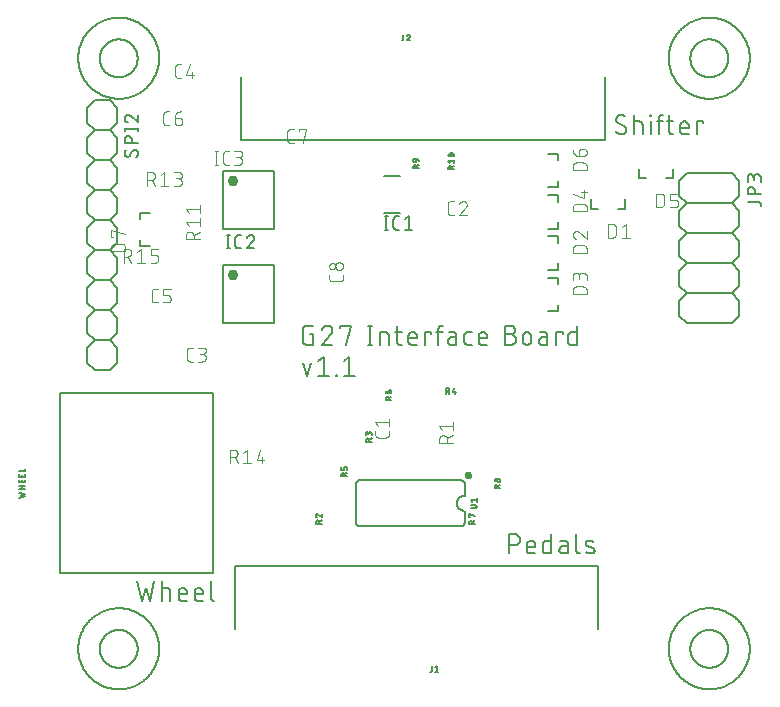
<source format=gbr>
G04 EAGLE Gerber RS-274X export*
G75*
%MOMM*%
%FSLAX34Y34*%
%LPD*%
%INSilkscreen Top*%
%IPPOS*%
%AMOC8*
5,1,8,0,0,1.08239X$1,22.5*%
G01*
%ADD10C,0.152400*%
%ADD11C,0.101600*%
%ADD12C,0.203200*%
%ADD13C,0.127000*%
%ADD14C,0.919200*%

G36*
X346063Y-406274D02*
X346063Y-406274D01*
X346064Y-406274D01*
X346770Y-406195D01*
X346772Y-406193D01*
X346773Y-406194D01*
X347444Y-405959D01*
X347445Y-405958D01*
X347446Y-405958D01*
X348048Y-405580D01*
X348049Y-405578D01*
X348051Y-405578D01*
X348553Y-405076D01*
X348553Y-405074D01*
X348555Y-405073D01*
X348933Y-404471D01*
X348933Y-404470D01*
X348934Y-404469D01*
X349169Y-403798D01*
X349169Y-403796D01*
X349170Y-403795D01*
X349249Y-403089D01*
X349248Y-403087D01*
X349249Y-403086D01*
X349170Y-402380D01*
X349168Y-402378D01*
X349169Y-402377D01*
X348934Y-401706D01*
X348933Y-401705D01*
X348933Y-401704D01*
X348555Y-401102D01*
X348553Y-401101D01*
X348553Y-401099D01*
X348051Y-400597D01*
X348049Y-400597D01*
X348048Y-400595D01*
X347446Y-400217D01*
X347445Y-400217D01*
X347444Y-400216D01*
X346773Y-399981D01*
X346771Y-399982D01*
X346770Y-399980D01*
X346064Y-399901D01*
X346062Y-399902D01*
X346061Y-399901D01*
X345355Y-399980D01*
X345353Y-399982D01*
X345352Y-399981D01*
X344681Y-400216D01*
X344680Y-400217D01*
X344679Y-400217D01*
X344077Y-400595D01*
X344076Y-400597D01*
X344074Y-400597D01*
X343572Y-401099D01*
X343572Y-401101D01*
X343570Y-401102D01*
X343192Y-401704D01*
X343192Y-401705D01*
X343191Y-401706D01*
X342956Y-402377D01*
X342957Y-402379D01*
X342955Y-402380D01*
X342876Y-403086D01*
X342877Y-403088D01*
X342876Y-403089D01*
X342955Y-403795D01*
X342957Y-403797D01*
X342956Y-403798D01*
X343191Y-404469D01*
X343192Y-404470D01*
X343192Y-404471D01*
X343570Y-405073D01*
X343572Y-405074D01*
X343572Y-405076D01*
X344074Y-405578D01*
X344076Y-405578D01*
X344077Y-405580D01*
X344679Y-405958D01*
X344680Y-405958D01*
X344681Y-405959D01*
X345352Y-406194D01*
X345354Y-406194D01*
X345355Y-406195D01*
X346061Y-406274D01*
X346062Y-406274D01*
X346063Y-406274D01*
X346063Y-406274D01*
G37*
D10*
X212084Y-283537D02*
X214793Y-283537D01*
X214793Y-292568D01*
X209374Y-292568D01*
X209256Y-292566D01*
X209138Y-292560D01*
X209020Y-292551D01*
X208903Y-292537D01*
X208786Y-292520D01*
X208669Y-292499D01*
X208554Y-292474D01*
X208439Y-292445D01*
X208325Y-292412D01*
X208213Y-292376D01*
X208102Y-292336D01*
X207992Y-292293D01*
X207883Y-292246D01*
X207776Y-292196D01*
X207671Y-292141D01*
X207568Y-292084D01*
X207467Y-292023D01*
X207367Y-291959D01*
X207270Y-291892D01*
X207175Y-291822D01*
X207083Y-291748D01*
X206992Y-291672D01*
X206905Y-291592D01*
X206820Y-291510D01*
X206738Y-291425D01*
X206658Y-291338D01*
X206582Y-291247D01*
X206508Y-291155D01*
X206438Y-291060D01*
X206371Y-290963D01*
X206307Y-290863D01*
X206246Y-290762D01*
X206189Y-290659D01*
X206134Y-290554D01*
X206084Y-290447D01*
X206037Y-290338D01*
X205994Y-290228D01*
X205954Y-290117D01*
X205918Y-290005D01*
X205885Y-289891D01*
X205856Y-289776D01*
X205831Y-289661D01*
X205810Y-289544D01*
X205793Y-289427D01*
X205779Y-289310D01*
X205770Y-289192D01*
X205764Y-289074D01*
X205762Y-288956D01*
X205762Y-279924D01*
X205764Y-279806D01*
X205770Y-279688D01*
X205779Y-279570D01*
X205793Y-279452D01*
X205810Y-279335D01*
X205831Y-279219D01*
X205856Y-279104D01*
X205885Y-278989D01*
X205918Y-278875D01*
X205954Y-278763D01*
X205994Y-278651D01*
X206037Y-278541D01*
X206084Y-278433D01*
X206135Y-278326D01*
X206189Y-278221D01*
X206246Y-278118D01*
X206307Y-278016D01*
X206371Y-277917D01*
X206438Y-277820D01*
X206509Y-277725D01*
X206582Y-277632D01*
X206659Y-277542D01*
X206738Y-277454D01*
X206820Y-277369D01*
X206905Y-277287D01*
X206993Y-277208D01*
X207083Y-277131D01*
X207176Y-277058D01*
X207270Y-276987D01*
X207368Y-276920D01*
X207467Y-276856D01*
X207568Y-276795D01*
X207672Y-276738D01*
X207777Y-276684D01*
X207884Y-276633D01*
X207992Y-276586D01*
X208102Y-276543D01*
X208214Y-276503D01*
X208326Y-276467D01*
X208440Y-276434D01*
X208555Y-276405D01*
X208670Y-276380D01*
X208786Y-276359D01*
X208903Y-276342D01*
X209021Y-276328D01*
X209139Y-276319D01*
X209257Y-276313D01*
X209375Y-276311D01*
X209374Y-276312D02*
X214793Y-276312D01*
X226881Y-276312D02*
X227006Y-276314D01*
X227131Y-276320D01*
X227256Y-276329D01*
X227380Y-276343D01*
X227504Y-276360D01*
X227628Y-276381D01*
X227750Y-276406D01*
X227872Y-276435D01*
X227993Y-276467D01*
X228113Y-276503D01*
X228232Y-276543D01*
X228349Y-276586D01*
X228465Y-276633D01*
X228580Y-276684D01*
X228692Y-276738D01*
X228804Y-276796D01*
X228913Y-276856D01*
X229020Y-276921D01*
X229126Y-276988D01*
X229229Y-277059D01*
X229330Y-277133D01*
X229429Y-277210D01*
X229525Y-277290D01*
X229619Y-277373D01*
X229710Y-277458D01*
X229799Y-277547D01*
X229884Y-277638D01*
X229967Y-277732D01*
X230047Y-277828D01*
X230124Y-277927D01*
X230198Y-278028D01*
X230269Y-278131D01*
X230336Y-278237D01*
X230401Y-278344D01*
X230461Y-278453D01*
X230519Y-278565D01*
X230573Y-278677D01*
X230624Y-278792D01*
X230671Y-278908D01*
X230714Y-279025D01*
X230754Y-279144D01*
X230790Y-279264D01*
X230822Y-279385D01*
X230851Y-279507D01*
X230876Y-279629D01*
X230897Y-279753D01*
X230914Y-279877D01*
X230928Y-280001D01*
X230937Y-280126D01*
X230943Y-280251D01*
X230945Y-280376D01*
X226881Y-276312D02*
X226738Y-276314D01*
X226596Y-276320D01*
X226453Y-276330D01*
X226311Y-276343D01*
X226170Y-276361D01*
X226028Y-276382D01*
X225888Y-276407D01*
X225748Y-276436D01*
X225609Y-276469D01*
X225471Y-276506D01*
X225334Y-276546D01*
X225199Y-276590D01*
X225064Y-276638D01*
X224931Y-276690D01*
X224799Y-276745D01*
X224669Y-276804D01*
X224541Y-276866D01*
X224414Y-276932D01*
X224289Y-277001D01*
X224166Y-277073D01*
X224045Y-277149D01*
X223927Y-277228D01*
X223810Y-277311D01*
X223696Y-277396D01*
X223584Y-277485D01*
X223475Y-277576D01*
X223368Y-277671D01*
X223263Y-277768D01*
X223162Y-277869D01*
X223063Y-277972D01*
X222967Y-278077D01*
X222874Y-278186D01*
X222784Y-278297D01*
X222697Y-278410D01*
X222613Y-278525D01*
X222533Y-278643D01*
X222455Y-278763D01*
X222381Y-278885D01*
X222311Y-279009D01*
X222243Y-279135D01*
X222180Y-279263D01*
X222119Y-279392D01*
X222062Y-279523D01*
X222009Y-279655D01*
X221960Y-279789D01*
X221914Y-279924D01*
X229590Y-283537D02*
X229684Y-283445D01*
X229774Y-283351D01*
X229862Y-283254D01*
X229947Y-283154D01*
X230029Y-283052D01*
X230107Y-282947D01*
X230183Y-282840D01*
X230255Y-282731D01*
X230324Y-282620D01*
X230390Y-282506D01*
X230452Y-282391D01*
X230511Y-282274D01*
X230566Y-282155D01*
X230617Y-282035D01*
X230665Y-281913D01*
X230710Y-281790D01*
X230750Y-281666D01*
X230787Y-281540D01*
X230820Y-281413D01*
X230849Y-281286D01*
X230875Y-281157D01*
X230896Y-281028D01*
X230914Y-280898D01*
X230927Y-280768D01*
X230937Y-280638D01*
X230943Y-280507D01*
X230945Y-280376D01*
X229591Y-283537D02*
X221914Y-292568D01*
X230945Y-292568D01*
X237546Y-278118D02*
X237546Y-276312D01*
X246577Y-276312D01*
X242061Y-292568D01*
X262903Y-292568D02*
X262903Y-276312D01*
X261096Y-292568D02*
X264709Y-292568D01*
X264709Y-276312D02*
X261096Y-276312D01*
X271274Y-281731D02*
X271274Y-292568D01*
X271274Y-281731D02*
X275790Y-281731D01*
X275894Y-281733D01*
X275997Y-281739D01*
X276101Y-281749D01*
X276204Y-281763D01*
X276306Y-281781D01*
X276407Y-281802D01*
X276508Y-281828D01*
X276607Y-281857D01*
X276706Y-281890D01*
X276803Y-281927D01*
X276898Y-281968D01*
X276992Y-282012D01*
X277084Y-282060D01*
X277174Y-282111D01*
X277263Y-282166D01*
X277349Y-282224D01*
X277432Y-282286D01*
X277514Y-282350D01*
X277592Y-282418D01*
X277668Y-282488D01*
X277742Y-282561D01*
X277812Y-282638D01*
X277880Y-282716D01*
X277944Y-282798D01*
X278006Y-282881D01*
X278064Y-282967D01*
X278119Y-283056D01*
X278170Y-283146D01*
X278218Y-283238D01*
X278262Y-283332D01*
X278303Y-283427D01*
X278340Y-283524D01*
X278373Y-283623D01*
X278402Y-283722D01*
X278428Y-283823D01*
X278449Y-283924D01*
X278467Y-284026D01*
X278481Y-284129D01*
X278491Y-284233D01*
X278497Y-284336D01*
X278499Y-284440D01*
X278499Y-292568D01*
X284045Y-281731D02*
X289464Y-281731D01*
X285851Y-276312D02*
X285851Y-289859D01*
X285853Y-289960D01*
X285859Y-290061D01*
X285868Y-290162D01*
X285881Y-290263D01*
X285898Y-290363D01*
X285919Y-290462D01*
X285943Y-290560D01*
X285971Y-290657D01*
X286003Y-290754D01*
X286038Y-290849D01*
X286077Y-290942D01*
X286119Y-291034D01*
X286165Y-291125D01*
X286214Y-291214D01*
X286266Y-291300D01*
X286322Y-291385D01*
X286380Y-291468D01*
X286442Y-291548D01*
X286507Y-291626D01*
X286574Y-291702D01*
X286644Y-291775D01*
X286717Y-291845D01*
X286793Y-291912D01*
X286871Y-291977D01*
X286951Y-292039D01*
X287034Y-292097D01*
X287119Y-292153D01*
X287206Y-292205D01*
X287294Y-292254D01*
X287385Y-292300D01*
X287477Y-292342D01*
X287570Y-292381D01*
X287665Y-292416D01*
X287762Y-292448D01*
X287859Y-292476D01*
X287957Y-292500D01*
X288056Y-292521D01*
X288156Y-292538D01*
X288257Y-292551D01*
X288358Y-292560D01*
X288459Y-292566D01*
X288560Y-292568D01*
X289464Y-292568D01*
X297951Y-292568D02*
X302467Y-292568D01*
X297951Y-292568D02*
X297850Y-292566D01*
X297749Y-292560D01*
X297648Y-292551D01*
X297547Y-292538D01*
X297447Y-292521D01*
X297348Y-292500D01*
X297250Y-292476D01*
X297153Y-292448D01*
X297056Y-292416D01*
X296961Y-292381D01*
X296868Y-292342D01*
X296776Y-292300D01*
X296685Y-292254D01*
X296597Y-292205D01*
X296510Y-292153D01*
X296425Y-292097D01*
X296342Y-292039D01*
X296262Y-291977D01*
X296184Y-291912D01*
X296108Y-291845D01*
X296035Y-291775D01*
X295965Y-291702D01*
X295898Y-291626D01*
X295833Y-291548D01*
X295771Y-291468D01*
X295713Y-291385D01*
X295657Y-291300D01*
X295605Y-291214D01*
X295556Y-291125D01*
X295510Y-291034D01*
X295468Y-290942D01*
X295429Y-290849D01*
X295394Y-290754D01*
X295362Y-290657D01*
X295334Y-290560D01*
X295310Y-290462D01*
X295289Y-290363D01*
X295272Y-290263D01*
X295259Y-290162D01*
X295250Y-290061D01*
X295244Y-289960D01*
X295242Y-289859D01*
X295242Y-285343D01*
X295244Y-285224D01*
X295250Y-285104D01*
X295260Y-284985D01*
X295274Y-284867D01*
X295291Y-284748D01*
X295313Y-284631D01*
X295338Y-284514D01*
X295368Y-284399D01*
X295401Y-284284D01*
X295438Y-284170D01*
X295478Y-284058D01*
X295523Y-283947D01*
X295571Y-283838D01*
X295622Y-283730D01*
X295677Y-283624D01*
X295736Y-283520D01*
X295798Y-283418D01*
X295863Y-283318D01*
X295932Y-283220D01*
X296004Y-283124D01*
X296079Y-283031D01*
X296156Y-282941D01*
X296237Y-282853D01*
X296321Y-282768D01*
X296408Y-282686D01*
X296497Y-282606D01*
X296589Y-282530D01*
X296683Y-282456D01*
X296780Y-282386D01*
X296878Y-282319D01*
X296979Y-282255D01*
X297083Y-282195D01*
X297188Y-282138D01*
X297295Y-282085D01*
X297403Y-282035D01*
X297513Y-281989D01*
X297625Y-281947D01*
X297738Y-281908D01*
X297852Y-281873D01*
X297967Y-281842D01*
X298084Y-281814D01*
X298201Y-281791D01*
X298318Y-281771D01*
X298437Y-281755D01*
X298556Y-281743D01*
X298675Y-281735D01*
X298794Y-281731D01*
X298914Y-281731D01*
X299033Y-281735D01*
X299152Y-281743D01*
X299271Y-281755D01*
X299390Y-281771D01*
X299507Y-281791D01*
X299624Y-281814D01*
X299741Y-281842D01*
X299856Y-281873D01*
X299970Y-281908D01*
X300083Y-281947D01*
X300195Y-281989D01*
X300305Y-282035D01*
X300413Y-282085D01*
X300520Y-282138D01*
X300625Y-282195D01*
X300729Y-282255D01*
X300830Y-282319D01*
X300928Y-282386D01*
X301025Y-282456D01*
X301119Y-282530D01*
X301211Y-282606D01*
X301300Y-282686D01*
X301387Y-282768D01*
X301471Y-282853D01*
X301552Y-282941D01*
X301629Y-283031D01*
X301704Y-283124D01*
X301776Y-283220D01*
X301845Y-283318D01*
X301910Y-283418D01*
X301972Y-283520D01*
X302031Y-283624D01*
X302086Y-283730D01*
X302137Y-283838D01*
X302185Y-283947D01*
X302230Y-284058D01*
X302270Y-284170D01*
X302307Y-284284D01*
X302340Y-284399D01*
X302370Y-284514D01*
X302395Y-284631D01*
X302417Y-284748D01*
X302434Y-284867D01*
X302448Y-284985D01*
X302458Y-285104D01*
X302464Y-285224D01*
X302466Y-285343D01*
X302467Y-285343D02*
X302467Y-287149D01*
X295242Y-287149D01*
X309395Y-292568D02*
X309395Y-281731D01*
X314814Y-281731D01*
X314814Y-283537D01*
X320619Y-279021D02*
X320619Y-292568D01*
X320619Y-279021D02*
X320621Y-278917D01*
X320627Y-278814D01*
X320637Y-278710D01*
X320651Y-278607D01*
X320669Y-278505D01*
X320690Y-278404D01*
X320716Y-278303D01*
X320745Y-278204D01*
X320778Y-278105D01*
X320815Y-278008D01*
X320856Y-277913D01*
X320900Y-277819D01*
X320948Y-277727D01*
X320999Y-277637D01*
X321054Y-277548D01*
X321112Y-277462D01*
X321174Y-277379D01*
X321238Y-277297D01*
X321306Y-277219D01*
X321376Y-277143D01*
X321449Y-277069D01*
X321526Y-276999D01*
X321604Y-276931D01*
X321686Y-276867D01*
X321769Y-276805D01*
X321855Y-276747D01*
X321944Y-276692D01*
X322034Y-276641D01*
X322126Y-276593D01*
X322220Y-276549D01*
X322315Y-276508D01*
X322412Y-276471D01*
X322511Y-276438D01*
X322610Y-276409D01*
X322711Y-276383D01*
X322812Y-276362D01*
X322914Y-276344D01*
X323017Y-276330D01*
X323121Y-276320D01*
X323224Y-276314D01*
X323328Y-276312D01*
X324231Y-276312D01*
X324231Y-281731D02*
X318812Y-281731D01*
X331676Y-286246D02*
X335740Y-286246D01*
X331676Y-286246D02*
X331564Y-286248D01*
X331453Y-286254D01*
X331342Y-286264D01*
X331231Y-286277D01*
X331121Y-286295D01*
X331012Y-286317D01*
X330903Y-286342D01*
X330795Y-286371D01*
X330689Y-286404D01*
X330583Y-286441D01*
X330479Y-286481D01*
X330377Y-286525D01*
X330276Y-286573D01*
X330177Y-286624D01*
X330079Y-286679D01*
X329984Y-286737D01*
X329891Y-286798D01*
X329800Y-286863D01*
X329711Y-286931D01*
X329625Y-287002D01*
X329542Y-287075D01*
X329461Y-287152D01*
X329382Y-287232D01*
X329307Y-287314D01*
X329235Y-287399D01*
X329165Y-287486D01*
X329099Y-287576D01*
X329036Y-287668D01*
X328976Y-287763D01*
X328920Y-287859D01*
X328867Y-287957D01*
X328818Y-288057D01*
X328772Y-288159D01*
X328730Y-288262D01*
X328691Y-288367D01*
X328656Y-288473D01*
X328625Y-288580D01*
X328598Y-288688D01*
X328574Y-288797D01*
X328555Y-288907D01*
X328539Y-289017D01*
X328527Y-289128D01*
X328519Y-289240D01*
X328515Y-289351D01*
X328515Y-289463D01*
X328519Y-289574D01*
X328527Y-289686D01*
X328539Y-289797D01*
X328555Y-289907D01*
X328574Y-290017D01*
X328598Y-290126D01*
X328625Y-290234D01*
X328656Y-290341D01*
X328691Y-290447D01*
X328730Y-290552D01*
X328772Y-290655D01*
X328818Y-290757D01*
X328867Y-290857D01*
X328920Y-290955D01*
X328976Y-291051D01*
X329036Y-291146D01*
X329099Y-291238D01*
X329165Y-291328D01*
X329235Y-291415D01*
X329307Y-291500D01*
X329382Y-291582D01*
X329461Y-291662D01*
X329542Y-291739D01*
X329625Y-291812D01*
X329711Y-291883D01*
X329800Y-291951D01*
X329891Y-292016D01*
X329984Y-292077D01*
X330079Y-292135D01*
X330177Y-292190D01*
X330276Y-292241D01*
X330377Y-292289D01*
X330479Y-292333D01*
X330583Y-292373D01*
X330689Y-292410D01*
X330795Y-292443D01*
X330903Y-292472D01*
X331012Y-292497D01*
X331121Y-292519D01*
X331231Y-292537D01*
X331342Y-292550D01*
X331453Y-292560D01*
X331564Y-292566D01*
X331676Y-292568D01*
X335740Y-292568D01*
X335740Y-284440D01*
X335738Y-284339D01*
X335732Y-284238D01*
X335723Y-284137D01*
X335710Y-284036D01*
X335693Y-283936D01*
X335672Y-283837D01*
X335648Y-283739D01*
X335620Y-283642D01*
X335588Y-283545D01*
X335553Y-283450D01*
X335514Y-283357D01*
X335472Y-283265D01*
X335426Y-283174D01*
X335377Y-283086D01*
X335325Y-282999D01*
X335269Y-282914D01*
X335211Y-282831D01*
X335149Y-282751D01*
X335084Y-282673D01*
X335017Y-282597D01*
X334947Y-282524D01*
X334874Y-282454D01*
X334798Y-282387D01*
X334720Y-282322D01*
X334640Y-282260D01*
X334557Y-282202D01*
X334472Y-282146D01*
X334386Y-282094D01*
X334297Y-282045D01*
X334206Y-281999D01*
X334114Y-281957D01*
X334021Y-281918D01*
X333926Y-281883D01*
X333829Y-281851D01*
X333732Y-281823D01*
X333634Y-281799D01*
X333535Y-281778D01*
X333435Y-281761D01*
X333334Y-281748D01*
X333233Y-281739D01*
X333132Y-281733D01*
X333031Y-281731D01*
X329418Y-281731D01*
X345384Y-292568D02*
X348996Y-292568D01*
X345384Y-292568D02*
X345283Y-292566D01*
X345182Y-292560D01*
X345081Y-292551D01*
X344980Y-292538D01*
X344880Y-292521D01*
X344781Y-292500D01*
X344683Y-292476D01*
X344586Y-292448D01*
X344489Y-292416D01*
X344394Y-292381D01*
X344301Y-292342D01*
X344209Y-292300D01*
X344118Y-292254D01*
X344030Y-292205D01*
X343943Y-292153D01*
X343858Y-292097D01*
X343775Y-292039D01*
X343695Y-291977D01*
X343617Y-291912D01*
X343541Y-291845D01*
X343468Y-291775D01*
X343398Y-291702D01*
X343331Y-291626D01*
X343266Y-291548D01*
X343204Y-291468D01*
X343146Y-291385D01*
X343090Y-291300D01*
X343038Y-291214D01*
X342989Y-291125D01*
X342943Y-291034D01*
X342901Y-290942D01*
X342862Y-290849D01*
X342827Y-290754D01*
X342795Y-290657D01*
X342767Y-290560D01*
X342743Y-290462D01*
X342722Y-290363D01*
X342705Y-290263D01*
X342692Y-290162D01*
X342683Y-290061D01*
X342677Y-289960D01*
X342675Y-289859D01*
X342674Y-289859D02*
X342674Y-284440D01*
X342675Y-284440D02*
X342677Y-284339D01*
X342683Y-284238D01*
X342692Y-284137D01*
X342705Y-284036D01*
X342722Y-283936D01*
X342743Y-283837D01*
X342767Y-283739D01*
X342795Y-283642D01*
X342827Y-283545D01*
X342862Y-283450D01*
X342901Y-283357D01*
X342943Y-283265D01*
X342989Y-283174D01*
X343038Y-283086D01*
X343090Y-282999D01*
X343146Y-282914D01*
X343204Y-282831D01*
X343266Y-282751D01*
X343331Y-282673D01*
X343398Y-282597D01*
X343468Y-282524D01*
X343541Y-282454D01*
X343617Y-282387D01*
X343695Y-282322D01*
X343775Y-282260D01*
X343858Y-282202D01*
X343943Y-282146D01*
X344030Y-282094D01*
X344118Y-282045D01*
X344209Y-281999D01*
X344301Y-281957D01*
X344394Y-281918D01*
X344489Y-281883D01*
X344586Y-281851D01*
X344683Y-281823D01*
X344781Y-281799D01*
X344880Y-281778D01*
X344980Y-281761D01*
X345081Y-281748D01*
X345182Y-281739D01*
X345283Y-281733D01*
X345384Y-281731D01*
X348996Y-281731D01*
X357350Y-292568D02*
X361865Y-292568D01*
X357350Y-292568D02*
X357249Y-292566D01*
X357148Y-292560D01*
X357047Y-292551D01*
X356946Y-292538D01*
X356846Y-292521D01*
X356747Y-292500D01*
X356649Y-292476D01*
X356552Y-292448D01*
X356455Y-292416D01*
X356360Y-292381D01*
X356267Y-292342D01*
X356175Y-292300D01*
X356084Y-292254D01*
X355996Y-292205D01*
X355909Y-292153D01*
X355824Y-292097D01*
X355741Y-292039D01*
X355661Y-291977D01*
X355583Y-291912D01*
X355507Y-291845D01*
X355434Y-291775D01*
X355364Y-291702D01*
X355297Y-291626D01*
X355232Y-291548D01*
X355170Y-291468D01*
X355112Y-291385D01*
X355056Y-291300D01*
X355004Y-291214D01*
X354955Y-291125D01*
X354909Y-291034D01*
X354867Y-290942D01*
X354828Y-290849D01*
X354793Y-290754D01*
X354761Y-290657D01*
X354733Y-290560D01*
X354709Y-290462D01*
X354688Y-290363D01*
X354671Y-290263D01*
X354658Y-290162D01*
X354649Y-290061D01*
X354643Y-289960D01*
X354641Y-289859D01*
X354641Y-285343D01*
X354643Y-285224D01*
X354649Y-285104D01*
X354659Y-284985D01*
X354673Y-284867D01*
X354690Y-284748D01*
X354712Y-284631D01*
X354737Y-284514D01*
X354767Y-284399D01*
X354800Y-284284D01*
X354837Y-284170D01*
X354877Y-284058D01*
X354922Y-283947D01*
X354970Y-283838D01*
X355021Y-283730D01*
X355076Y-283624D01*
X355135Y-283520D01*
X355197Y-283418D01*
X355262Y-283318D01*
X355331Y-283220D01*
X355403Y-283124D01*
X355478Y-283031D01*
X355555Y-282941D01*
X355636Y-282853D01*
X355720Y-282768D01*
X355807Y-282686D01*
X355896Y-282606D01*
X355988Y-282530D01*
X356082Y-282456D01*
X356179Y-282386D01*
X356277Y-282319D01*
X356378Y-282255D01*
X356482Y-282195D01*
X356587Y-282138D01*
X356694Y-282085D01*
X356802Y-282035D01*
X356912Y-281989D01*
X357024Y-281947D01*
X357137Y-281908D01*
X357251Y-281873D01*
X357366Y-281842D01*
X357483Y-281814D01*
X357600Y-281791D01*
X357717Y-281771D01*
X357836Y-281755D01*
X357955Y-281743D01*
X358074Y-281735D01*
X358193Y-281731D01*
X358313Y-281731D01*
X358432Y-281735D01*
X358551Y-281743D01*
X358670Y-281755D01*
X358789Y-281771D01*
X358906Y-281791D01*
X359023Y-281814D01*
X359140Y-281842D01*
X359255Y-281873D01*
X359369Y-281908D01*
X359482Y-281947D01*
X359594Y-281989D01*
X359704Y-282035D01*
X359812Y-282085D01*
X359919Y-282138D01*
X360024Y-282195D01*
X360128Y-282255D01*
X360229Y-282319D01*
X360327Y-282386D01*
X360424Y-282456D01*
X360518Y-282530D01*
X360610Y-282606D01*
X360699Y-282686D01*
X360786Y-282768D01*
X360870Y-282853D01*
X360951Y-282941D01*
X361028Y-283031D01*
X361103Y-283124D01*
X361175Y-283220D01*
X361244Y-283318D01*
X361309Y-283418D01*
X361371Y-283520D01*
X361430Y-283624D01*
X361485Y-283730D01*
X361536Y-283838D01*
X361584Y-283947D01*
X361629Y-284058D01*
X361669Y-284170D01*
X361706Y-284284D01*
X361739Y-284399D01*
X361769Y-284514D01*
X361794Y-284631D01*
X361816Y-284748D01*
X361833Y-284867D01*
X361847Y-284985D01*
X361857Y-285104D01*
X361863Y-285224D01*
X361865Y-285343D01*
X361865Y-287149D01*
X354641Y-287149D01*
X377395Y-283537D02*
X381911Y-283537D01*
X381911Y-283536D02*
X382044Y-283538D01*
X382176Y-283544D01*
X382308Y-283554D01*
X382440Y-283567D01*
X382572Y-283585D01*
X382702Y-283606D01*
X382833Y-283631D01*
X382962Y-283660D01*
X383090Y-283693D01*
X383218Y-283729D01*
X383344Y-283769D01*
X383469Y-283813D01*
X383593Y-283861D01*
X383715Y-283912D01*
X383836Y-283967D01*
X383955Y-284025D01*
X384073Y-284087D01*
X384188Y-284152D01*
X384302Y-284221D01*
X384413Y-284292D01*
X384522Y-284368D01*
X384629Y-284446D01*
X384734Y-284527D01*
X384836Y-284612D01*
X384936Y-284699D01*
X385033Y-284789D01*
X385128Y-284882D01*
X385219Y-284978D01*
X385308Y-285076D01*
X385394Y-285177D01*
X385477Y-285281D01*
X385557Y-285387D01*
X385633Y-285495D01*
X385707Y-285605D01*
X385777Y-285718D01*
X385844Y-285832D01*
X385907Y-285949D01*
X385967Y-286067D01*
X386024Y-286187D01*
X386077Y-286309D01*
X386126Y-286432D01*
X386172Y-286556D01*
X386214Y-286682D01*
X386252Y-286809D01*
X386287Y-286937D01*
X386318Y-287066D01*
X386345Y-287195D01*
X386368Y-287326D01*
X386388Y-287457D01*
X386403Y-287589D01*
X386415Y-287721D01*
X386423Y-287853D01*
X386427Y-287986D01*
X386427Y-288118D01*
X386423Y-288251D01*
X386415Y-288383D01*
X386403Y-288515D01*
X386388Y-288647D01*
X386368Y-288778D01*
X386345Y-288909D01*
X386318Y-289038D01*
X386287Y-289167D01*
X386252Y-289295D01*
X386214Y-289422D01*
X386172Y-289548D01*
X386126Y-289672D01*
X386077Y-289795D01*
X386024Y-289917D01*
X385967Y-290037D01*
X385907Y-290155D01*
X385844Y-290272D01*
X385777Y-290386D01*
X385707Y-290499D01*
X385633Y-290609D01*
X385557Y-290717D01*
X385477Y-290823D01*
X385394Y-290927D01*
X385308Y-291028D01*
X385219Y-291126D01*
X385128Y-291222D01*
X385033Y-291315D01*
X384936Y-291405D01*
X384836Y-291492D01*
X384734Y-291577D01*
X384629Y-291658D01*
X384522Y-291736D01*
X384413Y-291812D01*
X384302Y-291883D01*
X384188Y-291952D01*
X384073Y-292017D01*
X383955Y-292079D01*
X383836Y-292137D01*
X383715Y-292192D01*
X383593Y-292243D01*
X383469Y-292291D01*
X383344Y-292335D01*
X383218Y-292375D01*
X383090Y-292411D01*
X382962Y-292444D01*
X382833Y-292473D01*
X382702Y-292498D01*
X382572Y-292519D01*
X382440Y-292537D01*
X382308Y-292550D01*
X382176Y-292560D01*
X382044Y-292566D01*
X381911Y-292568D01*
X377395Y-292568D01*
X377395Y-276312D01*
X381911Y-276312D01*
X382030Y-276314D01*
X382150Y-276320D01*
X382269Y-276330D01*
X382387Y-276344D01*
X382506Y-276361D01*
X382623Y-276383D01*
X382740Y-276408D01*
X382855Y-276438D01*
X382970Y-276471D01*
X383084Y-276508D01*
X383196Y-276548D01*
X383307Y-276593D01*
X383416Y-276641D01*
X383524Y-276692D01*
X383630Y-276747D01*
X383734Y-276806D01*
X383836Y-276868D01*
X383936Y-276933D01*
X384034Y-277002D01*
X384130Y-277074D01*
X384223Y-277149D01*
X384313Y-277226D01*
X384401Y-277307D01*
X384486Y-277391D01*
X384568Y-277478D01*
X384648Y-277567D01*
X384724Y-277659D01*
X384798Y-277753D01*
X384868Y-277850D01*
X384935Y-277948D01*
X384999Y-278049D01*
X385059Y-278153D01*
X385116Y-278258D01*
X385169Y-278365D01*
X385219Y-278473D01*
X385265Y-278583D01*
X385307Y-278695D01*
X385346Y-278808D01*
X385381Y-278922D01*
X385412Y-279037D01*
X385440Y-279154D01*
X385463Y-279271D01*
X385483Y-279388D01*
X385499Y-279507D01*
X385511Y-279626D01*
X385519Y-279745D01*
X385523Y-279864D01*
X385523Y-279984D01*
X385519Y-280103D01*
X385511Y-280222D01*
X385499Y-280341D01*
X385483Y-280460D01*
X385463Y-280577D01*
X385440Y-280694D01*
X385412Y-280811D01*
X385381Y-280926D01*
X385346Y-281040D01*
X385307Y-281153D01*
X385265Y-281265D01*
X385219Y-281375D01*
X385169Y-281483D01*
X385116Y-281590D01*
X385059Y-281695D01*
X384999Y-281799D01*
X384935Y-281900D01*
X384868Y-281998D01*
X384798Y-282095D01*
X384724Y-282189D01*
X384648Y-282281D01*
X384568Y-282370D01*
X384486Y-282457D01*
X384401Y-282541D01*
X384313Y-282622D01*
X384223Y-282699D01*
X384130Y-282774D01*
X384034Y-282846D01*
X383936Y-282915D01*
X383836Y-282980D01*
X383734Y-283042D01*
X383630Y-283101D01*
X383524Y-283156D01*
X383416Y-283207D01*
X383307Y-283255D01*
X383196Y-283300D01*
X383084Y-283340D01*
X382970Y-283377D01*
X382855Y-283410D01*
X382740Y-283440D01*
X382623Y-283465D01*
X382506Y-283487D01*
X382387Y-283504D01*
X382269Y-283518D01*
X382150Y-283528D01*
X382030Y-283534D01*
X381911Y-283536D01*
X392156Y-285343D02*
X392156Y-288956D01*
X392156Y-285343D02*
X392158Y-285224D01*
X392164Y-285104D01*
X392174Y-284985D01*
X392188Y-284867D01*
X392205Y-284748D01*
X392227Y-284631D01*
X392252Y-284514D01*
X392282Y-284399D01*
X392315Y-284284D01*
X392352Y-284170D01*
X392392Y-284058D01*
X392437Y-283947D01*
X392485Y-283838D01*
X392536Y-283730D01*
X392591Y-283624D01*
X392650Y-283520D01*
X392712Y-283418D01*
X392777Y-283318D01*
X392846Y-283220D01*
X392918Y-283124D01*
X392993Y-283031D01*
X393070Y-282941D01*
X393151Y-282853D01*
X393235Y-282768D01*
X393322Y-282686D01*
X393411Y-282606D01*
X393503Y-282530D01*
X393597Y-282456D01*
X393694Y-282386D01*
X393792Y-282319D01*
X393893Y-282255D01*
X393997Y-282195D01*
X394102Y-282138D01*
X394209Y-282085D01*
X394317Y-282035D01*
X394427Y-281989D01*
X394539Y-281947D01*
X394652Y-281908D01*
X394766Y-281873D01*
X394881Y-281842D01*
X394998Y-281814D01*
X395115Y-281791D01*
X395232Y-281771D01*
X395351Y-281755D01*
X395470Y-281743D01*
X395589Y-281735D01*
X395708Y-281731D01*
X395828Y-281731D01*
X395947Y-281735D01*
X396066Y-281743D01*
X396185Y-281755D01*
X396304Y-281771D01*
X396421Y-281791D01*
X396538Y-281814D01*
X396655Y-281842D01*
X396770Y-281873D01*
X396884Y-281908D01*
X396997Y-281947D01*
X397109Y-281989D01*
X397219Y-282035D01*
X397327Y-282085D01*
X397434Y-282138D01*
X397539Y-282195D01*
X397643Y-282255D01*
X397744Y-282319D01*
X397842Y-282386D01*
X397939Y-282456D01*
X398033Y-282530D01*
X398125Y-282606D01*
X398214Y-282686D01*
X398301Y-282768D01*
X398385Y-282853D01*
X398466Y-282941D01*
X398543Y-283031D01*
X398618Y-283124D01*
X398690Y-283220D01*
X398759Y-283318D01*
X398824Y-283418D01*
X398886Y-283520D01*
X398945Y-283624D01*
X399000Y-283730D01*
X399051Y-283838D01*
X399099Y-283947D01*
X399144Y-284058D01*
X399184Y-284170D01*
X399221Y-284284D01*
X399254Y-284399D01*
X399284Y-284514D01*
X399309Y-284631D01*
X399331Y-284748D01*
X399348Y-284867D01*
X399362Y-284985D01*
X399372Y-285104D01*
X399378Y-285224D01*
X399380Y-285343D01*
X399380Y-288956D01*
X399378Y-289075D01*
X399372Y-289195D01*
X399362Y-289314D01*
X399348Y-289432D01*
X399331Y-289551D01*
X399309Y-289668D01*
X399284Y-289785D01*
X399254Y-289900D01*
X399221Y-290015D01*
X399184Y-290129D01*
X399144Y-290241D01*
X399099Y-290352D01*
X399051Y-290461D01*
X399000Y-290569D01*
X398945Y-290675D01*
X398886Y-290779D01*
X398824Y-290881D01*
X398759Y-290981D01*
X398690Y-291079D01*
X398618Y-291175D01*
X398543Y-291268D01*
X398466Y-291358D01*
X398385Y-291446D01*
X398301Y-291531D01*
X398214Y-291613D01*
X398125Y-291693D01*
X398033Y-291769D01*
X397939Y-291843D01*
X397842Y-291913D01*
X397744Y-291980D01*
X397643Y-292044D01*
X397539Y-292104D01*
X397434Y-292161D01*
X397327Y-292214D01*
X397219Y-292264D01*
X397109Y-292310D01*
X396997Y-292352D01*
X396884Y-292391D01*
X396770Y-292426D01*
X396655Y-292457D01*
X396538Y-292485D01*
X396421Y-292508D01*
X396304Y-292528D01*
X396185Y-292544D01*
X396066Y-292556D01*
X395947Y-292564D01*
X395828Y-292568D01*
X395708Y-292568D01*
X395589Y-292564D01*
X395470Y-292556D01*
X395351Y-292544D01*
X395232Y-292528D01*
X395115Y-292508D01*
X394998Y-292485D01*
X394881Y-292457D01*
X394766Y-292426D01*
X394652Y-292391D01*
X394539Y-292352D01*
X394427Y-292310D01*
X394317Y-292264D01*
X394209Y-292214D01*
X394102Y-292161D01*
X393997Y-292104D01*
X393893Y-292044D01*
X393792Y-291980D01*
X393694Y-291913D01*
X393597Y-291843D01*
X393503Y-291769D01*
X393411Y-291693D01*
X393322Y-291613D01*
X393235Y-291531D01*
X393151Y-291446D01*
X393070Y-291358D01*
X392993Y-291268D01*
X392918Y-291175D01*
X392846Y-291079D01*
X392777Y-290981D01*
X392712Y-290881D01*
X392650Y-290779D01*
X392591Y-290675D01*
X392536Y-290569D01*
X392485Y-290461D01*
X392437Y-290352D01*
X392392Y-290241D01*
X392352Y-290129D01*
X392315Y-290015D01*
X392282Y-289900D01*
X392252Y-289785D01*
X392227Y-289668D01*
X392205Y-289551D01*
X392188Y-289432D01*
X392174Y-289314D01*
X392164Y-289195D01*
X392158Y-289075D01*
X392156Y-288956D01*
X408790Y-286246D02*
X412854Y-286246D01*
X408790Y-286246D02*
X408678Y-286248D01*
X408567Y-286254D01*
X408456Y-286264D01*
X408345Y-286277D01*
X408235Y-286295D01*
X408126Y-286317D01*
X408017Y-286342D01*
X407909Y-286371D01*
X407803Y-286404D01*
X407697Y-286441D01*
X407593Y-286481D01*
X407491Y-286525D01*
X407390Y-286573D01*
X407291Y-286624D01*
X407193Y-286679D01*
X407098Y-286737D01*
X407005Y-286798D01*
X406914Y-286863D01*
X406825Y-286931D01*
X406739Y-287002D01*
X406656Y-287075D01*
X406575Y-287152D01*
X406496Y-287232D01*
X406421Y-287314D01*
X406349Y-287399D01*
X406279Y-287486D01*
X406213Y-287576D01*
X406150Y-287668D01*
X406090Y-287763D01*
X406034Y-287859D01*
X405981Y-287957D01*
X405932Y-288057D01*
X405886Y-288159D01*
X405844Y-288262D01*
X405805Y-288367D01*
X405770Y-288473D01*
X405739Y-288580D01*
X405712Y-288688D01*
X405688Y-288797D01*
X405669Y-288907D01*
X405653Y-289017D01*
X405641Y-289128D01*
X405633Y-289240D01*
X405629Y-289351D01*
X405629Y-289463D01*
X405633Y-289574D01*
X405641Y-289686D01*
X405653Y-289797D01*
X405669Y-289907D01*
X405688Y-290017D01*
X405712Y-290126D01*
X405739Y-290234D01*
X405770Y-290341D01*
X405805Y-290447D01*
X405844Y-290552D01*
X405886Y-290655D01*
X405932Y-290757D01*
X405981Y-290857D01*
X406034Y-290955D01*
X406090Y-291051D01*
X406150Y-291146D01*
X406213Y-291238D01*
X406279Y-291328D01*
X406349Y-291415D01*
X406421Y-291500D01*
X406496Y-291582D01*
X406575Y-291662D01*
X406656Y-291739D01*
X406739Y-291812D01*
X406825Y-291883D01*
X406914Y-291951D01*
X407005Y-292016D01*
X407098Y-292077D01*
X407193Y-292135D01*
X407291Y-292190D01*
X407390Y-292241D01*
X407491Y-292289D01*
X407593Y-292333D01*
X407697Y-292373D01*
X407803Y-292410D01*
X407909Y-292443D01*
X408017Y-292472D01*
X408126Y-292497D01*
X408235Y-292519D01*
X408345Y-292537D01*
X408456Y-292550D01*
X408567Y-292560D01*
X408678Y-292566D01*
X408790Y-292568D01*
X412854Y-292568D01*
X412854Y-284440D01*
X412852Y-284339D01*
X412846Y-284238D01*
X412837Y-284137D01*
X412824Y-284036D01*
X412807Y-283936D01*
X412786Y-283837D01*
X412762Y-283739D01*
X412734Y-283642D01*
X412702Y-283545D01*
X412667Y-283450D01*
X412628Y-283357D01*
X412586Y-283265D01*
X412540Y-283174D01*
X412491Y-283086D01*
X412439Y-282999D01*
X412383Y-282914D01*
X412325Y-282831D01*
X412263Y-282751D01*
X412198Y-282673D01*
X412131Y-282597D01*
X412061Y-282524D01*
X411988Y-282454D01*
X411912Y-282387D01*
X411834Y-282322D01*
X411754Y-282260D01*
X411671Y-282202D01*
X411586Y-282146D01*
X411500Y-282094D01*
X411411Y-282045D01*
X411320Y-281999D01*
X411228Y-281957D01*
X411135Y-281918D01*
X411040Y-281883D01*
X410943Y-281851D01*
X410846Y-281823D01*
X410748Y-281799D01*
X410649Y-281778D01*
X410549Y-281761D01*
X410448Y-281748D01*
X410347Y-281739D01*
X410246Y-281733D01*
X410145Y-281731D01*
X406532Y-281731D01*
X420377Y-281731D02*
X420377Y-292568D01*
X420377Y-281731D02*
X425795Y-281731D01*
X425795Y-283537D01*
X437864Y-276312D02*
X437864Y-292568D01*
X433349Y-292568D01*
X433248Y-292566D01*
X433147Y-292560D01*
X433046Y-292551D01*
X432945Y-292538D01*
X432845Y-292521D01*
X432746Y-292500D01*
X432648Y-292476D01*
X432551Y-292448D01*
X432454Y-292416D01*
X432359Y-292381D01*
X432266Y-292342D01*
X432174Y-292300D01*
X432083Y-292254D01*
X431995Y-292205D01*
X431908Y-292153D01*
X431823Y-292097D01*
X431740Y-292039D01*
X431660Y-291977D01*
X431582Y-291912D01*
X431506Y-291845D01*
X431433Y-291775D01*
X431363Y-291702D01*
X431296Y-291626D01*
X431231Y-291548D01*
X431169Y-291468D01*
X431111Y-291385D01*
X431055Y-291300D01*
X431003Y-291214D01*
X430954Y-291125D01*
X430908Y-291034D01*
X430866Y-290942D01*
X430827Y-290849D01*
X430792Y-290754D01*
X430760Y-290657D01*
X430732Y-290560D01*
X430708Y-290462D01*
X430687Y-290363D01*
X430670Y-290263D01*
X430657Y-290162D01*
X430648Y-290061D01*
X430642Y-289960D01*
X430640Y-289859D01*
X430639Y-289859D02*
X430639Y-284440D01*
X430640Y-284440D02*
X430642Y-284339D01*
X430648Y-284238D01*
X430657Y-284137D01*
X430670Y-284036D01*
X430687Y-283936D01*
X430708Y-283837D01*
X430732Y-283739D01*
X430760Y-283642D01*
X430792Y-283545D01*
X430827Y-283450D01*
X430866Y-283357D01*
X430908Y-283265D01*
X430954Y-283174D01*
X431003Y-283086D01*
X431055Y-282999D01*
X431111Y-282914D01*
X431169Y-282831D01*
X431231Y-282751D01*
X431296Y-282673D01*
X431363Y-282597D01*
X431433Y-282524D01*
X431506Y-282454D01*
X431582Y-282387D01*
X431660Y-282322D01*
X431740Y-282260D01*
X431823Y-282202D01*
X431908Y-282146D01*
X431995Y-282094D01*
X432083Y-282045D01*
X432174Y-281999D01*
X432266Y-281957D01*
X432359Y-281918D01*
X432454Y-281883D01*
X432551Y-281851D01*
X432648Y-281823D01*
X432746Y-281799D01*
X432845Y-281778D01*
X432945Y-281761D01*
X433046Y-281748D01*
X433147Y-281739D01*
X433248Y-281733D01*
X433349Y-281731D01*
X437864Y-281731D01*
X209374Y-319238D02*
X205762Y-308401D01*
X212987Y-308401D02*
X209374Y-319238D01*
X218927Y-306594D02*
X223443Y-302982D01*
X223443Y-319238D01*
X227958Y-319238D02*
X218927Y-319238D01*
X233933Y-319238D02*
X233933Y-318335D01*
X234836Y-318335D01*
X234836Y-319238D01*
X233933Y-319238D01*
X240811Y-306594D02*
X245326Y-302982D01*
X245326Y-319238D01*
X240811Y-319238D02*
X249842Y-319238D01*
X476181Y-114238D02*
X476299Y-114236D01*
X476417Y-114230D01*
X476535Y-114221D01*
X476652Y-114207D01*
X476769Y-114190D01*
X476886Y-114169D01*
X477001Y-114144D01*
X477116Y-114115D01*
X477230Y-114082D01*
X477342Y-114046D01*
X477453Y-114006D01*
X477563Y-113963D01*
X477672Y-113916D01*
X477779Y-113866D01*
X477884Y-113811D01*
X477987Y-113754D01*
X478088Y-113693D01*
X478188Y-113629D01*
X478285Y-113562D01*
X478380Y-113492D01*
X478472Y-113418D01*
X478563Y-113342D01*
X478650Y-113262D01*
X478735Y-113180D01*
X478817Y-113095D01*
X478897Y-113008D01*
X478973Y-112917D01*
X479047Y-112825D01*
X479117Y-112730D01*
X479184Y-112633D01*
X479248Y-112533D01*
X479309Y-112432D01*
X479366Y-112329D01*
X479421Y-112224D01*
X479471Y-112117D01*
X479518Y-112008D01*
X479561Y-111898D01*
X479601Y-111787D01*
X479637Y-111675D01*
X479670Y-111561D01*
X479699Y-111446D01*
X479724Y-111331D01*
X479745Y-111214D01*
X479762Y-111097D01*
X479776Y-110980D01*
X479785Y-110862D01*
X479791Y-110744D01*
X479793Y-110626D01*
X476181Y-114238D02*
X475998Y-114236D01*
X475816Y-114229D01*
X475634Y-114218D01*
X475452Y-114203D01*
X475270Y-114183D01*
X475089Y-114160D01*
X474909Y-114131D01*
X474729Y-114099D01*
X474550Y-114062D01*
X474373Y-114021D01*
X474196Y-113975D01*
X474020Y-113926D01*
X473846Y-113872D01*
X473672Y-113814D01*
X473501Y-113752D01*
X473331Y-113686D01*
X473162Y-113615D01*
X472995Y-113541D01*
X472830Y-113463D01*
X472667Y-113381D01*
X472506Y-113295D01*
X472347Y-113205D01*
X472190Y-113111D01*
X472036Y-113014D01*
X471884Y-112913D01*
X471734Y-112808D01*
X471587Y-112700D01*
X471443Y-112589D01*
X471301Y-112474D01*
X471162Y-112355D01*
X471026Y-112233D01*
X470893Y-112108D01*
X470763Y-111980D01*
X471214Y-101594D02*
X471216Y-101476D01*
X471222Y-101358D01*
X471231Y-101240D01*
X471245Y-101123D01*
X471262Y-101006D01*
X471283Y-100889D01*
X471308Y-100774D01*
X471337Y-100659D01*
X471370Y-100545D01*
X471406Y-100433D01*
X471446Y-100322D01*
X471489Y-100212D01*
X471536Y-100103D01*
X471586Y-99996D01*
X471641Y-99891D01*
X471698Y-99788D01*
X471759Y-99687D01*
X471823Y-99587D01*
X471890Y-99490D01*
X471960Y-99395D01*
X472034Y-99303D01*
X472110Y-99212D01*
X472190Y-99125D01*
X472272Y-99040D01*
X472357Y-98958D01*
X472444Y-98878D01*
X472535Y-98802D01*
X472627Y-98728D01*
X472722Y-98658D01*
X472819Y-98591D01*
X472919Y-98527D01*
X473020Y-98466D01*
X473123Y-98409D01*
X473228Y-98354D01*
X473335Y-98304D01*
X473444Y-98257D01*
X473554Y-98214D01*
X473665Y-98174D01*
X473777Y-98138D01*
X473891Y-98105D01*
X474006Y-98076D01*
X474121Y-98051D01*
X474238Y-98030D01*
X474355Y-98013D01*
X474472Y-97999D01*
X474590Y-97990D01*
X474708Y-97984D01*
X474826Y-97982D01*
X474987Y-97984D01*
X475149Y-97990D01*
X475310Y-97999D01*
X475471Y-98013D01*
X475631Y-98030D01*
X475791Y-98051D01*
X475951Y-98076D01*
X476110Y-98105D01*
X476268Y-98137D01*
X476425Y-98173D01*
X476581Y-98213D01*
X476737Y-98257D01*
X476891Y-98305D01*
X477044Y-98356D01*
X477196Y-98410D01*
X477347Y-98469D01*
X477496Y-98530D01*
X477643Y-98596D01*
X477789Y-98665D01*
X477934Y-98737D01*
X478076Y-98813D01*
X478217Y-98892D01*
X478356Y-98974D01*
X478492Y-99060D01*
X478627Y-99149D01*
X478760Y-99241D01*
X478890Y-99337D01*
X473019Y-104755D02*
X472918Y-104693D01*
X472818Y-104628D01*
X472721Y-104559D01*
X472626Y-104487D01*
X472533Y-104413D01*
X472443Y-104335D01*
X472355Y-104254D01*
X472270Y-104171D01*
X472188Y-104085D01*
X472109Y-103996D01*
X472032Y-103905D01*
X471959Y-103811D01*
X471888Y-103715D01*
X471821Y-103617D01*
X471757Y-103517D01*
X471696Y-103414D01*
X471639Y-103310D01*
X471585Y-103204D01*
X471535Y-103096D01*
X471488Y-102987D01*
X471444Y-102876D01*
X471404Y-102764D01*
X471368Y-102650D01*
X471336Y-102536D01*
X471307Y-102420D01*
X471282Y-102304D01*
X471261Y-102187D01*
X471244Y-102069D01*
X471230Y-101951D01*
X471221Y-101832D01*
X471215Y-101713D01*
X471213Y-101594D01*
X477987Y-107465D02*
X478088Y-107527D01*
X478188Y-107592D01*
X478285Y-107661D01*
X478380Y-107733D01*
X478473Y-107807D01*
X478563Y-107885D01*
X478651Y-107966D01*
X478736Y-108049D01*
X478818Y-108135D01*
X478897Y-108224D01*
X478974Y-108315D01*
X479047Y-108409D01*
X479118Y-108505D01*
X479185Y-108603D01*
X479249Y-108703D01*
X479310Y-108806D01*
X479367Y-108910D01*
X479421Y-109016D01*
X479471Y-109124D01*
X479518Y-109233D01*
X479562Y-109344D01*
X479602Y-109456D01*
X479638Y-109570D01*
X479670Y-109684D01*
X479699Y-109800D01*
X479724Y-109916D01*
X479745Y-110033D01*
X479762Y-110151D01*
X479776Y-110269D01*
X479785Y-110388D01*
X479791Y-110507D01*
X479793Y-110626D01*
X477987Y-107465D02*
X473020Y-104755D01*
X486254Y-97982D02*
X486254Y-114238D01*
X486254Y-103401D02*
X490770Y-103401D01*
X490874Y-103403D01*
X490977Y-103409D01*
X491081Y-103419D01*
X491184Y-103433D01*
X491286Y-103451D01*
X491387Y-103472D01*
X491488Y-103498D01*
X491587Y-103527D01*
X491686Y-103560D01*
X491783Y-103597D01*
X491878Y-103638D01*
X491972Y-103682D01*
X492064Y-103730D01*
X492154Y-103781D01*
X492243Y-103836D01*
X492329Y-103894D01*
X492412Y-103956D01*
X492494Y-104020D01*
X492572Y-104088D01*
X492648Y-104158D01*
X492722Y-104231D01*
X492792Y-104308D01*
X492860Y-104386D01*
X492924Y-104468D01*
X492986Y-104551D01*
X493044Y-104637D01*
X493099Y-104726D01*
X493150Y-104816D01*
X493198Y-104908D01*
X493242Y-105002D01*
X493283Y-105097D01*
X493320Y-105194D01*
X493353Y-105293D01*
X493382Y-105392D01*
X493408Y-105493D01*
X493429Y-105594D01*
X493447Y-105696D01*
X493461Y-105799D01*
X493471Y-105903D01*
X493477Y-106006D01*
X493479Y-106110D01*
X493479Y-114238D01*
X500287Y-114238D02*
X500287Y-103401D01*
X499836Y-98885D02*
X499836Y-97982D01*
X500739Y-97982D01*
X500739Y-98885D01*
X499836Y-98885D01*
X507463Y-100691D02*
X507463Y-114238D01*
X507463Y-100691D02*
X507465Y-100587D01*
X507471Y-100484D01*
X507481Y-100380D01*
X507495Y-100277D01*
X507513Y-100175D01*
X507534Y-100074D01*
X507560Y-99973D01*
X507589Y-99874D01*
X507622Y-99775D01*
X507659Y-99678D01*
X507700Y-99583D01*
X507744Y-99489D01*
X507792Y-99397D01*
X507843Y-99307D01*
X507898Y-99218D01*
X507956Y-99132D01*
X508018Y-99049D01*
X508082Y-98967D01*
X508150Y-98889D01*
X508220Y-98813D01*
X508293Y-98739D01*
X508370Y-98669D01*
X508448Y-98601D01*
X508530Y-98537D01*
X508613Y-98475D01*
X508699Y-98417D01*
X508788Y-98362D01*
X508878Y-98311D01*
X508970Y-98263D01*
X509064Y-98219D01*
X509159Y-98178D01*
X509256Y-98141D01*
X509355Y-98108D01*
X509454Y-98079D01*
X509555Y-98053D01*
X509656Y-98032D01*
X509758Y-98014D01*
X509861Y-98000D01*
X509965Y-97990D01*
X510068Y-97984D01*
X510172Y-97982D01*
X511075Y-97982D01*
X511075Y-103401D02*
X505656Y-103401D01*
X514135Y-103401D02*
X519554Y-103401D01*
X515941Y-97982D02*
X515941Y-111529D01*
X515942Y-111529D02*
X515944Y-111630D01*
X515950Y-111731D01*
X515959Y-111832D01*
X515972Y-111933D01*
X515989Y-112033D01*
X516010Y-112132D01*
X516034Y-112230D01*
X516062Y-112327D01*
X516094Y-112424D01*
X516129Y-112519D01*
X516168Y-112612D01*
X516210Y-112704D01*
X516256Y-112795D01*
X516305Y-112884D01*
X516357Y-112970D01*
X516413Y-113055D01*
X516471Y-113138D01*
X516533Y-113218D01*
X516598Y-113296D01*
X516665Y-113372D01*
X516735Y-113445D01*
X516808Y-113515D01*
X516884Y-113582D01*
X516962Y-113647D01*
X517042Y-113709D01*
X517125Y-113767D01*
X517210Y-113823D01*
X517297Y-113875D01*
X517385Y-113924D01*
X517476Y-113970D01*
X517568Y-114012D01*
X517661Y-114051D01*
X517756Y-114086D01*
X517853Y-114118D01*
X517950Y-114146D01*
X518048Y-114170D01*
X518147Y-114191D01*
X518247Y-114208D01*
X518348Y-114221D01*
X518449Y-114230D01*
X518550Y-114236D01*
X518651Y-114238D01*
X519554Y-114238D01*
X528042Y-114238D02*
X532557Y-114238D01*
X528042Y-114238D02*
X527941Y-114236D01*
X527840Y-114230D01*
X527739Y-114221D01*
X527638Y-114208D01*
X527538Y-114191D01*
X527439Y-114170D01*
X527341Y-114146D01*
X527244Y-114118D01*
X527147Y-114086D01*
X527052Y-114051D01*
X526959Y-114012D01*
X526867Y-113970D01*
X526776Y-113924D01*
X526688Y-113875D01*
X526601Y-113823D01*
X526516Y-113767D01*
X526433Y-113709D01*
X526353Y-113647D01*
X526275Y-113582D01*
X526199Y-113515D01*
X526126Y-113445D01*
X526056Y-113372D01*
X525989Y-113296D01*
X525924Y-113218D01*
X525862Y-113138D01*
X525804Y-113055D01*
X525748Y-112970D01*
X525696Y-112884D01*
X525647Y-112795D01*
X525601Y-112704D01*
X525559Y-112612D01*
X525520Y-112519D01*
X525485Y-112424D01*
X525453Y-112327D01*
X525425Y-112230D01*
X525401Y-112132D01*
X525380Y-112033D01*
X525363Y-111933D01*
X525350Y-111832D01*
X525341Y-111731D01*
X525335Y-111630D01*
X525333Y-111529D01*
X525332Y-111529D02*
X525332Y-107013D01*
X525333Y-107013D02*
X525335Y-106894D01*
X525341Y-106774D01*
X525351Y-106655D01*
X525365Y-106537D01*
X525382Y-106418D01*
X525404Y-106301D01*
X525429Y-106184D01*
X525459Y-106069D01*
X525492Y-105954D01*
X525529Y-105840D01*
X525569Y-105728D01*
X525614Y-105617D01*
X525662Y-105508D01*
X525713Y-105400D01*
X525768Y-105294D01*
X525827Y-105190D01*
X525889Y-105088D01*
X525954Y-104988D01*
X526023Y-104890D01*
X526095Y-104794D01*
X526170Y-104701D01*
X526247Y-104611D01*
X526328Y-104523D01*
X526412Y-104438D01*
X526499Y-104356D01*
X526588Y-104276D01*
X526680Y-104200D01*
X526774Y-104126D01*
X526871Y-104056D01*
X526969Y-103989D01*
X527070Y-103925D01*
X527174Y-103865D01*
X527279Y-103808D01*
X527386Y-103755D01*
X527494Y-103705D01*
X527604Y-103659D01*
X527716Y-103617D01*
X527829Y-103578D01*
X527943Y-103543D01*
X528058Y-103512D01*
X528175Y-103484D01*
X528292Y-103461D01*
X528409Y-103441D01*
X528528Y-103425D01*
X528647Y-103413D01*
X528766Y-103405D01*
X528885Y-103401D01*
X529005Y-103401D01*
X529124Y-103405D01*
X529243Y-103413D01*
X529362Y-103425D01*
X529481Y-103441D01*
X529598Y-103461D01*
X529715Y-103484D01*
X529832Y-103512D01*
X529947Y-103543D01*
X530061Y-103578D01*
X530174Y-103617D01*
X530286Y-103659D01*
X530396Y-103705D01*
X530504Y-103755D01*
X530611Y-103808D01*
X530716Y-103865D01*
X530820Y-103925D01*
X530921Y-103989D01*
X531019Y-104056D01*
X531116Y-104126D01*
X531210Y-104200D01*
X531302Y-104276D01*
X531391Y-104356D01*
X531478Y-104438D01*
X531562Y-104523D01*
X531643Y-104611D01*
X531720Y-104701D01*
X531795Y-104794D01*
X531867Y-104890D01*
X531936Y-104988D01*
X532001Y-105088D01*
X532063Y-105190D01*
X532122Y-105294D01*
X532177Y-105400D01*
X532228Y-105508D01*
X532276Y-105617D01*
X532321Y-105728D01*
X532361Y-105840D01*
X532398Y-105954D01*
X532431Y-106069D01*
X532461Y-106184D01*
X532486Y-106301D01*
X532508Y-106418D01*
X532525Y-106537D01*
X532539Y-106655D01*
X532549Y-106774D01*
X532555Y-106894D01*
X532557Y-107013D01*
X532557Y-108819D01*
X525332Y-108819D01*
X539485Y-114238D02*
X539485Y-103401D01*
X544904Y-103401D01*
X544904Y-105207D01*
X380762Y-452982D02*
X380762Y-469238D01*
X380762Y-452982D02*
X385278Y-452982D01*
X385411Y-452984D01*
X385543Y-452990D01*
X385675Y-453000D01*
X385807Y-453013D01*
X385939Y-453031D01*
X386069Y-453052D01*
X386200Y-453077D01*
X386329Y-453106D01*
X386457Y-453139D01*
X386585Y-453175D01*
X386711Y-453215D01*
X386836Y-453259D01*
X386960Y-453307D01*
X387082Y-453358D01*
X387203Y-453413D01*
X387322Y-453471D01*
X387440Y-453533D01*
X387555Y-453598D01*
X387669Y-453667D01*
X387780Y-453738D01*
X387889Y-453814D01*
X387996Y-453892D01*
X388101Y-453973D01*
X388203Y-454058D01*
X388303Y-454145D01*
X388400Y-454235D01*
X388495Y-454328D01*
X388586Y-454424D01*
X388675Y-454522D01*
X388761Y-454623D01*
X388844Y-454727D01*
X388924Y-454833D01*
X389000Y-454941D01*
X389074Y-455051D01*
X389144Y-455164D01*
X389211Y-455278D01*
X389274Y-455395D01*
X389334Y-455513D01*
X389391Y-455633D01*
X389444Y-455755D01*
X389493Y-455878D01*
X389539Y-456002D01*
X389581Y-456128D01*
X389619Y-456255D01*
X389654Y-456383D01*
X389685Y-456512D01*
X389712Y-456641D01*
X389735Y-456772D01*
X389755Y-456903D01*
X389770Y-457035D01*
X389782Y-457167D01*
X389790Y-457299D01*
X389794Y-457432D01*
X389794Y-457564D01*
X389790Y-457697D01*
X389782Y-457829D01*
X389770Y-457961D01*
X389755Y-458093D01*
X389735Y-458224D01*
X389712Y-458355D01*
X389685Y-458484D01*
X389654Y-458613D01*
X389619Y-458741D01*
X389581Y-458868D01*
X389539Y-458994D01*
X389493Y-459118D01*
X389444Y-459241D01*
X389391Y-459363D01*
X389334Y-459483D01*
X389274Y-459601D01*
X389211Y-459718D01*
X389144Y-459832D01*
X389074Y-459945D01*
X389000Y-460055D01*
X388924Y-460163D01*
X388844Y-460269D01*
X388761Y-460373D01*
X388675Y-460474D01*
X388586Y-460572D01*
X388495Y-460668D01*
X388400Y-460761D01*
X388303Y-460851D01*
X388203Y-460938D01*
X388101Y-461023D01*
X387996Y-461104D01*
X387889Y-461182D01*
X387780Y-461258D01*
X387669Y-461329D01*
X387555Y-461398D01*
X387440Y-461463D01*
X387322Y-461525D01*
X387203Y-461583D01*
X387082Y-461638D01*
X386960Y-461689D01*
X386836Y-461737D01*
X386711Y-461781D01*
X386585Y-461821D01*
X386457Y-461857D01*
X386329Y-461890D01*
X386200Y-461919D01*
X386069Y-461944D01*
X385939Y-461965D01*
X385807Y-461983D01*
X385675Y-461996D01*
X385543Y-462006D01*
X385411Y-462012D01*
X385278Y-462014D01*
X385278Y-462013D02*
X380762Y-462013D01*
X398232Y-469238D02*
X402747Y-469238D01*
X398232Y-469238D02*
X398131Y-469236D01*
X398030Y-469230D01*
X397929Y-469221D01*
X397828Y-469208D01*
X397728Y-469191D01*
X397629Y-469170D01*
X397531Y-469146D01*
X397434Y-469118D01*
X397337Y-469086D01*
X397242Y-469051D01*
X397149Y-469012D01*
X397057Y-468970D01*
X396966Y-468924D01*
X396878Y-468875D01*
X396791Y-468823D01*
X396706Y-468767D01*
X396623Y-468709D01*
X396543Y-468647D01*
X396465Y-468582D01*
X396389Y-468515D01*
X396316Y-468445D01*
X396246Y-468372D01*
X396179Y-468296D01*
X396114Y-468218D01*
X396052Y-468138D01*
X395994Y-468055D01*
X395938Y-467970D01*
X395886Y-467884D01*
X395837Y-467795D01*
X395791Y-467704D01*
X395749Y-467612D01*
X395710Y-467519D01*
X395675Y-467424D01*
X395643Y-467327D01*
X395615Y-467230D01*
X395591Y-467132D01*
X395570Y-467033D01*
X395553Y-466933D01*
X395540Y-466832D01*
X395531Y-466731D01*
X395525Y-466630D01*
X395523Y-466529D01*
X395522Y-466529D02*
X395522Y-462013D01*
X395523Y-462013D02*
X395525Y-461894D01*
X395531Y-461774D01*
X395541Y-461655D01*
X395555Y-461537D01*
X395572Y-461418D01*
X395594Y-461301D01*
X395619Y-461184D01*
X395649Y-461069D01*
X395682Y-460954D01*
X395719Y-460840D01*
X395759Y-460728D01*
X395804Y-460617D01*
X395852Y-460508D01*
X395903Y-460400D01*
X395958Y-460294D01*
X396017Y-460190D01*
X396079Y-460088D01*
X396144Y-459988D01*
X396213Y-459890D01*
X396285Y-459794D01*
X396360Y-459701D01*
X396437Y-459611D01*
X396518Y-459523D01*
X396602Y-459438D01*
X396689Y-459356D01*
X396778Y-459276D01*
X396870Y-459200D01*
X396964Y-459126D01*
X397061Y-459056D01*
X397159Y-458989D01*
X397260Y-458925D01*
X397364Y-458865D01*
X397469Y-458808D01*
X397576Y-458755D01*
X397684Y-458705D01*
X397794Y-458659D01*
X397906Y-458617D01*
X398019Y-458578D01*
X398133Y-458543D01*
X398248Y-458512D01*
X398365Y-458484D01*
X398482Y-458461D01*
X398599Y-458441D01*
X398718Y-458425D01*
X398837Y-458413D01*
X398956Y-458405D01*
X399075Y-458401D01*
X399195Y-458401D01*
X399314Y-458405D01*
X399433Y-458413D01*
X399552Y-458425D01*
X399671Y-458441D01*
X399788Y-458461D01*
X399905Y-458484D01*
X400022Y-458512D01*
X400137Y-458543D01*
X400251Y-458578D01*
X400364Y-458617D01*
X400476Y-458659D01*
X400586Y-458705D01*
X400694Y-458755D01*
X400801Y-458808D01*
X400906Y-458865D01*
X401010Y-458925D01*
X401111Y-458989D01*
X401209Y-459056D01*
X401306Y-459126D01*
X401400Y-459200D01*
X401492Y-459276D01*
X401581Y-459356D01*
X401668Y-459438D01*
X401752Y-459523D01*
X401833Y-459611D01*
X401910Y-459701D01*
X401985Y-459794D01*
X402057Y-459890D01*
X402126Y-459988D01*
X402191Y-460088D01*
X402253Y-460190D01*
X402312Y-460294D01*
X402367Y-460400D01*
X402418Y-460508D01*
X402466Y-460617D01*
X402511Y-460728D01*
X402551Y-460840D01*
X402588Y-460954D01*
X402621Y-461069D01*
X402651Y-461184D01*
X402676Y-461301D01*
X402698Y-461418D01*
X402715Y-461537D01*
X402729Y-461655D01*
X402739Y-461774D01*
X402745Y-461894D01*
X402747Y-462013D01*
X402747Y-463819D01*
X395522Y-463819D01*
X416221Y-469238D02*
X416221Y-452982D01*
X416221Y-469238D02*
X411705Y-469238D01*
X411604Y-469236D01*
X411503Y-469230D01*
X411402Y-469221D01*
X411301Y-469208D01*
X411201Y-469191D01*
X411102Y-469170D01*
X411004Y-469146D01*
X410907Y-469118D01*
X410810Y-469086D01*
X410715Y-469051D01*
X410622Y-469012D01*
X410530Y-468970D01*
X410439Y-468924D01*
X410351Y-468875D01*
X410264Y-468823D01*
X410179Y-468767D01*
X410096Y-468709D01*
X410016Y-468647D01*
X409938Y-468582D01*
X409862Y-468515D01*
X409789Y-468445D01*
X409719Y-468372D01*
X409652Y-468296D01*
X409587Y-468218D01*
X409525Y-468138D01*
X409467Y-468055D01*
X409411Y-467970D01*
X409359Y-467884D01*
X409310Y-467795D01*
X409264Y-467704D01*
X409222Y-467612D01*
X409183Y-467519D01*
X409148Y-467424D01*
X409116Y-467327D01*
X409088Y-467230D01*
X409064Y-467132D01*
X409043Y-467033D01*
X409026Y-466933D01*
X409013Y-466832D01*
X409004Y-466731D01*
X408998Y-466630D01*
X408996Y-466529D01*
X408996Y-461110D01*
X408998Y-461009D01*
X409004Y-460908D01*
X409013Y-460807D01*
X409026Y-460706D01*
X409043Y-460606D01*
X409064Y-460507D01*
X409088Y-460409D01*
X409116Y-460312D01*
X409148Y-460215D01*
X409183Y-460120D01*
X409222Y-460027D01*
X409264Y-459935D01*
X409310Y-459844D01*
X409359Y-459756D01*
X409411Y-459669D01*
X409467Y-459584D01*
X409525Y-459501D01*
X409587Y-459421D01*
X409652Y-459343D01*
X409719Y-459267D01*
X409789Y-459194D01*
X409862Y-459124D01*
X409938Y-459057D01*
X410016Y-458992D01*
X410096Y-458930D01*
X410179Y-458872D01*
X410264Y-458816D01*
X410351Y-458764D01*
X410439Y-458715D01*
X410530Y-458669D01*
X410622Y-458627D01*
X410715Y-458588D01*
X410810Y-458553D01*
X410907Y-458521D01*
X411004Y-458493D01*
X411102Y-458469D01*
X411201Y-458448D01*
X411301Y-458431D01*
X411402Y-458418D01*
X411503Y-458409D01*
X411604Y-458403D01*
X411705Y-458401D01*
X416221Y-458401D01*
X426225Y-462916D02*
X430289Y-462916D01*
X426225Y-462916D02*
X426113Y-462918D01*
X426002Y-462924D01*
X425891Y-462934D01*
X425780Y-462947D01*
X425670Y-462965D01*
X425561Y-462987D01*
X425452Y-463012D01*
X425344Y-463041D01*
X425238Y-463074D01*
X425132Y-463111D01*
X425028Y-463151D01*
X424926Y-463195D01*
X424825Y-463243D01*
X424726Y-463294D01*
X424628Y-463349D01*
X424533Y-463407D01*
X424440Y-463468D01*
X424349Y-463533D01*
X424260Y-463601D01*
X424174Y-463672D01*
X424091Y-463745D01*
X424010Y-463822D01*
X423931Y-463902D01*
X423856Y-463984D01*
X423784Y-464069D01*
X423714Y-464156D01*
X423648Y-464246D01*
X423585Y-464338D01*
X423525Y-464433D01*
X423469Y-464529D01*
X423416Y-464627D01*
X423367Y-464727D01*
X423321Y-464829D01*
X423279Y-464932D01*
X423240Y-465037D01*
X423205Y-465143D01*
X423174Y-465250D01*
X423147Y-465358D01*
X423123Y-465467D01*
X423104Y-465577D01*
X423088Y-465687D01*
X423076Y-465798D01*
X423068Y-465910D01*
X423064Y-466021D01*
X423064Y-466133D01*
X423068Y-466244D01*
X423076Y-466356D01*
X423088Y-466467D01*
X423104Y-466577D01*
X423123Y-466687D01*
X423147Y-466796D01*
X423174Y-466904D01*
X423205Y-467011D01*
X423240Y-467117D01*
X423279Y-467222D01*
X423321Y-467325D01*
X423367Y-467427D01*
X423416Y-467527D01*
X423469Y-467625D01*
X423525Y-467721D01*
X423585Y-467816D01*
X423648Y-467908D01*
X423714Y-467998D01*
X423784Y-468085D01*
X423856Y-468170D01*
X423931Y-468252D01*
X424010Y-468332D01*
X424091Y-468409D01*
X424174Y-468482D01*
X424260Y-468553D01*
X424349Y-468621D01*
X424440Y-468686D01*
X424533Y-468747D01*
X424628Y-468805D01*
X424726Y-468860D01*
X424825Y-468911D01*
X424926Y-468959D01*
X425028Y-469003D01*
X425132Y-469043D01*
X425238Y-469080D01*
X425344Y-469113D01*
X425452Y-469142D01*
X425561Y-469167D01*
X425670Y-469189D01*
X425780Y-469207D01*
X425891Y-469220D01*
X426002Y-469230D01*
X426113Y-469236D01*
X426225Y-469238D01*
X430289Y-469238D01*
X430289Y-461110D01*
X430287Y-461009D01*
X430281Y-460908D01*
X430272Y-460807D01*
X430259Y-460706D01*
X430242Y-460606D01*
X430221Y-460507D01*
X430197Y-460409D01*
X430169Y-460312D01*
X430137Y-460215D01*
X430102Y-460120D01*
X430063Y-460027D01*
X430021Y-459935D01*
X429975Y-459844D01*
X429926Y-459756D01*
X429874Y-459669D01*
X429818Y-459584D01*
X429760Y-459501D01*
X429698Y-459421D01*
X429633Y-459343D01*
X429566Y-459267D01*
X429496Y-459194D01*
X429423Y-459124D01*
X429347Y-459057D01*
X429269Y-458992D01*
X429189Y-458930D01*
X429106Y-458872D01*
X429021Y-458816D01*
X428935Y-458764D01*
X428846Y-458715D01*
X428755Y-458669D01*
X428663Y-458627D01*
X428570Y-458588D01*
X428475Y-458553D01*
X428378Y-458521D01*
X428281Y-458493D01*
X428183Y-458469D01*
X428084Y-458448D01*
X427984Y-458431D01*
X427883Y-458418D01*
X427782Y-458409D01*
X427681Y-458403D01*
X427580Y-458401D01*
X423967Y-458401D01*
X437442Y-452982D02*
X437442Y-466529D01*
X437443Y-466529D02*
X437445Y-466630D01*
X437451Y-466731D01*
X437460Y-466832D01*
X437473Y-466933D01*
X437490Y-467033D01*
X437511Y-467132D01*
X437535Y-467230D01*
X437563Y-467327D01*
X437595Y-467424D01*
X437630Y-467519D01*
X437669Y-467612D01*
X437711Y-467704D01*
X437757Y-467795D01*
X437806Y-467884D01*
X437858Y-467970D01*
X437914Y-468055D01*
X437972Y-468138D01*
X438034Y-468218D01*
X438099Y-468296D01*
X438166Y-468372D01*
X438236Y-468445D01*
X438309Y-468515D01*
X438385Y-468582D01*
X438463Y-468647D01*
X438543Y-468709D01*
X438626Y-468767D01*
X438711Y-468823D01*
X438798Y-468875D01*
X438886Y-468924D01*
X438977Y-468970D01*
X439069Y-469012D01*
X439162Y-469051D01*
X439257Y-469086D01*
X439354Y-469118D01*
X439451Y-469146D01*
X439549Y-469170D01*
X439648Y-469191D01*
X439748Y-469208D01*
X439849Y-469221D01*
X439950Y-469230D01*
X440051Y-469236D01*
X440152Y-469238D01*
X446897Y-462916D02*
X451412Y-464722D01*
X446896Y-462916D02*
X446808Y-462879D01*
X446722Y-462838D01*
X446637Y-462794D01*
X446554Y-462746D01*
X446474Y-462695D01*
X446395Y-462641D01*
X446319Y-462583D01*
X446245Y-462523D01*
X446173Y-462459D01*
X446105Y-462393D01*
X446039Y-462323D01*
X445976Y-462252D01*
X445915Y-462177D01*
X445858Y-462101D01*
X445805Y-462022D01*
X445754Y-461941D01*
X445707Y-461858D01*
X445663Y-461773D01*
X445623Y-461686D01*
X445586Y-461598D01*
X445553Y-461508D01*
X445523Y-461417D01*
X445498Y-461325D01*
X445476Y-461232D01*
X445458Y-461138D01*
X445443Y-461044D01*
X445433Y-460949D01*
X445427Y-460853D01*
X445424Y-460758D01*
X445425Y-460662D01*
X445431Y-460567D01*
X445440Y-460471D01*
X445453Y-460377D01*
X445469Y-460283D01*
X445490Y-460189D01*
X445515Y-460097D01*
X445543Y-460006D01*
X445575Y-459916D01*
X445610Y-459827D01*
X445649Y-459740D01*
X445692Y-459654D01*
X445738Y-459570D01*
X445788Y-459489D01*
X445840Y-459409D01*
X445896Y-459331D01*
X445956Y-459256D01*
X446018Y-459184D01*
X446083Y-459114D01*
X446151Y-459046D01*
X446221Y-458982D01*
X446294Y-458920D01*
X446370Y-458862D01*
X446448Y-458806D01*
X446528Y-458754D01*
X446610Y-458705D01*
X446694Y-458660D01*
X446780Y-458618D01*
X446867Y-458579D01*
X446956Y-458544D01*
X447047Y-458513D01*
X447138Y-458486D01*
X447231Y-458462D01*
X447324Y-458442D01*
X447418Y-458426D01*
X447513Y-458414D01*
X447608Y-458405D01*
X447704Y-458401D01*
X447799Y-458400D01*
X448046Y-458407D01*
X448292Y-458419D01*
X448538Y-458437D01*
X448784Y-458462D01*
X449028Y-458492D01*
X449272Y-458528D01*
X449515Y-458570D01*
X449757Y-458617D01*
X449998Y-458671D01*
X450237Y-458730D01*
X450475Y-458795D01*
X450712Y-458866D01*
X450946Y-458942D01*
X451179Y-459024D01*
X451409Y-459112D01*
X451637Y-459205D01*
X451864Y-459303D01*
X451413Y-464723D02*
X451501Y-464760D01*
X451587Y-464801D01*
X451672Y-464845D01*
X451755Y-464893D01*
X451835Y-464944D01*
X451914Y-464998D01*
X451990Y-465056D01*
X452064Y-465116D01*
X452136Y-465180D01*
X452204Y-465246D01*
X452270Y-465316D01*
X452333Y-465387D01*
X452394Y-465462D01*
X452451Y-465538D01*
X452504Y-465617D01*
X452555Y-465698D01*
X452602Y-465781D01*
X452646Y-465866D01*
X452686Y-465953D01*
X452723Y-466041D01*
X452756Y-466131D01*
X452786Y-466222D01*
X452811Y-466314D01*
X452833Y-466407D01*
X452851Y-466501D01*
X452866Y-466595D01*
X452876Y-466690D01*
X452882Y-466786D01*
X452885Y-466881D01*
X452884Y-466977D01*
X452878Y-467072D01*
X452869Y-467168D01*
X452856Y-467262D01*
X452840Y-467356D01*
X452819Y-467450D01*
X452794Y-467542D01*
X452766Y-467633D01*
X452734Y-467723D01*
X452699Y-467812D01*
X452660Y-467899D01*
X452617Y-467985D01*
X452571Y-468069D01*
X452521Y-468150D01*
X452469Y-468230D01*
X452413Y-468308D01*
X452353Y-468383D01*
X452291Y-468455D01*
X452226Y-468525D01*
X452158Y-468593D01*
X452088Y-468657D01*
X452015Y-468719D01*
X451939Y-468777D01*
X451861Y-468833D01*
X451781Y-468885D01*
X451699Y-468934D01*
X451615Y-468979D01*
X451529Y-469021D01*
X451442Y-469060D01*
X451353Y-469095D01*
X451262Y-469126D01*
X451171Y-469153D01*
X451078Y-469177D01*
X450985Y-469197D01*
X450891Y-469213D01*
X450796Y-469225D01*
X450701Y-469234D01*
X450605Y-469238D01*
X450510Y-469239D01*
X450509Y-469238D02*
X450147Y-469229D01*
X449785Y-469211D01*
X449424Y-469184D01*
X449064Y-469149D01*
X448704Y-469106D01*
X448345Y-469054D01*
X447988Y-468993D01*
X447633Y-468924D01*
X447279Y-468847D01*
X446927Y-468761D01*
X446577Y-468667D01*
X446229Y-468564D01*
X445884Y-468454D01*
X445542Y-468335D01*
X69374Y-509238D02*
X65762Y-492982D01*
X72987Y-498401D02*
X69374Y-509238D01*
X76599Y-509238D02*
X72987Y-498401D01*
X80212Y-492982D02*
X76599Y-509238D01*
X86569Y-509238D02*
X86569Y-492982D01*
X86569Y-498401D02*
X91084Y-498401D01*
X91188Y-498403D01*
X91291Y-498409D01*
X91395Y-498419D01*
X91498Y-498433D01*
X91600Y-498451D01*
X91701Y-498472D01*
X91802Y-498498D01*
X91901Y-498527D01*
X92000Y-498560D01*
X92097Y-498597D01*
X92192Y-498638D01*
X92286Y-498682D01*
X92378Y-498730D01*
X92468Y-498781D01*
X92557Y-498836D01*
X92643Y-498894D01*
X92726Y-498956D01*
X92808Y-499020D01*
X92886Y-499088D01*
X92962Y-499158D01*
X93036Y-499231D01*
X93106Y-499308D01*
X93174Y-499386D01*
X93238Y-499468D01*
X93300Y-499551D01*
X93358Y-499637D01*
X93413Y-499726D01*
X93464Y-499816D01*
X93512Y-499908D01*
X93556Y-500002D01*
X93597Y-500097D01*
X93634Y-500194D01*
X93667Y-500293D01*
X93696Y-500392D01*
X93722Y-500493D01*
X93743Y-500594D01*
X93761Y-500696D01*
X93775Y-500799D01*
X93785Y-500903D01*
X93791Y-501006D01*
X93793Y-501110D01*
X93794Y-501110D02*
X93794Y-509238D01*
X103346Y-509238D02*
X107862Y-509238D01*
X103346Y-509238D02*
X103245Y-509236D01*
X103144Y-509230D01*
X103043Y-509221D01*
X102942Y-509208D01*
X102842Y-509191D01*
X102743Y-509170D01*
X102645Y-509146D01*
X102548Y-509118D01*
X102451Y-509086D01*
X102356Y-509051D01*
X102263Y-509012D01*
X102171Y-508970D01*
X102080Y-508924D01*
X101992Y-508875D01*
X101905Y-508823D01*
X101820Y-508767D01*
X101737Y-508709D01*
X101657Y-508647D01*
X101579Y-508582D01*
X101503Y-508515D01*
X101430Y-508445D01*
X101360Y-508372D01*
X101293Y-508296D01*
X101228Y-508218D01*
X101166Y-508138D01*
X101108Y-508055D01*
X101052Y-507970D01*
X101000Y-507884D01*
X100951Y-507795D01*
X100905Y-507704D01*
X100863Y-507612D01*
X100824Y-507519D01*
X100789Y-507424D01*
X100757Y-507327D01*
X100729Y-507230D01*
X100705Y-507132D01*
X100684Y-507033D01*
X100667Y-506933D01*
X100654Y-506832D01*
X100645Y-506731D01*
X100639Y-506630D01*
X100637Y-506529D01*
X100637Y-502013D01*
X100639Y-501894D01*
X100645Y-501774D01*
X100655Y-501655D01*
X100669Y-501537D01*
X100686Y-501418D01*
X100708Y-501301D01*
X100733Y-501184D01*
X100763Y-501069D01*
X100796Y-500954D01*
X100833Y-500840D01*
X100873Y-500728D01*
X100918Y-500617D01*
X100966Y-500508D01*
X101017Y-500400D01*
X101072Y-500294D01*
X101131Y-500190D01*
X101193Y-500088D01*
X101258Y-499988D01*
X101327Y-499890D01*
X101399Y-499794D01*
X101474Y-499701D01*
X101551Y-499611D01*
X101632Y-499523D01*
X101716Y-499438D01*
X101803Y-499356D01*
X101892Y-499276D01*
X101984Y-499200D01*
X102078Y-499126D01*
X102175Y-499056D01*
X102273Y-498989D01*
X102374Y-498925D01*
X102478Y-498865D01*
X102583Y-498808D01*
X102690Y-498755D01*
X102798Y-498705D01*
X102908Y-498659D01*
X103020Y-498617D01*
X103133Y-498578D01*
X103247Y-498543D01*
X103362Y-498512D01*
X103479Y-498484D01*
X103596Y-498461D01*
X103713Y-498441D01*
X103832Y-498425D01*
X103951Y-498413D01*
X104070Y-498405D01*
X104189Y-498401D01*
X104309Y-498401D01*
X104428Y-498405D01*
X104547Y-498413D01*
X104666Y-498425D01*
X104785Y-498441D01*
X104902Y-498461D01*
X105019Y-498484D01*
X105136Y-498512D01*
X105251Y-498543D01*
X105365Y-498578D01*
X105478Y-498617D01*
X105590Y-498659D01*
X105700Y-498705D01*
X105808Y-498755D01*
X105915Y-498808D01*
X106020Y-498865D01*
X106124Y-498925D01*
X106225Y-498989D01*
X106323Y-499056D01*
X106420Y-499126D01*
X106514Y-499200D01*
X106606Y-499276D01*
X106695Y-499356D01*
X106782Y-499438D01*
X106866Y-499523D01*
X106947Y-499611D01*
X107024Y-499701D01*
X107099Y-499794D01*
X107171Y-499890D01*
X107240Y-499988D01*
X107305Y-500088D01*
X107367Y-500190D01*
X107426Y-500294D01*
X107481Y-500400D01*
X107532Y-500508D01*
X107580Y-500617D01*
X107625Y-500728D01*
X107665Y-500840D01*
X107702Y-500954D01*
X107735Y-501069D01*
X107765Y-501184D01*
X107790Y-501301D01*
X107812Y-501418D01*
X107829Y-501537D01*
X107843Y-501655D01*
X107853Y-501774D01*
X107859Y-501894D01*
X107861Y-502013D01*
X107862Y-502013D02*
X107862Y-503819D01*
X100637Y-503819D01*
X116893Y-509238D02*
X121409Y-509238D01*
X116893Y-509238D02*
X116792Y-509236D01*
X116691Y-509230D01*
X116590Y-509221D01*
X116489Y-509208D01*
X116389Y-509191D01*
X116290Y-509170D01*
X116192Y-509146D01*
X116095Y-509118D01*
X115998Y-509086D01*
X115903Y-509051D01*
X115810Y-509012D01*
X115718Y-508970D01*
X115627Y-508924D01*
X115539Y-508875D01*
X115452Y-508823D01*
X115367Y-508767D01*
X115284Y-508709D01*
X115204Y-508647D01*
X115126Y-508582D01*
X115050Y-508515D01*
X114977Y-508445D01*
X114907Y-508372D01*
X114840Y-508296D01*
X114775Y-508218D01*
X114713Y-508138D01*
X114655Y-508055D01*
X114599Y-507970D01*
X114547Y-507884D01*
X114498Y-507795D01*
X114452Y-507704D01*
X114410Y-507612D01*
X114371Y-507519D01*
X114336Y-507424D01*
X114304Y-507327D01*
X114276Y-507230D01*
X114252Y-507132D01*
X114231Y-507033D01*
X114214Y-506933D01*
X114201Y-506832D01*
X114192Y-506731D01*
X114186Y-506630D01*
X114184Y-506529D01*
X114184Y-502013D01*
X114186Y-501894D01*
X114192Y-501774D01*
X114202Y-501655D01*
X114216Y-501537D01*
X114233Y-501418D01*
X114255Y-501301D01*
X114280Y-501184D01*
X114310Y-501069D01*
X114343Y-500954D01*
X114380Y-500840D01*
X114420Y-500728D01*
X114465Y-500617D01*
X114513Y-500508D01*
X114564Y-500400D01*
X114619Y-500294D01*
X114678Y-500190D01*
X114740Y-500088D01*
X114805Y-499988D01*
X114874Y-499890D01*
X114946Y-499794D01*
X115021Y-499701D01*
X115098Y-499611D01*
X115179Y-499523D01*
X115263Y-499438D01*
X115350Y-499356D01*
X115439Y-499276D01*
X115531Y-499200D01*
X115625Y-499126D01*
X115722Y-499056D01*
X115820Y-498989D01*
X115921Y-498925D01*
X116025Y-498865D01*
X116130Y-498808D01*
X116237Y-498755D01*
X116345Y-498705D01*
X116455Y-498659D01*
X116567Y-498617D01*
X116680Y-498578D01*
X116794Y-498543D01*
X116909Y-498512D01*
X117026Y-498484D01*
X117143Y-498461D01*
X117260Y-498441D01*
X117379Y-498425D01*
X117498Y-498413D01*
X117617Y-498405D01*
X117736Y-498401D01*
X117856Y-498401D01*
X117975Y-498405D01*
X118094Y-498413D01*
X118213Y-498425D01*
X118332Y-498441D01*
X118449Y-498461D01*
X118566Y-498484D01*
X118683Y-498512D01*
X118798Y-498543D01*
X118912Y-498578D01*
X119025Y-498617D01*
X119137Y-498659D01*
X119247Y-498705D01*
X119355Y-498755D01*
X119462Y-498808D01*
X119567Y-498865D01*
X119671Y-498925D01*
X119772Y-498989D01*
X119870Y-499056D01*
X119967Y-499126D01*
X120061Y-499200D01*
X120153Y-499276D01*
X120242Y-499356D01*
X120329Y-499438D01*
X120413Y-499523D01*
X120494Y-499611D01*
X120571Y-499701D01*
X120646Y-499794D01*
X120718Y-499890D01*
X120787Y-499988D01*
X120852Y-500088D01*
X120914Y-500190D01*
X120973Y-500294D01*
X121028Y-500400D01*
X121079Y-500508D01*
X121127Y-500617D01*
X121172Y-500728D01*
X121212Y-500840D01*
X121249Y-500954D01*
X121282Y-501069D01*
X121312Y-501184D01*
X121337Y-501301D01*
X121359Y-501418D01*
X121376Y-501537D01*
X121390Y-501655D01*
X121400Y-501774D01*
X121406Y-501894D01*
X121408Y-502013D01*
X121409Y-502013D02*
X121409Y-503819D01*
X114184Y-503819D01*
X127968Y-506529D02*
X127968Y-492982D01*
X127968Y-506529D02*
X127970Y-506630D01*
X127976Y-506731D01*
X127985Y-506832D01*
X127998Y-506933D01*
X128015Y-507033D01*
X128036Y-507132D01*
X128060Y-507230D01*
X128088Y-507327D01*
X128120Y-507424D01*
X128155Y-507519D01*
X128194Y-507612D01*
X128236Y-507704D01*
X128282Y-507795D01*
X128331Y-507884D01*
X128383Y-507970D01*
X128439Y-508055D01*
X128497Y-508138D01*
X128559Y-508218D01*
X128624Y-508296D01*
X128691Y-508372D01*
X128761Y-508445D01*
X128834Y-508515D01*
X128910Y-508582D01*
X128988Y-508647D01*
X129068Y-508709D01*
X129151Y-508767D01*
X129236Y-508823D01*
X129323Y-508875D01*
X129411Y-508924D01*
X129502Y-508970D01*
X129594Y-509012D01*
X129687Y-509051D01*
X129782Y-509086D01*
X129879Y-509118D01*
X129976Y-509146D01*
X130074Y-509170D01*
X130173Y-509191D01*
X130273Y-509208D01*
X130374Y-509221D01*
X130475Y-509230D01*
X130576Y-509236D01*
X130677Y-509238D01*
D11*
X278942Y-368546D02*
X278942Y-365949D01*
X278942Y-368546D02*
X278940Y-368645D01*
X278934Y-368745D01*
X278925Y-368844D01*
X278912Y-368942D01*
X278895Y-369040D01*
X278874Y-369138D01*
X278849Y-369234D01*
X278821Y-369329D01*
X278789Y-369423D01*
X278754Y-369516D01*
X278715Y-369608D01*
X278672Y-369698D01*
X278627Y-369786D01*
X278577Y-369873D01*
X278525Y-369957D01*
X278469Y-370040D01*
X278411Y-370120D01*
X278349Y-370198D01*
X278284Y-370273D01*
X278216Y-370346D01*
X278146Y-370416D01*
X278073Y-370484D01*
X277998Y-370549D01*
X277920Y-370611D01*
X277840Y-370669D01*
X277757Y-370725D01*
X277673Y-370777D01*
X277586Y-370827D01*
X277498Y-370872D01*
X277408Y-370915D01*
X277316Y-370954D01*
X277223Y-370989D01*
X277129Y-371021D01*
X277034Y-371049D01*
X276938Y-371074D01*
X276840Y-371095D01*
X276742Y-371112D01*
X276644Y-371125D01*
X276545Y-371134D01*
X276445Y-371140D01*
X276346Y-371142D01*
X269854Y-371142D01*
X269854Y-371143D02*
X269755Y-371141D01*
X269655Y-371135D01*
X269556Y-371126D01*
X269458Y-371113D01*
X269360Y-371095D01*
X269262Y-371075D01*
X269166Y-371050D01*
X269070Y-371022D01*
X268976Y-370990D01*
X268883Y-370955D01*
X268792Y-370916D01*
X268702Y-370873D01*
X268613Y-370828D01*
X268527Y-370778D01*
X268442Y-370726D01*
X268360Y-370670D01*
X268280Y-370611D01*
X268202Y-370550D01*
X268126Y-370485D01*
X268053Y-370417D01*
X267983Y-370347D01*
X267915Y-370274D01*
X267850Y-370198D01*
X267789Y-370120D01*
X267730Y-370040D01*
X267674Y-369958D01*
X267622Y-369873D01*
X267573Y-369787D01*
X267527Y-369698D01*
X267484Y-369608D01*
X267445Y-369517D01*
X267410Y-369424D01*
X267378Y-369330D01*
X267350Y-369234D01*
X267325Y-369138D01*
X267305Y-369040D01*
X267287Y-368942D01*
X267274Y-368844D01*
X267265Y-368745D01*
X267259Y-368646D01*
X267257Y-368546D01*
X267258Y-368546D02*
X267258Y-365949D01*
X269854Y-361584D02*
X267258Y-358338D01*
X278942Y-358338D01*
X278942Y-355093D02*
X278942Y-361584D01*
X331189Y-182742D02*
X333786Y-182742D01*
X331189Y-182742D02*
X331090Y-182740D01*
X330990Y-182734D01*
X330891Y-182725D01*
X330793Y-182712D01*
X330695Y-182695D01*
X330597Y-182674D01*
X330501Y-182649D01*
X330406Y-182621D01*
X330312Y-182589D01*
X330219Y-182554D01*
X330127Y-182515D01*
X330037Y-182472D01*
X329949Y-182427D01*
X329862Y-182377D01*
X329778Y-182325D01*
X329695Y-182269D01*
X329615Y-182211D01*
X329537Y-182149D01*
X329462Y-182084D01*
X329389Y-182016D01*
X329319Y-181946D01*
X329251Y-181873D01*
X329186Y-181798D01*
X329124Y-181720D01*
X329066Y-181640D01*
X329010Y-181557D01*
X328958Y-181473D01*
X328908Y-181386D01*
X328863Y-181298D01*
X328820Y-181208D01*
X328781Y-181116D01*
X328746Y-181023D01*
X328714Y-180929D01*
X328686Y-180834D01*
X328661Y-180738D01*
X328640Y-180640D01*
X328623Y-180542D01*
X328610Y-180444D01*
X328601Y-180345D01*
X328595Y-180245D01*
X328593Y-180146D01*
X328593Y-173654D01*
X328592Y-173654D02*
X328594Y-173555D01*
X328600Y-173455D01*
X328609Y-173356D01*
X328622Y-173258D01*
X328640Y-173160D01*
X328660Y-173062D01*
X328685Y-172966D01*
X328713Y-172870D01*
X328745Y-172776D01*
X328780Y-172683D01*
X328819Y-172592D01*
X328862Y-172502D01*
X328907Y-172413D01*
X328957Y-172327D01*
X329009Y-172242D01*
X329065Y-172160D01*
X329124Y-172080D01*
X329185Y-172002D01*
X329250Y-171926D01*
X329318Y-171853D01*
X329388Y-171783D01*
X329461Y-171715D01*
X329537Y-171650D01*
X329615Y-171589D01*
X329695Y-171530D01*
X329777Y-171474D01*
X329862Y-171422D01*
X329948Y-171373D01*
X330037Y-171327D01*
X330127Y-171284D01*
X330218Y-171245D01*
X330311Y-171210D01*
X330405Y-171178D01*
X330501Y-171150D01*
X330597Y-171125D01*
X330695Y-171105D01*
X330793Y-171087D01*
X330891Y-171074D01*
X330990Y-171065D01*
X331089Y-171059D01*
X331189Y-171057D01*
X331189Y-171058D02*
X333786Y-171058D01*
X341721Y-171058D02*
X341828Y-171060D01*
X341934Y-171066D01*
X342040Y-171076D01*
X342146Y-171089D01*
X342252Y-171107D01*
X342356Y-171128D01*
X342460Y-171153D01*
X342563Y-171182D01*
X342664Y-171214D01*
X342764Y-171251D01*
X342863Y-171291D01*
X342961Y-171334D01*
X343057Y-171381D01*
X343151Y-171432D01*
X343243Y-171486D01*
X343333Y-171543D01*
X343421Y-171603D01*
X343506Y-171667D01*
X343589Y-171734D01*
X343670Y-171804D01*
X343748Y-171876D01*
X343824Y-171952D01*
X343896Y-172030D01*
X343966Y-172111D01*
X344033Y-172194D01*
X344097Y-172279D01*
X344157Y-172367D01*
X344214Y-172457D01*
X344268Y-172549D01*
X344319Y-172643D01*
X344366Y-172739D01*
X344409Y-172837D01*
X344449Y-172936D01*
X344486Y-173036D01*
X344518Y-173137D01*
X344547Y-173240D01*
X344572Y-173344D01*
X344593Y-173448D01*
X344611Y-173554D01*
X344624Y-173660D01*
X344634Y-173766D01*
X344640Y-173872D01*
X344642Y-173979D01*
X341721Y-171058D02*
X341600Y-171060D01*
X341479Y-171066D01*
X341359Y-171076D01*
X341238Y-171089D01*
X341119Y-171107D01*
X340999Y-171128D01*
X340881Y-171153D01*
X340764Y-171182D01*
X340647Y-171215D01*
X340532Y-171251D01*
X340418Y-171292D01*
X340305Y-171335D01*
X340193Y-171383D01*
X340084Y-171434D01*
X339976Y-171489D01*
X339869Y-171547D01*
X339765Y-171608D01*
X339663Y-171673D01*
X339563Y-171741D01*
X339465Y-171812D01*
X339369Y-171886D01*
X339276Y-171963D01*
X339186Y-172044D01*
X339098Y-172127D01*
X339013Y-172213D01*
X338930Y-172302D01*
X338851Y-172393D01*
X338774Y-172487D01*
X338701Y-172583D01*
X338631Y-172681D01*
X338564Y-172782D01*
X338500Y-172885D01*
X338440Y-172990D01*
X338382Y-173097D01*
X338329Y-173205D01*
X338279Y-173315D01*
X338233Y-173427D01*
X338190Y-173540D01*
X338151Y-173655D01*
X343668Y-176251D02*
X343747Y-176173D01*
X343823Y-176093D01*
X343896Y-176010D01*
X343966Y-175924D01*
X344033Y-175837D01*
X344097Y-175746D01*
X344157Y-175654D01*
X344215Y-175560D01*
X344269Y-175463D01*
X344319Y-175365D01*
X344366Y-175265D01*
X344410Y-175164D01*
X344450Y-175061D01*
X344486Y-174956D01*
X344518Y-174851D01*
X344547Y-174744D01*
X344572Y-174637D01*
X344594Y-174528D01*
X344611Y-174419D01*
X344625Y-174310D01*
X344634Y-174200D01*
X344640Y-174089D01*
X344642Y-173979D01*
X343668Y-176251D02*
X338151Y-182742D01*
X344642Y-182742D01*
D10*
X478424Y-177304D02*
X478424Y-169176D01*
X478424Y-177304D02*
X472836Y-177304D01*
X449976Y-177304D02*
X449976Y-169176D01*
X449976Y-177304D02*
X455564Y-177304D01*
D11*
X464440Y-190258D02*
X464440Y-201942D01*
X464440Y-190258D02*
X467685Y-190258D01*
X467798Y-190260D01*
X467911Y-190266D01*
X468024Y-190276D01*
X468137Y-190290D01*
X468249Y-190307D01*
X468360Y-190329D01*
X468470Y-190354D01*
X468580Y-190384D01*
X468688Y-190417D01*
X468795Y-190454D01*
X468901Y-190494D01*
X469005Y-190539D01*
X469108Y-190587D01*
X469209Y-190638D01*
X469308Y-190693D01*
X469405Y-190751D01*
X469500Y-190813D01*
X469593Y-190878D01*
X469683Y-190946D01*
X469771Y-191017D01*
X469857Y-191092D01*
X469940Y-191169D01*
X470020Y-191249D01*
X470097Y-191332D01*
X470172Y-191418D01*
X470243Y-191506D01*
X470311Y-191596D01*
X470376Y-191689D01*
X470438Y-191784D01*
X470496Y-191881D01*
X470551Y-191980D01*
X470602Y-192081D01*
X470650Y-192184D01*
X470695Y-192288D01*
X470735Y-192394D01*
X470772Y-192501D01*
X470805Y-192609D01*
X470835Y-192719D01*
X470860Y-192829D01*
X470882Y-192940D01*
X470899Y-193052D01*
X470913Y-193165D01*
X470923Y-193278D01*
X470929Y-193391D01*
X470931Y-193504D01*
X470931Y-198696D01*
X470932Y-198696D02*
X470930Y-198809D01*
X470924Y-198922D01*
X470914Y-199035D01*
X470900Y-199148D01*
X470883Y-199260D01*
X470861Y-199371D01*
X470836Y-199481D01*
X470806Y-199591D01*
X470773Y-199699D01*
X470736Y-199806D01*
X470696Y-199912D01*
X470651Y-200016D01*
X470603Y-200119D01*
X470552Y-200220D01*
X470497Y-200319D01*
X470439Y-200416D01*
X470377Y-200511D01*
X470312Y-200604D01*
X470244Y-200694D01*
X470173Y-200782D01*
X470098Y-200868D01*
X470021Y-200951D01*
X469941Y-201031D01*
X469858Y-201108D01*
X469772Y-201183D01*
X469684Y-201254D01*
X469594Y-201322D01*
X469501Y-201387D01*
X469406Y-201449D01*
X469309Y-201507D01*
X469210Y-201562D01*
X469109Y-201613D01*
X469006Y-201661D01*
X468902Y-201706D01*
X468796Y-201746D01*
X468689Y-201783D01*
X468581Y-201816D01*
X468471Y-201846D01*
X468361Y-201871D01*
X468250Y-201893D01*
X468138Y-201910D01*
X468025Y-201924D01*
X467912Y-201934D01*
X467799Y-201940D01*
X467686Y-201942D01*
X467685Y-201942D02*
X464440Y-201942D01*
X476251Y-192854D02*
X479496Y-190258D01*
X479496Y-201942D01*
X476251Y-201942D02*
X482742Y-201942D01*
D10*
X15710Y-550000D02*
X15720Y-549158D01*
X15751Y-548317D01*
X15803Y-547477D01*
X15875Y-546639D01*
X15968Y-545803D01*
X16081Y-544969D01*
X16215Y-544138D01*
X16369Y-543310D01*
X16543Y-542487D01*
X16738Y-541668D01*
X16952Y-540854D01*
X17187Y-540046D01*
X17441Y-539244D01*
X17714Y-538448D01*
X18008Y-537659D01*
X18320Y-536878D01*
X18652Y-536104D01*
X19002Y-535339D01*
X19371Y-534583D01*
X19759Y-533836D01*
X20165Y-533099D01*
X20588Y-532371D01*
X21030Y-531655D01*
X21489Y-530949D01*
X21965Y-530256D01*
X22458Y-529573D01*
X22968Y-528904D01*
X23493Y-528247D01*
X24035Y-527603D01*
X24593Y-526972D01*
X25166Y-526356D01*
X25753Y-525753D01*
X26356Y-525166D01*
X26972Y-524593D01*
X27603Y-524035D01*
X28247Y-523493D01*
X28904Y-522968D01*
X29573Y-522458D01*
X30256Y-521965D01*
X30949Y-521489D01*
X31655Y-521030D01*
X32371Y-520588D01*
X33099Y-520165D01*
X33836Y-519759D01*
X34583Y-519371D01*
X35339Y-519002D01*
X36104Y-518652D01*
X36878Y-518320D01*
X37659Y-518008D01*
X38448Y-517714D01*
X39244Y-517441D01*
X40046Y-517187D01*
X40854Y-516952D01*
X41668Y-516738D01*
X42487Y-516543D01*
X43310Y-516369D01*
X44138Y-516215D01*
X44969Y-516081D01*
X45803Y-515968D01*
X46639Y-515875D01*
X47477Y-515803D01*
X48317Y-515751D01*
X49158Y-515720D01*
X50000Y-515710D01*
X50842Y-515720D01*
X51683Y-515751D01*
X52523Y-515803D01*
X53361Y-515875D01*
X54197Y-515968D01*
X55031Y-516081D01*
X55862Y-516215D01*
X56690Y-516369D01*
X57513Y-516543D01*
X58332Y-516738D01*
X59146Y-516952D01*
X59954Y-517187D01*
X60756Y-517441D01*
X61552Y-517714D01*
X62341Y-518008D01*
X63122Y-518320D01*
X63896Y-518652D01*
X64661Y-519002D01*
X65417Y-519371D01*
X66164Y-519759D01*
X66901Y-520165D01*
X67629Y-520588D01*
X68345Y-521030D01*
X69051Y-521489D01*
X69744Y-521965D01*
X70427Y-522458D01*
X71096Y-522968D01*
X71753Y-523493D01*
X72397Y-524035D01*
X73028Y-524593D01*
X73644Y-525166D01*
X74247Y-525753D01*
X74834Y-526356D01*
X75407Y-526972D01*
X75965Y-527603D01*
X76507Y-528247D01*
X77032Y-528904D01*
X77542Y-529573D01*
X78035Y-530256D01*
X78511Y-530949D01*
X78970Y-531655D01*
X79412Y-532371D01*
X79835Y-533099D01*
X80241Y-533836D01*
X80629Y-534583D01*
X80998Y-535339D01*
X81348Y-536104D01*
X81680Y-536878D01*
X81992Y-537659D01*
X82286Y-538448D01*
X82559Y-539244D01*
X82813Y-540046D01*
X83048Y-540854D01*
X83262Y-541668D01*
X83457Y-542487D01*
X83631Y-543310D01*
X83785Y-544138D01*
X83919Y-544969D01*
X84032Y-545803D01*
X84125Y-546639D01*
X84197Y-547477D01*
X84249Y-548317D01*
X84280Y-549158D01*
X84290Y-550000D01*
X84280Y-550842D01*
X84249Y-551683D01*
X84197Y-552523D01*
X84125Y-553361D01*
X84032Y-554197D01*
X83919Y-555031D01*
X83785Y-555862D01*
X83631Y-556690D01*
X83457Y-557513D01*
X83262Y-558332D01*
X83048Y-559146D01*
X82813Y-559954D01*
X82559Y-560756D01*
X82286Y-561552D01*
X81992Y-562341D01*
X81680Y-563122D01*
X81348Y-563896D01*
X80998Y-564661D01*
X80629Y-565417D01*
X80241Y-566164D01*
X79835Y-566901D01*
X79412Y-567629D01*
X78970Y-568345D01*
X78511Y-569051D01*
X78035Y-569744D01*
X77542Y-570427D01*
X77032Y-571096D01*
X76507Y-571753D01*
X75965Y-572397D01*
X75407Y-573028D01*
X74834Y-573644D01*
X74247Y-574247D01*
X73644Y-574834D01*
X73028Y-575407D01*
X72397Y-575965D01*
X71753Y-576507D01*
X71096Y-577032D01*
X70427Y-577542D01*
X69744Y-578035D01*
X69051Y-578511D01*
X68345Y-578970D01*
X67629Y-579412D01*
X66901Y-579835D01*
X66164Y-580241D01*
X65417Y-580629D01*
X64661Y-580998D01*
X63896Y-581348D01*
X63122Y-581680D01*
X62341Y-581992D01*
X61552Y-582286D01*
X60756Y-582559D01*
X59954Y-582813D01*
X59146Y-583048D01*
X58332Y-583262D01*
X57513Y-583457D01*
X56690Y-583631D01*
X55862Y-583785D01*
X55031Y-583919D01*
X54197Y-584032D01*
X53361Y-584125D01*
X52523Y-584197D01*
X51683Y-584249D01*
X50842Y-584280D01*
X50000Y-584290D01*
X49158Y-584280D01*
X48317Y-584249D01*
X47477Y-584197D01*
X46639Y-584125D01*
X45803Y-584032D01*
X44969Y-583919D01*
X44138Y-583785D01*
X43310Y-583631D01*
X42487Y-583457D01*
X41668Y-583262D01*
X40854Y-583048D01*
X40046Y-582813D01*
X39244Y-582559D01*
X38448Y-582286D01*
X37659Y-581992D01*
X36878Y-581680D01*
X36104Y-581348D01*
X35339Y-580998D01*
X34583Y-580629D01*
X33836Y-580241D01*
X33099Y-579835D01*
X32371Y-579412D01*
X31655Y-578970D01*
X30949Y-578511D01*
X30256Y-578035D01*
X29573Y-577542D01*
X28904Y-577032D01*
X28247Y-576507D01*
X27603Y-575965D01*
X26972Y-575407D01*
X26356Y-574834D01*
X25753Y-574247D01*
X25166Y-573644D01*
X24593Y-573028D01*
X24035Y-572397D01*
X23493Y-571753D01*
X22968Y-571096D01*
X22458Y-570427D01*
X21965Y-569744D01*
X21489Y-569051D01*
X21030Y-568345D01*
X20588Y-567629D01*
X20165Y-566901D01*
X19759Y-566164D01*
X19371Y-565417D01*
X19002Y-564661D01*
X18652Y-563896D01*
X18320Y-563122D01*
X18008Y-562341D01*
X17714Y-561552D01*
X17441Y-560756D01*
X17187Y-559954D01*
X16952Y-559146D01*
X16738Y-558332D01*
X16543Y-557513D01*
X16369Y-556690D01*
X16215Y-555862D01*
X16081Y-555031D01*
X15968Y-554197D01*
X15875Y-553361D01*
X15803Y-552523D01*
X15751Y-551683D01*
X15720Y-550842D01*
X15710Y-550000D01*
D12*
X34000Y-550000D02*
X34005Y-549607D01*
X34019Y-549215D01*
X34043Y-548823D01*
X34077Y-548432D01*
X34120Y-548041D01*
X34173Y-547652D01*
X34236Y-547265D01*
X34307Y-546879D01*
X34389Y-546494D01*
X34479Y-546112D01*
X34580Y-545733D01*
X34689Y-545355D01*
X34808Y-544981D01*
X34935Y-544610D01*
X35072Y-544242D01*
X35218Y-543877D01*
X35373Y-543516D01*
X35536Y-543159D01*
X35708Y-542806D01*
X35889Y-542458D01*
X36079Y-542114D01*
X36276Y-541774D01*
X36482Y-541440D01*
X36696Y-541111D01*
X36919Y-540787D01*
X37149Y-540469D01*
X37386Y-540156D01*
X37632Y-539850D01*
X37885Y-539549D01*
X38145Y-539255D01*
X38412Y-538967D01*
X38686Y-538686D01*
X38967Y-538412D01*
X39255Y-538145D01*
X39549Y-537885D01*
X39850Y-537632D01*
X40156Y-537386D01*
X40469Y-537149D01*
X40787Y-536919D01*
X41111Y-536696D01*
X41440Y-536482D01*
X41774Y-536276D01*
X42114Y-536079D01*
X42458Y-535889D01*
X42806Y-535708D01*
X43159Y-535536D01*
X43516Y-535373D01*
X43877Y-535218D01*
X44242Y-535072D01*
X44610Y-534935D01*
X44981Y-534808D01*
X45355Y-534689D01*
X45733Y-534580D01*
X46112Y-534479D01*
X46494Y-534389D01*
X46879Y-534307D01*
X47265Y-534236D01*
X47652Y-534173D01*
X48041Y-534120D01*
X48432Y-534077D01*
X48823Y-534043D01*
X49215Y-534019D01*
X49607Y-534005D01*
X50000Y-534000D01*
X50393Y-534005D01*
X50785Y-534019D01*
X51177Y-534043D01*
X51568Y-534077D01*
X51959Y-534120D01*
X52348Y-534173D01*
X52735Y-534236D01*
X53121Y-534307D01*
X53506Y-534389D01*
X53888Y-534479D01*
X54267Y-534580D01*
X54645Y-534689D01*
X55019Y-534808D01*
X55390Y-534935D01*
X55758Y-535072D01*
X56123Y-535218D01*
X56484Y-535373D01*
X56841Y-535536D01*
X57194Y-535708D01*
X57542Y-535889D01*
X57886Y-536079D01*
X58226Y-536276D01*
X58560Y-536482D01*
X58889Y-536696D01*
X59213Y-536919D01*
X59531Y-537149D01*
X59844Y-537386D01*
X60150Y-537632D01*
X60451Y-537885D01*
X60745Y-538145D01*
X61033Y-538412D01*
X61314Y-538686D01*
X61588Y-538967D01*
X61855Y-539255D01*
X62115Y-539549D01*
X62368Y-539850D01*
X62614Y-540156D01*
X62851Y-540469D01*
X63081Y-540787D01*
X63304Y-541111D01*
X63518Y-541440D01*
X63724Y-541774D01*
X63921Y-542114D01*
X64111Y-542458D01*
X64292Y-542806D01*
X64464Y-543159D01*
X64627Y-543516D01*
X64782Y-543877D01*
X64928Y-544242D01*
X65065Y-544610D01*
X65192Y-544981D01*
X65311Y-545355D01*
X65420Y-545733D01*
X65521Y-546112D01*
X65611Y-546494D01*
X65693Y-546879D01*
X65764Y-547265D01*
X65827Y-547652D01*
X65880Y-548041D01*
X65923Y-548432D01*
X65957Y-548823D01*
X65981Y-549215D01*
X65995Y-549607D01*
X66000Y-550000D01*
X65995Y-550393D01*
X65981Y-550785D01*
X65957Y-551177D01*
X65923Y-551568D01*
X65880Y-551959D01*
X65827Y-552348D01*
X65764Y-552735D01*
X65693Y-553121D01*
X65611Y-553506D01*
X65521Y-553888D01*
X65420Y-554267D01*
X65311Y-554645D01*
X65192Y-555019D01*
X65065Y-555390D01*
X64928Y-555758D01*
X64782Y-556123D01*
X64627Y-556484D01*
X64464Y-556841D01*
X64292Y-557194D01*
X64111Y-557542D01*
X63921Y-557886D01*
X63724Y-558226D01*
X63518Y-558560D01*
X63304Y-558889D01*
X63081Y-559213D01*
X62851Y-559531D01*
X62614Y-559844D01*
X62368Y-560150D01*
X62115Y-560451D01*
X61855Y-560745D01*
X61588Y-561033D01*
X61314Y-561314D01*
X61033Y-561588D01*
X60745Y-561855D01*
X60451Y-562115D01*
X60150Y-562368D01*
X59844Y-562614D01*
X59531Y-562851D01*
X59213Y-563081D01*
X58889Y-563304D01*
X58560Y-563518D01*
X58226Y-563724D01*
X57886Y-563921D01*
X57542Y-564111D01*
X57194Y-564292D01*
X56841Y-564464D01*
X56484Y-564627D01*
X56123Y-564782D01*
X55758Y-564928D01*
X55390Y-565065D01*
X55019Y-565192D01*
X54645Y-565311D01*
X54267Y-565420D01*
X53888Y-565521D01*
X53506Y-565611D01*
X53121Y-565693D01*
X52735Y-565764D01*
X52348Y-565827D01*
X51959Y-565880D01*
X51568Y-565923D01*
X51177Y-565957D01*
X50785Y-565981D01*
X50393Y-565995D01*
X50000Y-566000D01*
X49607Y-565995D01*
X49215Y-565981D01*
X48823Y-565957D01*
X48432Y-565923D01*
X48041Y-565880D01*
X47652Y-565827D01*
X47265Y-565764D01*
X46879Y-565693D01*
X46494Y-565611D01*
X46112Y-565521D01*
X45733Y-565420D01*
X45355Y-565311D01*
X44981Y-565192D01*
X44610Y-565065D01*
X44242Y-564928D01*
X43877Y-564782D01*
X43516Y-564627D01*
X43159Y-564464D01*
X42806Y-564292D01*
X42458Y-564111D01*
X42114Y-563921D01*
X41774Y-563724D01*
X41440Y-563518D01*
X41111Y-563304D01*
X40787Y-563081D01*
X40469Y-562851D01*
X40156Y-562614D01*
X39850Y-562368D01*
X39549Y-562115D01*
X39255Y-561855D01*
X38967Y-561588D01*
X38686Y-561314D01*
X38412Y-561033D01*
X38145Y-560745D01*
X37885Y-560451D01*
X37632Y-560150D01*
X37386Y-559844D01*
X37149Y-559531D01*
X36919Y-559213D01*
X36696Y-558889D01*
X36482Y-558560D01*
X36276Y-558226D01*
X36079Y-557886D01*
X35889Y-557542D01*
X35708Y-557194D01*
X35536Y-556841D01*
X35373Y-556484D01*
X35218Y-556123D01*
X35072Y-555758D01*
X34935Y-555390D01*
X34808Y-555019D01*
X34689Y-554645D01*
X34580Y-554267D01*
X34479Y-553888D01*
X34389Y-553506D01*
X34307Y-553121D01*
X34236Y-552735D01*
X34173Y-552348D01*
X34120Y-551959D01*
X34077Y-551568D01*
X34043Y-551177D01*
X34019Y-550785D01*
X34005Y-550393D01*
X34000Y-550000D01*
D10*
X15710Y-50000D02*
X15720Y-49158D01*
X15751Y-48317D01*
X15803Y-47477D01*
X15875Y-46639D01*
X15968Y-45803D01*
X16081Y-44969D01*
X16215Y-44138D01*
X16369Y-43310D01*
X16543Y-42487D01*
X16738Y-41668D01*
X16952Y-40854D01*
X17187Y-40046D01*
X17441Y-39244D01*
X17714Y-38448D01*
X18008Y-37659D01*
X18320Y-36878D01*
X18652Y-36104D01*
X19002Y-35339D01*
X19371Y-34583D01*
X19759Y-33836D01*
X20165Y-33099D01*
X20588Y-32371D01*
X21030Y-31655D01*
X21489Y-30949D01*
X21965Y-30256D01*
X22458Y-29573D01*
X22968Y-28904D01*
X23493Y-28247D01*
X24035Y-27603D01*
X24593Y-26972D01*
X25166Y-26356D01*
X25753Y-25753D01*
X26356Y-25166D01*
X26972Y-24593D01*
X27603Y-24035D01*
X28247Y-23493D01*
X28904Y-22968D01*
X29573Y-22458D01*
X30256Y-21965D01*
X30949Y-21489D01*
X31655Y-21030D01*
X32371Y-20588D01*
X33099Y-20165D01*
X33836Y-19759D01*
X34583Y-19371D01*
X35339Y-19002D01*
X36104Y-18652D01*
X36878Y-18320D01*
X37659Y-18008D01*
X38448Y-17714D01*
X39244Y-17441D01*
X40046Y-17187D01*
X40854Y-16952D01*
X41668Y-16738D01*
X42487Y-16543D01*
X43310Y-16369D01*
X44138Y-16215D01*
X44969Y-16081D01*
X45803Y-15968D01*
X46639Y-15875D01*
X47477Y-15803D01*
X48317Y-15751D01*
X49158Y-15720D01*
X50000Y-15710D01*
X50842Y-15720D01*
X51683Y-15751D01*
X52523Y-15803D01*
X53361Y-15875D01*
X54197Y-15968D01*
X55031Y-16081D01*
X55862Y-16215D01*
X56690Y-16369D01*
X57513Y-16543D01*
X58332Y-16738D01*
X59146Y-16952D01*
X59954Y-17187D01*
X60756Y-17441D01*
X61552Y-17714D01*
X62341Y-18008D01*
X63122Y-18320D01*
X63896Y-18652D01*
X64661Y-19002D01*
X65417Y-19371D01*
X66164Y-19759D01*
X66901Y-20165D01*
X67629Y-20588D01*
X68345Y-21030D01*
X69051Y-21489D01*
X69744Y-21965D01*
X70427Y-22458D01*
X71096Y-22968D01*
X71753Y-23493D01*
X72397Y-24035D01*
X73028Y-24593D01*
X73644Y-25166D01*
X74247Y-25753D01*
X74834Y-26356D01*
X75407Y-26972D01*
X75965Y-27603D01*
X76507Y-28247D01*
X77032Y-28904D01*
X77542Y-29573D01*
X78035Y-30256D01*
X78511Y-30949D01*
X78970Y-31655D01*
X79412Y-32371D01*
X79835Y-33099D01*
X80241Y-33836D01*
X80629Y-34583D01*
X80998Y-35339D01*
X81348Y-36104D01*
X81680Y-36878D01*
X81992Y-37659D01*
X82286Y-38448D01*
X82559Y-39244D01*
X82813Y-40046D01*
X83048Y-40854D01*
X83262Y-41668D01*
X83457Y-42487D01*
X83631Y-43310D01*
X83785Y-44138D01*
X83919Y-44969D01*
X84032Y-45803D01*
X84125Y-46639D01*
X84197Y-47477D01*
X84249Y-48317D01*
X84280Y-49158D01*
X84290Y-50000D01*
X84280Y-50842D01*
X84249Y-51683D01*
X84197Y-52523D01*
X84125Y-53361D01*
X84032Y-54197D01*
X83919Y-55031D01*
X83785Y-55862D01*
X83631Y-56690D01*
X83457Y-57513D01*
X83262Y-58332D01*
X83048Y-59146D01*
X82813Y-59954D01*
X82559Y-60756D01*
X82286Y-61552D01*
X81992Y-62341D01*
X81680Y-63122D01*
X81348Y-63896D01*
X80998Y-64661D01*
X80629Y-65417D01*
X80241Y-66164D01*
X79835Y-66901D01*
X79412Y-67629D01*
X78970Y-68345D01*
X78511Y-69051D01*
X78035Y-69744D01*
X77542Y-70427D01*
X77032Y-71096D01*
X76507Y-71753D01*
X75965Y-72397D01*
X75407Y-73028D01*
X74834Y-73644D01*
X74247Y-74247D01*
X73644Y-74834D01*
X73028Y-75407D01*
X72397Y-75965D01*
X71753Y-76507D01*
X71096Y-77032D01*
X70427Y-77542D01*
X69744Y-78035D01*
X69051Y-78511D01*
X68345Y-78970D01*
X67629Y-79412D01*
X66901Y-79835D01*
X66164Y-80241D01*
X65417Y-80629D01*
X64661Y-80998D01*
X63896Y-81348D01*
X63122Y-81680D01*
X62341Y-81992D01*
X61552Y-82286D01*
X60756Y-82559D01*
X59954Y-82813D01*
X59146Y-83048D01*
X58332Y-83262D01*
X57513Y-83457D01*
X56690Y-83631D01*
X55862Y-83785D01*
X55031Y-83919D01*
X54197Y-84032D01*
X53361Y-84125D01*
X52523Y-84197D01*
X51683Y-84249D01*
X50842Y-84280D01*
X50000Y-84290D01*
X49158Y-84280D01*
X48317Y-84249D01*
X47477Y-84197D01*
X46639Y-84125D01*
X45803Y-84032D01*
X44969Y-83919D01*
X44138Y-83785D01*
X43310Y-83631D01*
X42487Y-83457D01*
X41668Y-83262D01*
X40854Y-83048D01*
X40046Y-82813D01*
X39244Y-82559D01*
X38448Y-82286D01*
X37659Y-81992D01*
X36878Y-81680D01*
X36104Y-81348D01*
X35339Y-80998D01*
X34583Y-80629D01*
X33836Y-80241D01*
X33099Y-79835D01*
X32371Y-79412D01*
X31655Y-78970D01*
X30949Y-78511D01*
X30256Y-78035D01*
X29573Y-77542D01*
X28904Y-77032D01*
X28247Y-76507D01*
X27603Y-75965D01*
X26972Y-75407D01*
X26356Y-74834D01*
X25753Y-74247D01*
X25166Y-73644D01*
X24593Y-73028D01*
X24035Y-72397D01*
X23493Y-71753D01*
X22968Y-71096D01*
X22458Y-70427D01*
X21965Y-69744D01*
X21489Y-69051D01*
X21030Y-68345D01*
X20588Y-67629D01*
X20165Y-66901D01*
X19759Y-66164D01*
X19371Y-65417D01*
X19002Y-64661D01*
X18652Y-63896D01*
X18320Y-63122D01*
X18008Y-62341D01*
X17714Y-61552D01*
X17441Y-60756D01*
X17187Y-59954D01*
X16952Y-59146D01*
X16738Y-58332D01*
X16543Y-57513D01*
X16369Y-56690D01*
X16215Y-55862D01*
X16081Y-55031D01*
X15968Y-54197D01*
X15875Y-53361D01*
X15803Y-52523D01*
X15751Y-51683D01*
X15720Y-50842D01*
X15710Y-50000D01*
D12*
X34000Y-50000D02*
X34005Y-49607D01*
X34019Y-49215D01*
X34043Y-48823D01*
X34077Y-48432D01*
X34120Y-48041D01*
X34173Y-47652D01*
X34236Y-47265D01*
X34307Y-46879D01*
X34389Y-46494D01*
X34479Y-46112D01*
X34580Y-45733D01*
X34689Y-45355D01*
X34808Y-44981D01*
X34935Y-44610D01*
X35072Y-44242D01*
X35218Y-43877D01*
X35373Y-43516D01*
X35536Y-43159D01*
X35708Y-42806D01*
X35889Y-42458D01*
X36079Y-42114D01*
X36276Y-41774D01*
X36482Y-41440D01*
X36696Y-41111D01*
X36919Y-40787D01*
X37149Y-40469D01*
X37386Y-40156D01*
X37632Y-39850D01*
X37885Y-39549D01*
X38145Y-39255D01*
X38412Y-38967D01*
X38686Y-38686D01*
X38967Y-38412D01*
X39255Y-38145D01*
X39549Y-37885D01*
X39850Y-37632D01*
X40156Y-37386D01*
X40469Y-37149D01*
X40787Y-36919D01*
X41111Y-36696D01*
X41440Y-36482D01*
X41774Y-36276D01*
X42114Y-36079D01*
X42458Y-35889D01*
X42806Y-35708D01*
X43159Y-35536D01*
X43516Y-35373D01*
X43877Y-35218D01*
X44242Y-35072D01*
X44610Y-34935D01*
X44981Y-34808D01*
X45355Y-34689D01*
X45733Y-34580D01*
X46112Y-34479D01*
X46494Y-34389D01*
X46879Y-34307D01*
X47265Y-34236D01*
X47652Y-34173D01*
X48041Y-34120D01*
X48432Y-34077D01*
X48823Y-34043D01*
X49215Y-34019D01*
X49607Y-34005D01*
X50000Y-34000D01*
X50393Y-34005D01*
X50785Y-34019D01*
X51177Y-34043D01*
X51568Y-34077D01*
X51959Y-34120D01*
X52348Y-34173D01*
X52735Y-34236D01*
X53121Y-34307D01*
X53506Y-34389D01*
X53888Y-34479D01*
X54267Y-34580D01*
X54645Y-34689D01*
X55019Y-34808D01*
X55390Y-34935D01*
X55758Y-35072D01*
X56123Y-35218D01*
X56484Y-35373D01*
X56841Y-35536D01*
X57194Y-35708D01*
X57542Y-35889D01*
X57886Y-36079D01*
X58226Y-36276D01*
X58560Y-36482D01*
X58889Y-36696D01*
X59213Y-36919D01*
X59531Y-37149D01*
X59844Y-37386D01*
X60150Y-37632D01*
X60451Y-37885D01*
X60745Y-38145D01*
X61033Y-38412D01*
X61314Y-38686D01*
X61588Y-38967D01*
X61855Y-39255D01*
X62115Y-39549D01*
X62368Y-39850D01*
X62614Y-40156D01*
X62851Y-40469D01*
X63081Y-40787D01*
X63304Y-41111D01*
X63518Y-41440D01*
X63724Y-41774D01*
X63921Y-42114D01*
X64111Y-42458D01*
X64292Y-42806D01*
X64464Y-43159D01*
X64627Y-43516D01*
X64782Y-43877D01*
X64928Y-44242D01*
X65065Y-44610D01*
X65192Y-44981D01*
X65311Y-45355D01*
X65420Y-45733D01*
X65521Y-46112D01*
X65611Y-46494D01*
X65693Y-46879D01*
X65764Y-47265D01*
X65827Y-47652D01*
X65880Y-48041D01*
X65923Y-48432D01*
X65957Y-48823D01*
X65981Y-49215D01*
X65995Y-49607D01*
X66000Y-50000D01*
X65995Y-50393D01*
X65981Y-50785D01*
X65957Y-51177D01*
X65923Y-51568D01*
X65880Y-51959D01*
X65827Y-52348D01*
X65764Y-52735D01*
X65693Y-53121D01*
X65611Y-53506D01*
X65521Y-53888D01*
X65420Y-54267D01*
X65311Y-54645D01*
X65192Y-55019D01*
X65065Y-55390D01*
X64928Y-55758D01*
X64782Y-56123D01*
X64627Y-56484D01*
X64464Y-56841D01*
X64292Y-57194D01*
X64111Y-57542D01*
X63921Y-57886D01*
X63724Y-58226D01*
X63518Y-58560D01*
X63304Y-58889D01*
X63081Y-59213D01*
X62851Y-59531D01*
X62614Y-59844D01*
X62368Y-60150D01*
X62115Y-60451D01*
X61855Y-60745D01*
X61588Y-61033D01*
X61314Y-61314D01*
X61033Y-61588D01*
X60745Y-61855D01*
X60451Y-62115D01*
X60150Y-62368D01*
X59844Y-62614D01*
X59531Y-62851D01*
X59213Y-63081D01*
X58889Y-63304D01*
X58560Y-63518D01*
X58226Y-63724D01*
X57886Y-63921D01*
X57542Y-64111D01*
X57194Y-64292D01*
X56841Y-64464D01*
X56484Y-64627D01*
X56123Y-64782D01*
X55758Y-64928D01*
X55390Y-65065D01*
X55019Y-65192D01*
X54645Y-65311D01*
X54267Y-65420D01*
X53888Y-65521D01*
X53506Y-65611D01*
X53121Y-65693D01*
X52735Y-65764D01*
X52348Y-65827D01*
X51959Y-65880D01*
X51568Y-65923D01*
X51177Y-65957D01*
X50785Y-65981D01*
X50393Y-65995D01*
X50000Y-66000D01*
X49607Y-65995D01*
X49215Y-65981D01*
X48823Y-65957D01*
X48432Y-65923D01*
X48041Y-65880D01*
X47652Y-65827D01*
X47265Y-65764D01*
X46879Y-65693D01*
X46494Y-65611D01*
X46112Y-65521D01*
X45733Y-65420D01*
X45355Y-65311D01*
X44981Y-65192D01*
X44610Y-65065D01*
X44242Y-64928D01*
X43877Y-64782D01*
X43516Y-64627D01*
X43159Y-64464D01*
X42806Y-64292D01*
X42458Y-64111D01*
X42114Y-63921D01*
X41774Y-63724D01*
X41440Y-63518D01*
X41111Y-63304D01*
X40787Y-63081D01*
X40469Y-62851D01*
X40156Y-62614D01*
X39850Y-62368D01*
X39549Y-62115D01*
X39255Y-61855D01*
X38967Y-61588D01*
X38686Y-61314D01*
X38412Y-61033D01*
X38145Y-60745D01*
X37885Y-60451D01*
X37632Y-60150D01*
X37386Y-59844D01*
X37149Y-59531D01*
X36919Y-59213D01*
X36696Y-58889D01*
X36482Y-58560D01*
X36276Y-58226D01*
X36079Y-57886D01*
X35889Y-57542D01*
X35708Y-57194D01*
X35536Y-56841D01*
X35373Y-56484D01*
X35218Y-56123D01*
X35072Y-55758D01*
X34935Y-55390D01*
X34808Y-55019D01*
X34689Y-54645D01*
X34580Y-54267D01*
X34479Y-53888D01*
X34389Y-53506D01*
X34307Y-53121D01*
X34236Y-52735D01*
X34173Y-52348D01*
X34120Y-51959D01*
X34077Y-51568D01*
X34043Y-51177D01*
X34019Y-50785D01*
X34005Y-50393D01*
X34000Y-50000D01*
D10*
X515710Y-550000D02*
X515720Y-549158D01*
X515751Y-548317D01*
X515803Y-547477D01*
X515875Y-546639D01*
X515968Y-545803D01*
X516081Y-544969D01*
X516215Y-544138D01*
X516369Y-543310D01*
X516543Y-542487D01*
X516738Y-541668D01*
X516952Y-540854D01*
X517187Y-540046D01*
X517441Y-539244D01*
X517714Y-538448D01*
X518008Y-537659D01*
X518320Y-536878D01*
X518652Y-536104D01*
X519002Y-535339D01*
X519371Y-534583D01*
X519759Y-533836D01*
X520165Y-533099D01*
X520588Y-532371D01*
X521030Y-531655D01*
X521489Y-530949D01*
X521965Y-530256D01*
X522458Y-529573D01*
X522968Y-528904D01*
X523493Y-528247D01*
X524035Y-527603D01*
X524593Y-526972D01*
X525166Y-526356D01*
X525753Y-525753D01*
X526356Y-525166D01*
X526972Y-524593D01*
X527603Y-524035D01*
X528247Y-523493D01*
X528904Y-522968D01*
X529573Y-522458D01*
X530256Y-521965D01*
X530949Y-521489D01*
X531655Y-521030D01*
X532371Y-520588D01*
X533099Y-520165D01*
X533836Y-519759D01*
X534583Y-519371D01*
X535339Y-519002D01*
X536104Y-518652D01*
X536878Y-518320D01*
X537659Y-518008D01*
X538448Y-517714D01*
X539244Y-517441D01*
X540046Y-517187D01*
X540854Y-516952D01*
X541668Y-516738D01*
X542487Y-516543D01*
X543310Y-516369D01*
X544138Y-516215D01*
X544969Y-516081D01*
X545803Y-515968D01*
X546639Y-515875D01*
X547477Y-515803D01*
X548317Y-515751D01*
X549158Y-515720D01*
X550000Y-515710D01*
X550842Y-515720D01*
X551683Y-515751D01*
X552523Y-515803D01*
X553361Y-515875D01*
X554197Y-515968D01*
X555031Y-516081D01*
X555862Y-516215D01*
X556690Y-516369D01*
X557513Y-516543D01*
X558332Y-516738D01*
X559146Y-516952D01*
X559954Y-517187D01*
X560756Y-517441D01*
X561552Y-517714D01*
X562341Y-518008D01*
X563122Y-518320D01*
X563896Y-518652D01*
X564661Y-519002D01*
X565417Y-519371D01*
X566164Y-519759D01*
X566901Y-520165D01*
X567629Y-520588D01*
X568345Y-521030D01*
X569051Y-521489D01*
X569744Y-521965D01*
X570427Y-522458D01*
X571096Y-522968D01*
X571753Y-523493D01*
X572397Y-524035D01*
X573028Y-524593D01*
X573644Y-525166D01*
X574247Y-525753D01*
X574834Y-526356D01*
X575407Y-526972D01*
X575965Y-527603D01*
X576507Y-528247D01*
X577032Y-528904D01*
X577542Y-529573D01*
X578035Y-530256D01*
X578511Y-530949D01*
X578970Y-531655D01*
X579412Y-532371D01*
X579835Y-533099D01*
X580241Y-533836D01*
X580629Y-534583D01*
X580998Y-535339D01*
X581348Y-536104D01*
X581680Y-536878D01*
X581992Y-537659D01*
X582286Y-538448D01*
X582559Y-539244D01*
X582813Y-540046D01*
X583048Y-540854D01*
X583262Y-541668D01*
X583457Y-542487D01*
X583631Y-543310D01*
X583785Y-544138D01*
X583919Y-544969D01*
X584032Y-545803D01*
X584125Y-546639D01*
X584197Y-547477D01*
X584249Y-548317D01*
X584280Y-549158D01*
X584290Y-550000D01*
X584280Y-550842D01*
X584249Y-551683D01*
X584197Y-552523D01*
X584125Y-553361D01*
X584032Y-554197D01*
X583919Y-555031D01*
X583785Y-555862D01*
X583631Y-556690D01*
X583457Y-557513D01*
X583262Y-558332D01*
X583048Y-559146D01*
X582813Y-559954D01*
X582559Y-560756D01*
X582286Y-561552D01*
X581992Y-562341D01*
X581680Y-563122D01*
X581348Y-563896D01*
X580998Y-564661D01*
X580629Y-565417D01*
X580241Y-566164D01*
X579835Y-566901D01*
X579412Y-567629D01*
X578970Y-568345D01*
X578511Y-569051D01*
X578035Y-569744D01*
X577542Y-570427D01*
X577032Y-571096D01*
X576507Y-571753D01*
X575965Y-572397D01*
X575407Y-573028D01*
X574834Y-573644D01*
X574247Y-574247D01*
X573644Y-574834D01*
X573028Y-575407D01*
X572397Y-575965D01*
X571753Y-576507D01*
X571096Y-577032D01*
X570427Y-577542D01*
X569744Y-578035D01*
X569051Y-578511D01*
X568345Y-578970D01*
X567629Y-579412D01*
X566901Y-579835D01*
X566164Y-580241D01*
X565417Y-580629D01*
X564661Y-580998D01*
X563896Y-581348D01*
X563122Y-581680D01*
X562341Y-581992D01*
X561552Y-582286D01*
X560756Y-582559D01*
X559954Y-582813D01*
X559146Y-583048D01*
X558332Y-583262D01*
X557513Y-583457D01*
X556690Y-583631D01*
X555862Y-583785D01*
X555031Y-583919D01*
X554197Y-584032D01*
X553361Y-584125D01*
X552523Y-584197D01*
X551683Y-584249D01*
X550842Y-584280D01*
X550000Y-584290D01*
X549158Y-584280D01*
X548317Y-584249D01*
X547477Y-584197D01*
X546639Y-584125D01*
X545803Y-584032D01*
X544969Y-583919D01*
X544138Y-583785D01*
X543310Y-583631D01*
X542487Y-583457D01*
X541668Y-583262D01*
X540854Y-583048D01*
X540046Y-582813D01*
X539244Y-582559D01*
X538448Y-582286D01*
X537659Y-581992D01*
X536878Y-581680D01*
X536104Y-581348D01*
X535339Y-580998D01*
X534583Y-580629D01*
X533836Y-580241D01*
X533099Y-579835D01*
X532371Y-579412D01*
X531655Y-578970D01*
X530949Y-578511D01*
X530256Y-578035D01*
X529573Y-577542D01*
X528904Y-577032D01*
X528247Y-576507D01*
X527603Y-575965D01*
X526972Y-575407D01*
X526356Y-574834D01*
X525753Y-574247D01*
X525166Y-573644D01*
X524593Y-573028D01*
X524035Y-572397D01*
X523493Y-571753D01*
X522968Y-571096D01*
X522458Y-570427D01*
X521965Y-569744D01*
X521489Y-569051D01*
X521030Y-568345D01*
X520588Y-567629D01*
X520165Y-566901D01*
X519759Y-566164D01*
X519371Y-565417D01*
X519002Y-564661D01*
X518652Y-563896D01*
X518320Y-563122D01*
X518008Y-562341D01*
X517714Y-561552D01*
X517441Y-560756D01*
X517187Y-559954D01*
X516952Y-559146D01*
X516738Y-558332D01*
X516543Y-557513D01*
X516369Y-556690D01*
X516215Y-555862D01*
X516081Y-555031D01*
X515968Y-554197D01*
X515875Y-553361D01*
X515803Y-552523D01*
X515751Y-551683D01*
X515720Y-550842D01*
X515710Y-550000D01*
D12*
X534000Y-550000D02*
X534005Y-549607D01*
X534019Y-549215D01*
X534043Y-548823D01*
X534077Y-548432D01*
X534120Y-548041D01*
X534173Y-547652D01*
X534236Y-547265D01*
X534307Y-546879D01*
X534389Y-546494D01*
X534479Y-546112D01*
X534580Y-545733D01*
X534689Y-545355D01*
X534808Y-544981D01*
X534935Y-544610D01*
X535072Y-544242D01*
X535218Y-543877D01*
X535373Y-543516D01*
X535536Y-543159D01*
X535708Y-542806D01*
X535889Y-542458D01*
X536079Y-542114D01*
X536276Y-541774D01*
X536482Y-541440D01*
X536696Y-541111D01*
X536919Y-540787D01*
X537149Y-540469D01*
X537386Y-540156D01*
X537632Y-539850D01*
X537885Y-539549D01*
X538145Y-539255D01*
X538412Y-538967D01*
X538686Y-538686D01*
X538967Y-538412D01*
X539255Y-538145D01*
X539549Y-537885D01*
X539850Y-537632D01*
X540156Y-537386D01*
X540469Y-537149D01*
X540787Y-536919D01*
X541111Y-536696D01*
X541440Y-536482D01*
X541774Y-536276D01*
X542114Y-536079D01*
X542458Y-535889D01*
X542806Y-535708D01*
X543159Y-535536D01*
X543516Y-535373D01*
X543877Y-535218D01*
X544242Y-535072D01*
X544610Y-534935D01*
X544981Y-534808D01*
X545355Y-534689D01*
X545733Y-534580D01*
X546112Y-534479D01*
X546494Y-534389D01*
X546879Y-534307D01*
X547265Y-534236D01*
X547652Y-534173D01*
X548041Y-534120D01*
X548432Y-534077D01*
X548823Y-534043D01*
X549215Y-534019D01*
X549607Y-534005D01*
X550000Y-534000D01*
X550393Y-534005D01*
X550785Y-534019D01*
X551177Y-534043D01*
X551568Y-534077D01*
X551959Y-534120D01*
X552348Y-534173D01*
X552735Y-534236D01*
X553121Y-534307D01*
X553506Y-534389D01*
X553888Y-534479D01*
X554267Y-534580D01*
X554645Y-534689D01*
X555019Y-534808D01*
X555390Y-534935D01*
X555758Y-535072D01*
X556123Y-535218D01*
X556484Y-535373D01*
X556841Y-535536D01*
X557194Y-535708D01*
X557542Y-535889D01*
X557886Y-536079D01*
X558226Y-536276D01*
X558560Y-536482D01*
X558889Y-536696D01*
X559213Y-536919D01*
X559531Y-537149D01*
X559844Y-537386D01*
X560150Y-537632D01*
X560451Y-537885D01*
X560745Y-538145D01*
X561033Y-538412D01*
X561314Y-538686D01*
X561588Y-538967D01*
X561855Y-539255D01*
X562115Y-539549D01*
X562368Y-539850D01*
X562614Y-540156D01*
X562851Y-540469D01*
X563081Y-540787D01*
X563304Y-541111D01*
X563518Y-541440D01*
X563724Y-541774D01*
X563921Y-542114D01*
X564111Y-542458D01*
X564292Y-542806D01*
X564464Y-543159D01*
X564627Y-543516D01*
X564782Y-543877D01*
X564928Y-544242D01*
X565065Y-544610D01*
X565192Y-544981D01*
X565311Y-545355D01*
X565420Y-545733D01*
X565521Y-546112D01*
X565611Y-546494D01*
X565693Y-546879D01*
X565764Y-547265D01*
X565827Y-547652D01*
X565880Y-548041D01*
X565923Y-548432D01*
X565957Y-548823D01*
X565981Y-549215D01*
X565995Y-549607D01*
X566000Y-550000D01*
X565995Y-550393D01*
X565981Y-550785D01*
X565957Y-551177D01*
X565923Y-551568D01*
X565880Y-551959D01*
X565827Y-552348D01*
X565764Y-552735D01*
X565693Y-553121D01*
X565611Y-553506D01*
X565521Y-553888D01*
X565420Y-554267D01*
X565311Y-554645D01*
X565192Y-555019D01*
X565065Y-555390D01*
X564928Y-555758D01*
X564782Y-556123D01*
X564627Y-556484D01*
X564464Y-556841D01*
X564292Y-557194D01*
X564111Y-557542D01*
X563921Y-557886D01*
X563724Y-558226D01*
X563518Y-558560D01*
X563304Y-558889D01*
X563081Y-559213D01*
X562851Y-559531D01*
X562614Y-559844D01*
X562368Y-560150D01*
X562115Y-560451D01*
X561855Y-560745D01*
X561588Y-561033D01*
X561314Y-561314D01*
X561033Y-561588D01*
X560745Y-561855D01*
X560451Y-562115D01*
X560150Y-562368D01*
X559844Y-562614D01*
X559531Y-562851D01*
X559213Y-563081D01*
X558889Y-563304D01*
X558560Y-563518D01*
X558226Y-563724D01*
X557886Y-563921D01*
X557542Y-564111D01*
X557194Y-564292D01*
X556841Y-564464D01*
X556484Y-564627D01*
X556123Y-564782D01*
X555758Y-564928D01*
X555390Y-565065D01*
X555019Y-565192D01*
X554645Y-565311D01*
X554267Y-565420D01*
X553888Y-565521D01*
X553506Y-565611D01*
X553121Y-565693D01*
X552735Y-565764D01*
X552348Y-565827D01*
X551959Y-565880D01*
X551568Y-565923D01*
X551177Y-565957D01*
X550785Y-565981D01*
X550393Y-565995D01*
X550000Y-566000D01*
X549607Y-565995D01*
X549215Y-565981D01*
X548823Y-565957D01*
X548432Y-565923D01*
X548041Y-565880D01*
X547652Y-565827D01*
X547265Y-565764D01*
X546879Y-565693D01*
X546494Y-565611D01*
X546112Y-565521D01*
X545733Y-565420D01*
X545355Y-565311D01*
X544981Y-565192D01*
X544610Y-565065D01*
X544242Y-564928D01*
X543877Y-564782D01*
X543516Y-564627D01*
X543159Y-564464D01*
X542806Y-564292D01*
X542458Y-564111D01*
X542114Y-563921D01*
X541774Y-563724D01*
X541440Y-563518D01*
X541111Y-563304D01*
X540787Y-563081D01*
X540469Y-562851D01*
X540156Y-562614D01*
X539850Y-562368D01*
X539549Y-562115D01*
X539255Y-561855D01*
X538967Y-561588D01*
X538686Y-561314D01*
X538412Y-561033D01*
X538145Y-560745D01*
X537885Y-560451D01*
X537632Y-560150D01*
X537386Y-559844D01*
X537149Y-559531D01*
X536919Y-559213D01*
X536696Y-558889D01*
X536482Y-558560D01*
X536276Y-558226D01*
X536079Y-557886D01*
X535889Y-557542D01*
X535708Y-557194D01*
X535536Y-556841D01*
X535373Y-556484D01*
X535218Y-556123D01*
X535072Y-555758D01*
X534935Y-555390D01*
X534808Y-555019D01*
X534689Y-554645D01*
X534580Y-554267D01*
X534479Y-553888D01*
X534389Y-553506D01*
X534307Y-553121D01*
X534236Y-552735D01*
X534173Y-552348D01*
X534120Y-551959D01*
X534077Y-551568D01*
X534043Y-551177D01*
X534019Y-550785D01*
X534005Y-550393D01*
X534000Y-550000D01*
D10*
X515710Y-50000D02*
X515720Y-49158D01*
X515751Y-48317D01*
X515803Y-47477D01*
X515875Y-46639D01*
X515968Y-45803D01*
X516081Y-44969D01*
X516215Y-44138D01*
X516369Y-43310D01*
X516543Y-42487D01*
X516738Y-41668D01*
X516952Y-40854D01*
X517187Y-40046D01*
X517441Y-39244D01*
X517714Y-38448D01*
X518008Y-37659D01*
X518320Y-36878D01*
X518652Y-36104D01*
X519002Y-35339D01*
X519371Y-34583D01*
X519759Y-33836D01*
X520165Y-33099D01*
X520588Y-32371D01*
X521030Y-31655D01*
X521489Y-30949D01*
X521965Y-30256D01*
X522458Y-29573D01*
X522968Y-28904D01*
X523493Y-28247D01*
X524035Y-27603D01*
X524593Y-26972D01*
X525166Y-26356D01*
X525753Y-25753D01*
X526356Y-25166D01*
X526972Y-24593D01*
X527603Y-24035D01*
X528247Y-23493D01*
X528904Y-22968D01*
X529573Y-22458D01*
X530256Y-21965D01*
X530949Y-21489D01*
X531655Y-21030D01*
X532371Y-20588D01*
X533099Y-20165D01*
X533836Y-19759D01*
X534583Y-19371D01*
X535339Y-19002D01*
X536104Y-18652D01*
X536878Y-18320D01*
X537659Y-18008D01*
X538448Y-17714D01*
X539244Y-17441D01*
X540046Y-17187D01*
X540854Y-16952D01*
X541668Y-16738D01*
X542487Y-16543D01*
X543310Y-16369D01*
X544138Y-16215D01*
X544969Y-16081D01*
X545803Y-15968D01*
X546639Y-15875D01*
X547477Y-15803D01*
X548317Y-15751D01*
X549158Y-15720D01*
X550000Y-15710D01*
X550842Y-15720D01*
X551683Y-15751D01*
X552523Y-15803D01*
X553361Y-15875D01*
X554197Y-15968D01*
X555031Y-16081D01*
X555862Y-16215D01*
X556690Y-16369D01*
X557513Y-16543D01*
X558332Y-16738D01*
X559146Y-16952D01*
X559954Y-17187D01*
X560756Y-17441D01*
X561552Y-17714D01*
X562341Y-18008D01*
X563122Y-18320D01*
X563896Y-18652D01*
X564661Y-19002D01*
X565417Y-19371D01*
X566164Y-19759D01*
X566901Y-20165D01*
X567629Y-20588D01*
X568345Y-21030D01*
X569051Y-21489D01*
X569744Y-21965D01*
X570427Y-22458D01*
X571096Y-22968D01*
X571753Y-23493D01*
X572397Y-24035D01*
X573028Y-24593D01*
X573644Y-25166D01*
X574247Y-25753D01*
X574834Y-26356D01*
X575407Y-26972D01*
X575965Y-27603D01*
X576507Y-28247D01*
X577032Y-28904D01*
X577542Y-29573D01*
X578035Y-30256D01*
X578511Y-30949D01*
X578970Y-31655D01*
X579412Y-32371D01*
X579835Y-33099D01*
X580241Y-33836D01*
X580629Y-34583D01*
X580998Y-35339D01*
X581348Y-36104D01*
X581680Y-36878D01*
X581992Y-37659D01*
X582286Y-38448D01*
X582559Y-39244D01*
X582813Y-40046D01*
X583048Y-40854D01*
X583262Y-41668D01*
X583457Y-42487D01*
X583631Y-43310D01*
X583785Y-44138D01*
X583919Y-44969D01*
X584032Y-45803D01*
X584125Y-46639D01*
X584197Y-47477D01*
X584249Y-48317D01*
X584280Y-49158D01*
X584290Y-50000D01*
X584280Y-50842D01*
X584249Y-51683D01*
X584197Y-52523D01*
X584125Y-53361D01*
X584032Y-54197D01*
X583919Y-55031D01*
X583785Y-55862D01*
X583631Y-56690D01*
X583457Y-57513D01*
X583262Y-58332D01*
X583048Y-59146D01*
X582813Y-59954D01*
X582559Y-60756D01*
X582286Y-61552D01*
X581992Y-62341D01*
X581680Y-63122D01*
X581348Y-63896D01*
X580998Y-64661D01*
X580629Y-65417D01*
X580241Y-66164D01*
X579835Y-66901D01*
X579412Y-67629D01*
X578970Y-68345D01*
X578511Y-69051D01*
X578035Y-69744D01*
X577542Y-70427D01*
X577032Y-71096D01*
X576507Y-71753D01*
X575965Y-72397D01*
X575407Y-73028D01*
X574834Y-73644D01*
X574247Y-74247D01*
X573644Y-74834D01*
X573028Y-75407D01*
X572397Y-75965D01*
X571753Y-76507D01*
X571096Y-77032D01*
X570427Y-77542D01*
X569744Y-78035D01*
X569051Y-78511D01*
X568345Y-78970D01*
X567629Y-79412D01*
X566901Y-79835D01*
X566164Y-80241D01*
X565417Y-80629D01*
X564661Y-80998D01*
X563896Y-81348D01*
X563122Y-81680D01*
X562341Y-81992D01*
X561552Y-82286D01*
X560756Y-82559D01*
X559954Y-82813D01*
X559146Y-83048D01*
X558332Y-83262D01*
X557513Y-83457D01*
X556690Y-83631D01*
X555862Y-83785D01*
X555031Y-83919D01*
X554197Y-84032D01*
X553361Y-84125D01*
X552523Y-84197D01*
X551683Y-84249D01*
X550842Y-84280D01*
X550000Y-84290D01*
X549158Y-84280D01*
X548317Y-84249D01*
X547477Y-84197D01*
X546639Y-84125D01*
X545803Y-84032D01*
X544969Y-83919D01*
X544138Y-83785D01*
X543310Y-83631D01*
X542487Y-83457D01*
X541668Y-83262D01*
X540854Y-83048D01*
X540046Y-82813D01*
X539244Y-82559D01*
X538448Y-82286D01*
X537659Y-81992D01*
X536878Y-81680D01*
X536104Y-81348D01*
X535339Y-80998D01*
X534583Y-80629D01*
X533836Y-80241D01*
X533099Y-79835D01*
X532371Y-79412D01*
X531655Y-78970D01*
X530949Y-78511D01*
X530256Y-78035D01*
X529573Y-77542D01*
X528904Y-77032D01*
X528247Y-76507D01*
X527603Y-75965D01*
X526972Y-75407D01*
X526356Y-74834D01*
X525753Y-74247D01*
X525166Y-73644D01*
X524593Y-73028D01*
X524035Y-72397D01*
X523493Y-71753D01*
X522968Y-71096D01*
X522458Y-70427D01*
X521965Y-69744D01*
X521489Y-69051D01*
X521030Y-68345D01*
X520588Y-67629D01*
X520165Y-66901D01*
X519759Y-66164D01*
X519371Y-65417D01*
X519002Y-64661D01*
X518652Y-63896D01*
X518320Y-63122D01*
X518008Y-62341D01*
X517714Y-61552D01*
X517441Y-60756D01*
X517187Y-59954D01*
X516952Y-59146D01*
X516738Y-58332D01*
X516543Y-57513D01*
X516369Y-56690D01*
X516215Y-55862D01*
X516081Y-55031D01*
X515968Y-54197D01*
X515875Y-53361D01*
X515803Y-52523D01*
X515751Y-51683D01*
X515720Y-50842D01*
X515710Y-50000D01*
D12*
X534000Y-50000D02*
X534005Y-49607D01*
X534019Y-49215D01*
X534043Y-48823D01*
X534077Y-48432D01*
X534120Y-48041D01*
X534173Y-47652D01*
X534236Y-47265D01*
X534307Y-46879D01*
X534389Y-46494D01*
X534479Y-46112D01*
X534580Y-45733D01*
X534689Y-45355D01*
X534808Y-44981D01*
X534935Y-44610D01*
X535072Y-44242D01*
X535218Y-43877D01*
X535373Y-43516D01*
X535536Y-43159D01*
X535708Y-42806D01*
X535889Y-42458D01*
X536079Y-42114D01*
X536276Y-41774D01*
X536482Y-41440D01*
X536696Y-41111D01*
X536919Y-40787D01*
X537149Y-40469D01*
X537386Y-40156D01*
X537632Y-39850D01*
X537885Y-39549D01*
X538145Y-39255D01*
X538412Y-38967D01*
X538686Y-38686D01*
X538967Y-38412D01*
X539255Y-38145D01*
X539549Y-37885D01*
X539850Y-37632D01*
X540156Y-37386D01*
X540469Y-37149D01*
X540787Y-36919D01*
X541111Y-36696D01*
X541440Y-36482D01*
X541774Y-36276D01*
X542114Y-36079D01*
X542458Y-35889D01*
X542806Y-35708D01*
X543159Y-35536D01*
X543516Y-35373D01*
X543877Y-35218D01*
X544242Y-35072D01*
X544610Y-34935D01*
X544981Y-34808D01*
X545355Y-34689D01*
X545733Y-34580D01*
X546112Y-34479D01*
X546494Y-34389D01*
X546879Y-34307D01*
X547265Y-34236D01*
X547652Y-34173D01*
X548041Y-34120D01*
X548432Y-34077D01*
X548823Y-34043D01*
X549215Y-34019D01*
X549607Y-34005D01*
X550000Y-34000D01*
X550393Y-34005D01*
X550785Y-34019D01*
X551177Y-34043D01*
X551568Y-34077D01*
X551959Y-34120D01*
X552348Y-34173D01*
X552735Y-34236D01*
X553121Y-34307D01*
X553506Y-34389D01*
X553888Y-34479D01*
X554267Y-34580D01*
X554645Y-34689D01*
X555019Y-34808D01*
X555390Y-34935D01*
X555758Y-35072D01*
X556123Y-35218D01*
X556484Y-35373D01*
X556841Y-35536D01*
X557194Y-35708D01*
X557542Y-35889D01*
X557886Y-36079D01*
X558226Y-36276D01*
X558560Y-36482D01*
X558889Y-36696D01*
X559213Y-36919D01*
X559531Y-37149D01*
X559844Y-37386D01*
X560150Y-37632D01*
X560451Y-37885D01*
X560745Y-38145D01*
X561033Y-38412D01*
X561314Y-38686D01*
X561588Y-38967D01*
X561855Y-39255D01*
X562115Y-39549D01*
X562368Y-39850D01*
X562614Y-40156D01*
X562851Y-40469D01*
X563081Y-40787D01*
X563304Y-41111D01*
X563518Y-41440D01*
X563724Y-41774D01*
X563921Y-42114D01*
X564111Y-42458D01*
X564292Y-42806D01*
X564464Y-43159D01*
X564627Y-43516D01*
X564782Y-43877D01*
X564928Y-44242D01*
X565065Y-44610D01*
X565192Y-44981D01*
X565311Y-45355D01*
X565420Y-45733D01*
X565521Y-46112D01*
X565611Y-46494D01*
X565693Y-46879D01*
X565764Y-47265D01*
X565827Y-47652D01*
X565880Y-48041D01*
X565923Y-48432D01*
X565957Y-48823D01*
X565981Y-49215D01*
X565995Y-49607D01*
X566000Y-50000D01*
X565995Y-50393D01*
X565981Y-50785D01*
X565957Y-51177D01*
X565923Y-51568D01*
X565880Y-51959D01*
X565827Y-52348D01*
X565764Y-52735D01*
X565693Y-53121D01*
X565611Y-53506D01*
X565521Y-53888D01*
X565420Y-54267D01*
X565311Y-54645D01*
X565192Y-55019D01*
X565065Y-55390D01*
X564928Y-55758D01*
X564782Y-56123D01*
X564627Y-56484D01*
X564464Y-56841D01*
X564292Y-57194D01*
X564111Y-57542D01*
X563921Y-57886D01*
X563724Y-58226D01*
X563518Y-58560D01*
X563304Y-58889D01*
X563081Y-59213D01*
X562851Y-59531D01*
X562614Y-59844D01*
X562368Y-60150D01*
X562115Y-60451D01*
X561855Y-60745D01*
X561588Y-61033D01*
X561314Y-61314D01*
X561033Y-61588D01*
X560745Y-61855D01*
X560451Y-62115D01*
X560150Y-62368D01*
X559844Y-62614D01*
X559531Y-62851D01*
X559213Y-63081D01*
X558889Y-63304D01*
X558560Y-63518D01*
X558226Y-63724D01*
X557886Y-63921D01*
X557542Y-64111D01*
X557194Y-64292D01*
X556841Y-64464D01*
X556484Y-64627D01*
X556123Y-64782D01*
X555758Y-64928D01*
X555390Y-65065D01*
X555019Y-65192D01*
X554645Y-65311D01*
X554267Y-65420D01*
X553888Y-65521D01*
X553506Y-65611D01*
X553121Y-65693D01*
X552735Y-65764D01*
X552348Y-65827D01*
X551959Y-65880D01*
X551568Y-65923D01*
X551177Y-65957D01*
X550785Y-65981D01*
X550393Y-65995D01*
X550000Y-66000D01*
X549607Y-65995D01*
X549215Y-65981D01*
X548823Y-65957D01*
X548432Y-65923D01*
X548041Y-65880D01*
X547652Y-65827D01*
X547265Y-65764D01*
X546879Y-65693D01*
X546494Y-65611D01*
X546112Y-65521D01*
X545733Y-65420D01*
X545355Y-65311D01*
X544981Y-65192D01*
X544610Y-65065D01*
X544242Y-64928D01*
X543877Y-64782D01*
X543516Y-64627D01*
X543159Y-64464D01*
X542806Y-64292D01*
X542458Y-64111D01*
X542114Y-63921D01*
X541774Y-63724D01*
X541440Y-63518D01*
X541111Y-63304D01*
X540787Y-63081D01*
X540469Y-62851D01*
X540156Y-62614D01*
X539850Y-62368D01*
X539549Y-62115D01*
X539255Y-61855D01*
X538967Y-61588D01*
X538686Y-61314D01*
X538412Y-61033D01*
X538145Y-60745D01*
X537885Y-60451D01*
X537632Y-60150D01*
X537386Y-59844D01*
X537149Y-59531D01*
X536919Y-59213D01*
X536696Y-58889D01*
X536482Y-58560D01*
X536276Y-58226D01*
X536079Y-57886D01*
X535889Y-57542D01*
X535708Y-57194D01*
X535536Y-56841D01*
X535373Y-56484D01*
X535218Y-56123D01*
X535072Y-55758D01*
X534935Y-55390D01*
X534808Y-55019D01*
X534689Y-54645D01*
X534580Y-54267D01*
X534479Y-53888D01*
X534389Y-53506D01*
X534307Y-53121D01*
X534236Y-52735D01*
X534173Y-52348D01*
X534120Y-51959D01*
X534077Y-51568D01*
X534043Y-51177D01*
X534019Y-50785D01*
X534005Y-50393D01*
X534000Y-50000D01*
D10*
X288520Y-149860D02*
X274270Y-149860D01*
X274270Y-180740D02*
X288520Y-180740D01*
D13*
X276701Y-183715D02*
X276701Y-195145D01*
X275431Y-195145D02*
X277971Y-195145D01*
X277971Y-183715D02*
X275431Y-183715D01*
X285173Y-195145D02*
X287713Y-195145D01*
X285173Y-195145D02*
X285073Y-195143D01*
X284974Y-195137D01*
X284874Y-195127D01*
X284776Y-195114D01*
X284677Y-195096D01*
X284580Y-195075D01*
X284484Y-195050D01*
X284388Y-195021D01*
X284294Y-194988D01*
X284201Y-194952D01*
X284110Y-194912D01*
X284020Y-194868D01*
X283932Y-194821D01*
X283846Y-194771D01*
X283762Y-194717D01*
X283680Y-194660D01*
X283601Y-194600D01*
X283523Y-194536D01*
X283449Y-194470D01*
X283377Y-194401D01*
X283308Y-194329D01*
X283242Y-194255D01*
X283178Y-194177D01*
X283118Y-194098D01*
X283061Y-194016D01*
X283007Y-193932D01*
X282957Y-193846D01*
X282910Y-193758D01*
X282866Y-193668D01*
X282826Y-193577D01*
X282790Y-193484D01*
X282757Y-193390D01*
X282728Y-193294D01*
X282703Y-193198D01*
X282682Y-193101D01*
X282664Y-193002D01*
X282651Y-192904D01*
X282641Y-192804D01*
X282635Y-192705D01*
X282633Y-192605D01*
X282633Y-186255D01*
X282635Y-186155D01*
X282641Y-186056D01*
X282651Y-185956D01*
X282664Y-185858D01*
X282682Y-185759D01*
X282703Y-185662D01*
X282728Y-185566D01*
X282757Y-185470D01*
X282790Y-185376D01*
X282826Y-185283D01*
X282866Y-185192D01*
X282910Y-185102D01*
X282957Y-185014D01*
X283007Y-184928D01*
X283061Y-184844D01*
X283118Y-184762D01*
X283178Y-184683D01*
X283242Y-184605D01*
X283308Y-184531D01*
X283377Y-184459D01*
X283449Y-184390D01*
X283523Y-184324D01*
X283601Y-184260D01*
X283680Y-184200D01*
X283762Y-184143D01*
X283846Y-184089D01*
X283932Y-184039D01*
X284020Y-183992D01*
X284110Y-183948D01*
X284201Y-183908D01*
X284294Y-183872D01*
X284388Y-183839D01*
X284484Y-183810D01*
X284580Y-183785D01*
X284677Y-183764D01*
X284776Y-183746D01*
X284874Y-183733D01*
X284974Y-183723D01*
X285073Y-183717D01*
X285173Y-183715D01*
X287713Y-183715D01*
X292195Y-186255D02*
X295370Y-183715D01*
X295370Y-195145D01*
X292195Y-195145D02*
X298545Y-195145D01*
D12*
X456100Y-480100D02*
X456100Y-533500D01*
X148100Y-533500D02*
X148100Y-480100D01*
X456100Y-480100D01*
D13*
X314886Y-564615D02*
X314886Y-568369D01*
X314884Y-568434D01*
X314878Y-568498D01*
X314868Y-568562D01*
X314855Y-568626D01*
X314837Y-568688D01*
X314816Y-568749D01*
X314792Y-568809D01*
X314763Y-568867D01*
X314731Y-568924D01*
X314696Y-568978D01*
X314658Y-569030D01*
X314616Y-569080D01*
X314572Y-569127D01*
X314525Y-569171D01*
X314475Y-569213D01*
X314423Y-569251D01*
X314369Y-569286D01*
X314312Y-569318D01*
X314254Y-569347D01*
X314194Y-569371D01*
X314133Y-569392D01*
X314071Y-569410D01*
X314007Y-569423D01*
X313943Y-569433D01*
X313879Y-569439D01*
X313814Y-569441D01*
X313277Y-569441D01*
X317834Y-565687D02*
X319174Y-564615D01*
X319174Y-569441D01*
X317834Y-569441D02*
X320515Y-569441D01*
D12*
X153900Y-119400D02*
X153900Y-66000D01*
X461900Y-66000D02*
X461900Y-119400D01*
X153900Y-119400D01*
D13*
X291094Y-33813D02*
X291094Y-30059D01*
X291093Y-33813D02*
X291091Y-33878D01*
X291085Y-33942D01*
X291075Y-34006D01*
X291062Y-34070D01*
X291044Y-34132D01*
X291023Y-34193D01*
X290999Y-34253D01*
X290970Y-34311D01*
X290938Y-34368D01*
X290903Y-34422D01*
X290865Y-34474D01*
X290823Y-34524D01*
X290779Y-34571D01*
X290732Y-34615D01*
X290682Y-34657D01*
X290630Y-34695D01*
X290576Y-34730D01*
X290519Y-34762D01*
X290461Y-34791D01*
X290401Y-34815D01*
X290340Y-34836D01*
X290278Y-34854D01*
X290214Y-34867D01*
X290150Y-34877D01*
X290086Y-34883D01*
X290021Y-34885D01*
X289485Y-34885D01*
X295516Y-30059D02*
X295584Y-30061D01*
X295651Y-30067D01*
X295718Y-30076D01*
X295785Y-30089D01*
X295850Y-30106D01*
X295915Y-30127D01*
X295978Y-30151D01*
X296040Y-30179D01*
X296100Y-30210D01*
X296158Y-30244D01*
X296214Y-30282D01*
X296269Y-30322D01*
X296320Y-30366D01*
X296369Y-30413D01*
X296416Y-30462D01*
X296460Y-30513D01*
X296500Y-30568D01*
X296538Y-30624D01*
X296572Y-30682D01*
X296603Y-30742D01*
X296631Y-30804D01*
X296655Y-30867D01*
X296676Y-30932D01*
X296693Y-30997D01*
X296706Y-31064D01*
X296715Y-31131D01*
X296721Y-31198D01*
X296723Y-31266D01*
X295516Y-30059D02*
X295438Y-30061D01*
X295360Y-30067D01*
X295283Y-30077D01*
X295206Y-30090D01*
X295130Y-30108D01*
X295055Y-30129D01*
X294981Y-30154D01*
X294909Y-30183D01*
X294838Y-30215D01*
X294769Y-30251D01*
X294701Y-30290D01*
X294636Y-30333D01*
X294573Y-30379D01*
X294512Y-30428D01*
X294454Y-30480D01*
X294399Y-30535D01*
X294346Y-30592D01*
X294297Y-30652D01*
X294250Y-30715D01*
X294207Y-30780D01*
X294167Y-30846D01*
X294130Y-30915D01*
X294097Y-30986D01*
X294067Y-31058D01*
X294041Y-31132D01*
X296321Y-32204D02*
X296370Y-32155D01*
X296417Y-32103D01*
X296460Y-32048D01*
X296501Y-31991D01*
X296539Y-31932D01*
X296573Y-31871D01*
X296604Y-31808D01*
X296632Y-31744D01*
X296656Y-31678D01*
X296676Y-31612D01*
X296693Y-31544D01*
X296706Y-31475D01*
X296715Y-31406D01*
X296721Y-31336D01*
X296723Y-31266D01*
X296321Y-32204D02*
X294042Y-34885D01*
X296723Y-34885D01*
D10*
X524600Y-153850D02*
X530950Y-147500D01*
X524600Y-166550D02*
X530950Y-172900D01*
X524600Y-179250D01*
X524600Y-191950D02*
X530950Y-198300D01*
X524600Y-204650D01*
X524600Y-217350D02*
X530950Y-223700D01*
X524600Y-230050D01*
X524600Y-242750D02*
X530950Y-249100D01*
X530950Y-147500D02*
X569050Y-147500D01*
X575400Y-153850D01*
X575400Y-166550D01*
X569050Y-172900D01*
X575400Y-179250D01*
X575400Y-191950D01*
X569050Y-198300D01*
X575400Y-204650D01*
X575400Y-217350D01*
X569050Y-223700D01*
X575400Y-230050D01*
X575400Y-242750D01*
X569050Y-249100D01*
X569050Y-172900D02*
X530950Y-172900D01*
X530950Y-198300D02*
X569050Y-198300D01*
X569050Y-223700D02*
X530950Y-223700D01*
X530950Y-249100D02*
X569050Y-249100D01*
X524600Y-242750D02*
X524600Y-230050D01*
X524600Y-217350D02*
X524600Y-204650D01*
X524600Y-191950D02*
X524600Y-179250D01*
X524600Y-166550D02*
X524600Y-153850D01*
X530950Y-249100D02*
X524600Y-255450D01*
X524600Y-268150D02*
X530950Y-274500D01*
X569050Y-249100D02*
X575400Y-255450D01*
X575400Y-268150D01*
X569050Y-274500D01*
X530950Y-274500D01*
X524600Y-268150D02*
X524600Y-255450D01*
D13*
X582385Y-171324D02*
X591275Y-171324D01*
X591375Y-171326D01*
X591474Y-171332D01*
X591574Y-171342D01*
X591672Y-171355D01*
X591771Y-171373D01*
X591868Y-171394D01*
X591964Y-171419D01*
X592060Y-171448D01*
X592154Y-171481D01*
X592247Y-171517D01*
X592338Y-171557D01*
X592428Y-171601D01*
X592516Y-171648D01*
X592602Y-171698D01*
X592686Y-171752D01*
X592768Y-171809D01*
X592847Y-171869D01*
X592925Y-171933D01*
X592999Y-171999D01*
X593071Y-172068D01*
X593140Y-172140D01*
X593206Y-172214D01*
X593270Y-172292D01*
X593330Y-172371D01*
X593387Y-172453D01*
X593441Y-172537D01*
X593491Y-172623D01*
X593538Y-172711D01*
X593582Y-172801D01*
X593622Y-172892D01*
X593658Y-172985D01*
X593691Y-173079D01*
X593720Y-173175D01*
X593745Y-173271D01*
X593766Y-173368D01*
X593784Y-173467D01*
X593797Y-173565D01*
X593807Y-173665D01*
X593813Y-173764D01*
X593815Y-173864D01*
X593815Y-175134D01*
X593815Y-165344D02*
X582385Y-165344D01*
X582385Y-162169D01*
X582387Y-162058D01*
X582393Y-161948D01*
X582402Y-161837D01*
X582416Y-161727D01*
X582433Y-161618D01*
X582454Y-161509D01*
X582479Y-161401D01*
X582508Y-161294D01*
X582540Y-161188D01*
X582576Y-161083D01*
X582616Y-160980D01*
X582659Y-160878D01*
X582706Y-160777D01*
X582757Y-160678D01*
X582810Y-160582D01*
X582867Y-160487D01*
X582928Y-160394D01*
X582991Y-160303D01*
X583058Y-160214D01*
X583128Y-160128D01*
X583201Y-160045D01*
X583276Y-159963D01*
X583354Y-159885D01*
X583436Y-159810D01*
X583519Y-159737D01*
X583605Y-159667D01*
X583694Y-159600D01*
X583785Y-159537D01*
X583878Y-159476D01*
X583973Y-159419D01*
X584069Y-159366D01*
X584168Y-159315D01*
X584269Y-159268D01*
X584371Y-159225D01*
X584474Y-159185D01*
X584579Y-159149D01*
X584685Y-159117D01*
X584792Y-159088D01*
X584900Y-159063D01*
X585009Y-159042D01*
X585118Y-159025D01*
X585228Y-159011D01*
X585339Y-159002D01*
X585449Y-158996D01*
X585560Y-158994D01*
X585671Y-158996D01*
X585781Y-159002D01*
X585892Y-159011D01*
X586002Y-159025D01*
X586111Y-159042D01*
X586220Y-159063D01*
X586328Y-159088D01*
X586435Y-159117D01*
X586541Y-159149D01*
X586646Y-159185D01*
X586749Y-159225D01*
X586851Y-159268D01*
X586952Y-159315D01*
X587051Y-159366D01*
X587148Y-159419D01*
X587242Y-159476D01*
X587335Y-159537D01*
X587426Y-159600D01*
X587515Y-159667D01*
X587601Y-159737D01*
X587684Y-159810D01*
X587766Y-159885D01*
X587844Y-159963D01*
X587919Y-160045D01*
X587992Y-160128D01*
X588062Y-160214D01*
X588129Y-160303D01*
X588192Y-160394D01*
X588253Y-160487D01*
X588310Y-160582D01*
X588363Y-160678D01*
X588414Y-160777D01*
X588461Y-160878D01*
X588504Y-160980D01*
X588544Y-161083D01*
X588580Y-161188D01*
X588612Y-161294D01*
X588641Y-161401D01*
X588666Y-161509D01*
X588687Y-161618D01*
X588704Y-161727D01*
X588718Y-161837D01*
X588727Y-161948D01*
X588733Y-162058D01*
X588735Y-162169D01*
X588735Y-165344D01*
X593815Y-154485D02*
X593815Y-151310D01*
X593813Y-151199D01*
X593807Y-151089D01*
X593798Y-150978D01*
X593784Y-150868D01*
X593767Y-150759D01*
X593746Y-150650D01*
X593721Y-150542D01*
X593692Y-150435D01*
X593660Y-150329D01*
X593624Y-150224D01*
X593584Y-150121D01*
X593541Y-150019D01*
X593494Y-149918D01*
X593443Y-149819D01*
X593390Y-149723D01*
X593333Y-149628D01*
X593272Y-149535D01*
X593209Y-149444D01*
X593142Y-149355D01*
X593072Y-149269D01*
X592999Y-149186D01*
X592924Y-149104D01*
X592846Y-149026D01*
X592764Y-148951D01*
X592681Y-148878D01*
X592595Y-148808D01*
X592506Y-148741D01*
X592415Y-148678D01*
X592322Y-148617D01*
X592228Y-148560D01*
X592131Y-148507D01*
X592032Y-148456D01*
X591931Y-148409D01*
X591829Y-148366D01*
X591726Y-148326D01*
X591621Y-148290D01*
X591515Y-148258D01*
X591408Y-148229D01*
X591300Y-148204D01*
X591191Y-148183D01*
X591082Y-148166D01*
X590972Y-148152D01*
X590861Y-148143D01*
X590751Y-148137D01*
X590640Y-148135D01*
X590529Y-148137D01*
X590419Y-148143D01*
X590308Y-148152D01*
X590198Y-148166D01*
X590089Y-148183D01*
X589980Y-148204D01*
X589872Y-148229D01*
X589765Y-148258D01*
X589659Y-148290D01*
X589554Y-148326D01*
X589451Y-148366D01*
X589349Y-148409D01*
X589248Y-148456D01*
X589149Y-148507D01*
X589053Y-148560D01*
X588958Y-148617D01*
X588865Y-148678D01*
X588774Y-148741D01*
X588685Y-148808D01*
X588599Y-148878D01*
X588516Y-148951D01*
X588434Y-149026D01*
X588356Y-149104D01*
X588281Y-149186D01*
X588208Y-149269D01*
X588138Y-149355D01*
X588071Y-149444D01*
X588008Y-149535D01*
X587947Y-149628D01*
X587890Y-149723D01*
X587837Y-149819D01*
X587786Y-149918D01*
X587739Y-150019D01*
X587696Y-150121D01*
X587656Y-150224D01*
X587620Y-150329D01*
X587588Y-150435D01*
X587559Y-150542D01*
X587534Y-150650D01*
X587513Y-150759D01*
X587496Y-150868D01*
X587482Y-150978D01*
X587473Y-151089D01*
X587467Y-151199D01*
X587465Y-151310D01*
X582385Y-150675D02*
X582385Y-154485D01*
X582385Y-150675D02*
X582387Y-150575D01*
X582393Y-150476D01*
X582403Y-150376D01*
X582416Y-150278D01*
X582434Y-150179D01*
X582455Y-150082D01*
X582480Y-149986D01*
X582509Y-149890D01*
X582542Y-149796D01*
X582578Y-149703D01*
X582618Y-149612D01*
X582662Y-149522D01*
X582709Y-149434D01*
X582759Y-149348D01*
X582813Y-149264D01*
X582870Y-149182D01*
X582930Y-149103D01*
X582994Y-149025D01*
X583060Y-148951D01*
X583129Y-148879D01*
X583201Y-148810D01*
X583275Y-148744D01*
X583353Y-148680D01*
X583432Y-148620D01*
X583514Y-148563D01*
X583598Y-148509D01*
X583684Y-148459D01*
X583772Y-148412D01*
X583862Y-148368D01*
X583953Y-148328D01*
X584046Y-148292D01*
X584140Y-148259D01*
X584236Y-148230D01*
X584332Y-148205D01*
X584429Y-148184D01*
X584528Y-148166D01*
X584626Y-148153D01*
X584726Y-148143D01*
X584825Y-148137D01*
X584925Y-148135D01*
X585025Y-148137D01*
X585124Y-148143D01*
X585224Y-148153D01*
X585322Y-148166D01*
X585421Y-148184D01*
X585518Y-148205D01*
X585614Y-148230D01*
X585710Y-148259D01*
X585804Y-148292D01*
X585897Y-148328D01*
X585988Y-148368D01*
X586078Y-148412D01*
X586166Y-148459D01*
X586252Y-148509D01*
X586336Y-148563D01*
X586418Y-148620D01*
X586497Y-148680D01*
X586575Y-148744D01*
X586649Y-148810D01*
X586721Y-148879D01*
X586790Y-148951D01*
X586856Y-149025D01*
X586920Y-149103D01*
X586980Y-149182D01*
X587037Y-149264D01*
X587091Y-149348D01*
X587141Y-149434D01*
X587188Y-149522D01*
X587232Y-149612D01*
X587272Y-149703D01*
X587308Y-149796D01*
X587341Y-149890D01*
X587370Y-149986D01*
X587395Y-150082D01*
X587416Y-150179D01*
X587434Y-150278D01*
X587447Y-150376D01*
X587457Y-150476D01*
X587463Y-150575D01*
X587465Y-150675D01*
X587465Y-153215D01*
X334045Y-143995D02*
X329219Y-143995D01*
X329219Y-142655D01*
X329221Y-142584D01*
X329227Y-142512D01*
X329236Y-142442D01*
X329249Y-142372D01*
X329266Y-142302D01*
X329287Y-142234D01*
X329311Y-142167D01*
X329339Y-142101D01*
X329370Y-142037D01*
X329405Y-141974D01*
X329443Y-141914D01*
X329484Y-141855D01*
X329528Y-141799D01*
X329575Y-141745D01*
X329624Y-141694D01*
X329677Y-141646D01*
X329732Y-141600D01*
X329789Y-141558D01*
X329849Y-141518D01*
X329910Y-141482D01*
X329974Y-141449D01*
X330039Y-141420D01*
X330105Y-141394D01*
X330173Y-141371D01*
X330242Y-141352D01*
X330312Y-141337D01*
X330382Y-141326D01*
X330453Y-141318D01*
X330524Y-141314D01*
X330596Y-141314D01*
X330667Y-141318D01*
X330738Y-141326D01*
X330808Y-141337D01*
X330878Y-141352D01*
X330947Y-141371D01*
X331015Y-141394D01*
X331081Y-141420D01*
X331146Y-141449D01*
X331210Y-141482D01*
X331271Y-141518D01*
X331331Y-141558D01*
X331388Y-141600D01*
X331443Y-141646D01*
X331496Y-141694D01*
X331545Y-141745D01*
X331592Y-141799D01*
X331636Y-141855D01*
X331677Y-141914D01*
X331715Y-141974D01*
X331750Y-142037D01*
X331781Y-142101D01*
X331809Y-142167D01*
X331833Y-142234D01*
X331854Y-142302D01*
X331871Y-142372D01*
X331884Y-142442D01*
X331893Y-142512D01*
X331899Y-142584D01*
X331901Y-142655D01*
X331900Y-142655D02*
X331900Y-143995D01*
X331900Y-142386D02*
X334045Y-141314D01*
X330291Y-138572D02*
X329219Y-137232D01*
X334045Y-137232D01*
X334045Y-138572D02*
X334045Y-135891D01*
X331632Y-133086D02*
X331512Y-133084D01*
X331392Y-133079D01*
X331272Y-133070D01*
X331152Y-133057D01*
X331033Y-133041D01*
X330914Y-133021D01*
X330796Y-132997D01*
X330679Y-132970D01*
X330563Y-132940D01*
X330448Y-132906D01*
X330333Y-132868D01*
X330220Y-132827D01*
X330109Y-132783D01*
X329998Y-132735D01*
X329889Y-132684D01*
X329832Y-132663D01*
X329776Y-132637D01*
X329721Y-132609D01*
X329669Y-132577D01*
X329618Y-132541D01*
X329570Y-132503D01*
X329524Y-132462D01*
X329481Y-132418D01*
X329441Y-132372D01*
X329404Y-132323D01*
X329370Y-132271D01*
X329339Y-132218D01*
X329311Y-132163D01*
X329287Y-132107D01*
X329266Y-132049D01*
X329249Y-131990D01*
X329236Y-131930D01*
X329227Y-131869D01*
X329221Y-131807D01*
X329219Y-131746D01*
X329221Y-131685D01*
X329227Y-131623D01*
X329236Y-131562D01*
X329249Y-131502D01*
X329266Y-131443D01*
X329287Y-131385D01*
X329311Y-131329D01*
X329339Y-131274D01*
X329370Y-131221D01*
X329404Y-131169D01*
X329441Y-131120D01*
X329481Y-131074D01*
X329524Y-131030D01*
X329570Y-130989D01*
X329618Y-130951D01*
X329669Y-130915D01*
X329721Y-130883D01*
X329776Y-130855D01*
X329832Y-130829D01*
X329889Y-130808D01*
X329889Y-130807D02*
X329998Y-130756D01*
X330109Y-130708D01*
X330220Y-130664D01*
X330333Y-130623D01*
X330448Y-130585D01*
X330563Y-130551D01*
X330679Y-130521D01*
X330796Y-130494D01*
X330914Y-130470D01*
X331033Y-130450D01*
X331152Y-130434D01*
X331272Y-130421D01*
X331392Y-130412D01*
X331512Y-130407D01*
X331632Y-130405D01*
X331632Y-133086D02*
X331752Y-133084D01*
X331872Y-133079D01*
X331992Y-133070D01*
X332112Y-133057D01*
X332231Y-133041D01*
X332350Y-133021D01*
X332468Y-132997D01*
X332585Y-132970D01*
X332701Y-132940D01*
X332816Y-132906D01*
X332931Y-132868D01*
X333044Y-132827D01*
X333155Y-132783D01*
X333266Y-132735D01*
X333375Y-132684D01*
X333432Y-132663D01*
X333488Y-132637D01*
X333543Y-132609D01*
X333595Y-132577D01*
X333646Y-132541D01*
X333694Y-132503D01*
X333740Y-132462D01*
X333783Y-132418D01*
X333823Y-132372D01*
X333860Y-132323D01*
X333894Y-132271D01*
X333925Y-132218D01*
X333953Y-132163D01*
X333977Y-132107D01*
X333998Y-132049D01*
X334015Y-131990D01*
X334028Y-131930D01*
X334037Y-131869D01*
X334043Y-131807D01*
X334045Y-131746D01*
X333375Y-130807D02*
X333266Y-130756D01*
X333155Y-130708D01*
X333044Y-130664D01*
X332931Y-130623D01*
X332816Y-130585D01*
X332701Y-130551D01*
X332585Y-130521D01*
X332468Y-130494D01*
X332350Y-130470D01*
X332231Y-130450D01*
X332112Y-130434D01*
X331992Y-130421D01*
X331872Y-130412D01*
X331752Y-130407D01*
X331632Y-130405D01*
X333375Y-130808D02*
X333432Y-130829D01*
X333488Y-130855D01*
X333543Y-130883D01*
X333595Y-130915D01*
X333646Y-130951D01*
X333694Y-130989D01*
X333740Y-131030D01*
X333783Y-131074D01*
X333823Y-131121D01*
X333860Y-131169D01*
X333894Y-131221D01*
X333925Y-131274D01*
X333953Y-131329D01*
X333977Y-131385D01*
X333998Y-131443D01*
X334015Y-131502D01*
X334028Y-131562D01*
X334037Y-131623D01*
X334043Y-131685D01*
X334045Y-131746D01*
X332973Y-132818D02*
X330291Y-130673D01*
X221745Y-444052D02*
X216919Y-444052D01*
X216919Y-442711D01*
X216921Y-442640D01*
X216927Y-442568D01*
X216936Y-442498D01*
X216949Y-442428D01*
X216966Y-442358D01*
X216987Y-442290D01*
X217011Y-442223D01*
X217039Y-442157D01*
X217070Y-442093D01*
X217105Y-442030D01*
X217143Y-441970D01*
X217184Y-441911D01*
X217228Y-441855D01*
X217275Y-441801D01*
X217324Y-441750D01*
X217377Y-441702D01*
X217432Y-441656D01*
X217489Y-441614D01*
X217549Y-441574D01*
X217610Y-441538D01*
X217674Y-441505D01*
X217739Y-441476D01*
X217805Y-441450D01*
X217873Y-441427D01*
X217942Y-441408D01*
X218012Y-441393D01*
X218082Y-441382D01*
X218153Y-441374D01*
X218224Y-441370D01*
X218296Y-441370D01*
X218367Y-441374D01*
X218438Y-441382D01*
X218508Y-441393D01*
X218578Y-441408D01*
X218647Y-441427D01*
X218715Y-441450D01*
X218781Y-441476D01*
X218846Y-441505D01*
X218910Y-441538D01*
X218971Y-441574D01*
X219031Y-441614D01*
X219088Y-441656D01*
X219143Y-441702D01*
X219196Y-441750D01*
X219245Y-441801D01*
X219292Y-441855D01*
X219336Y-441911D01*
X219377Y-441970D01*
X219415Y-442030D01*
X219450Y-442093D01*
X219481Y-442157D01*
X219509Y-442223D01*
X219533Y-442290D01*
X219554Y-442358D01*
X219571Y-442428D01*
X219584Y-442498D01*
X219593Y-442568D01*
X219599Y-442640D01*
X219601Y-442711D01*
X219600Y-442711D02*
X219600Y-444052D01*
X219600Y-442443D02*
X221745Y-441371D01*
X216919Y-437155D02*
X216921Y-437087D01*
X216927Y-437020D01*
X216936Y-436953D01*
X216949Y-436886D01*
X216966Y-436821D01*
X216987Y-436756D01*
X217011Y-436693D01*
X217039Y-436631D01*
X217070Y-436571D01*
X217104Y-436513D01*
X217142Y-436457D01*
X217182Y-436402D01*
X217226Y-436351D01*
X217273Y-436302D01*
X217322Y-436255D01*
X217373Y-436211D01*
X217428Y-436171D01*
X217484Y-436133D01*
X217542Y-436099D01*
X217602Y-436068D01*
X217664Y-436040D01*
X217727Y-436016D01*
X217792Y-435995D01*
X217857Y-435978D01*
X217924Y-435965D01*
X217991Y-435956D01*
X218058Y-435950D01*
X218126Y-435948D01*
X216919Y-437155D02*
X216921Y-437233D01*
X216927Y-437311D01*
X216937Y-437388D01*
X216950Y-437465D01*
X216968Y-437541D01*
X216989Y-437616D01*
X217014Y-437690D01*
X217043Y-437762D01*
X217075Y-437833D01*
X217111Y-437902D01*
X217150Y-437970D01*
X217193Y-438035D01*
X217239Y-438098D01*
X217288Y-438159D01*
X217340Y-438217D01*
X217395Y-438272D01*
X217452Y-438325D01*
X217512Y-438374D01*
X217575Y-438421D01*
X217640Y-438464D01*
X217706Y-438504D01*
X217775Y-438541D01*
X217846Y-438574D01*
X217918Y-438604D01*
X217992Y-438630D01*
X219064Y-436350D02*
X219015Y-436301D01*
X218963Y-436254D01*
X218908Y-436211D01*
X218851Y-436170D01*
X218792Y-436132D01*
X218731Y-436098D01*
X218668Y-436067D01*
X218604Y-436039D01*
X218538Y-436015D01*
X218472Y-435995D01*
X218404Y-435978D01*
X218335Y-435965D01*
X218266Y-435956D01*
X218196Y-435950D01*
X218126Y-435948D01*
X219064Y-436350D02*
X221745Y-438629D01*
X221745Y-435948D01*
X259219Y-374552D02*
X264045Y-374552D01*
X259219Y-374552D02*
X259219Y-373211D01*
X259221Y-373140D01*
X259227Y-373068D01*
X259236Y-372998D01*
X259249Y-372928D01*
X259266Y-372858D01*
X259287Y-372790D01*
X259311Y-372723D01*
X259339Y-372657D01*
X259370Y-372593D01*
X259405Y-372530D01*
X259443Y-372470D01*
X259484Y-372411D01*
X259528Y-372355D01*
X259575Y-372301D01*
X259624Y-372250D01*
X259677Y-372202D01*
X259732Y-372156D01*
X259789Y-372114D01*
X259849Y-372074D01*
X259910Y-372038D01*
X259974Y-372005D01*
X260039Y-371976D01*
X260105Y-371950D01*
X260173Y-371927D01*
X260242Y-371908D01*
X260312Y-371893D01*
X260382Y-371882D01*
X260453Y-371874D01*
X260524Y-371870D01*
X260596Y-371870D01*
X260667Y-371874D01*
X260738Y-371882D01*
X260808Y-371893D01*
X260878Y-371908D01*
X260947Y-371927D01*
X261015Y-371950D01*
X261081Y-371976D01*
X261146Y-372005D01*
X261210Y-372038D01*
X261271Y-372074D01*
X261331Y-372114D01*
X261388Y-372156D01*
X261443Y-372202D01*
X261496Y-372250D01*
X261545Y-372301D01*
X261592Y-372355D01*
X261636Y-372411D01*
X261677Y-372470D01*
X261715Y-372530D01*
X261750Y-372593D01*
X261781Y-372657D01*
X261809Y-372723D01*
X261833Y-372790D01*
X261854Y-372858D01*
X261871Y-372928D01*
X261884Y-372998D01*
X261893Y-373068D01*
X261899Y-373140D01*
X261901Y-373211D01*
X261900Y-373211D02*
X261900Y-374552D01*
X261900Y-372943D02*
X264045Y-371871D01*
X264045Y-369129D02*
X264045Y-367789D01*
X264043Y-367718D01*
X264037Y-367646D01*
X264028Y-367576D01*
X264015Y-367506D01*
X263998Y-367436D01*
X263977Y-367368D01*
X263953Y-367301D01*
X263925Y-367235D01*
X263894Y-367171D01*
X263859Y-367108D01*
X263821Y-367048D01*
X263780Y-366989D01*
X263736Y-366933D01*
X263689Y-366879D01*
X263640Y-366828D01*
X263587Y-366780D01*
X263532Y-366734D01*
X263475Y-366692D01*
X263415Y-366652D01*
X263354Y-366616D01*
X263290Y-366583D01*
X263225Y-366554D01*
X263159Y-366528D01*
X263091Y-366505D01*
X263022Y-366486D01*
X262952Y-366471D01*
X262882Y-366460D01*
X262811Y-366452D01*
X262740Y-366448D01*
X262668Y-366448D01*
X262597Y-366452D01*
X262526Y-366460D01*
X262456Y-366471D01*
X262386Y-366486D01*
X262317Y-366505D01*
X262249Y-366528D01*
X262183Y-366554D01*
X262118Y-366583D01*
X262054Y-366616D01*
X261993Y-366652D01*
X261933Y-366692D01*
X261876Y-366734D01*
X261821Y-366780D01*
X261768Y-366828D01*
X261719Y-366879D01*
X261672Y-366933D01*
X261628Y-366989D01*
X261587Y-367048D01*
X261549Y-367108D01*
X261514Y-367171D01*
X261483Y-367235D01*
X261455Y-367301D01*
X261431Y-367368D01*
X261410Y-367436D01*
X261393Y-367506D01*
X261380Y-367576D01*
X261371Y-367646D01*
X261365Y-367718D01*
X261363Y-367789D01*
X259219Y-367521D02*
X259219Y-369129D01*
X259219Y-367521D02*
X259221Y-367456D01*
X259227Y-367392D01*
X259237Y-367328D01*
X259250Y-367264D01*
X259268Y-367202D01*
X259289Y-367141D01*
X259313Y-367081D01*
X259342Y-367023D01*
X259374Y-366966D01*
X259409Y-366912D01*
X259447Y-366860D01*
X259489Y-366810D01*
X259533Y-366763D01*
X259580Y-366719D01*
X259630Y-366677D01*
X259682Y-366639D01*
X259736Y-366604D01*
X259793Y-366572D01*
X259851Y-366543D01*
X259911Y-366519D01*
X259972Y-366498D01*
X260034Y-366480D01*
X260098Y-366467D01*
X260162Y-366457D01*
X260226Y-366451D01*
X260291Y-366449D01*
X260356Y-366451D01*
X260420Y-366457D01*
X260484Y-366467D01*
X260548Y-366480D01*
X260610Y-366498D01*
X260671Y-366519D01*
X260731Y-366543D01*
X260789Y-366572D01*
X260846Y-366604D01*
X260900Y-366639D01*
X260952Y-366677D01*
X261002Y-366719D01*
X261049Y-366763D01*
X261093Y-366810D01*
X261135Y-366860D01*
X261173Y-366912D01*
X261208Y-366966D01*
X261240Y-367023D01*
X261269Y-367081D01*
X261293Y-367141D01*
X261314Y-367202D01*
X261332Y-367264D01*
X261345Y-367328D01*
X261355Y-367392D01*
X261361Y-367456D01*
X261363Y-367521D01*
X261364Y-367521D02*
X261364Y-368593D01*
X327348Y-334045D02*
X327348Y-329219D01*
X328689Y-329219D01*
X328760Y-329221D01*
X328832Y-329227D01*
X328902Y-329236D01*
X328972Y-329249D01*
X329042Y-329266D01*
X329110Y-329287D01*
X329177Y-329311D01*
X329243Y-329339D01*
X329307Y-329370D01*
X329370Y-329405D01*
X329430Y-329443D01*
X329489Y-329484D01*
X329545Y-329528D01*
X329599Y-329575D01*
X329650Y-329624D01*
X329698Y-329677D01*
X329744Y-329732D01*
X329786Y-329789D01*
X329826Y-329849D01*
X329862Y-329910D01*
X329895Y-329974D01*
X329924Y-330039D01*
X329950Y-330105D01*
X329973Y-330173D01*
X329992Y-330242D01*
X330007Y-330312D01*
X330018Y-330382D01*
X330026Y-330453D01*
X330030Y-330524D01*
X330030Y-330596D01*
X330026Y-330667D01*
X330018Y-330738D01*
X330007Y-330808D01*
X329992Y-330878D01*
X329973Y-330947D01*
X329950Y-331015D01*
X329924Y-331081D01*
X329895Y-331146D01*
X329862Y-331210D01*
X329826Y-331271D01*
X329786Y-331331D01*
X329744Y-331388D01*
X329698Y-331443D01*
X329650Y-331496D01*
X329599Y-331545D01*
X329545Y-331592D01*
X329489Y-331636D01*
X329430Y-331677D01*
X329370Y-331715D01*
X329307Y-331750D01*
X329243Y-331781D01*
X329177Y-331809D01*
X329110Y-331833D01*
X329042Y-331854D01*
X328972Y-331871D01*
X328902Y-331884D01*
X328832Y-331893D01*
X328760Y-331899D01*
X328689Y-331901D01*
X328689Y-331900D02*
X327348Y-331900D01*
X328957Y-331900D02*
X330029Y-334045D01*
X332771Y-332973D02*
X333843Y-329219D01*
X332771Y-332973D02*
X335452Y-332973D01*
X334648Y-331900D02*
X334648Y-334045D01*
X243081Y-404052D02*
X238255Y-404052D01*
X238255Y-402711D01*
X238257Y-402640D01*
X238263Y-402568D01*
X238272Y-402498D01*
X238285Y-402428D01*
X238302Y-402358D01*
X238323Y-402290D01*
X238347Y-402223D01*
X238375Y-402157D01*
X238406Y-402093D01*
X238441Y-402030D01*
X238479Y-401970D01*
X238520Y-401911D01*
X238564Y-401855D01*
X238611Y-401801D01*
X238660Y-401750D01*
X238713Y-401702D01*
X238768Y-401656D01*
X238825Y-401614D01*
X238885Y-401574D01*
X238946Y-401538D01*
X239010Y-401505D01*
X239075Y-401476D01*
X239141Y-401450D01*
X239209Y-401427D01*
X239278Y-401408D01*
X239348Y-401393D01*
X239418Y-401382D01*
X239489Y-401374D01*
X239560Y-401370D01*
X239632Y-401370D01*
X239703Y-401374D01*
X239774Y-401382D01*
X239844Y-401393D01*
X239914Y-401408D01*
X239983Y-401427D01*
X240051Y-401450D01*
X240117Y-401476D01*
X240182Y-401505D01*
X240246Y-401538D01*
X240307Y-401574D01*
X240367Y-401614D01*
X240424Y-401656D01*
X240479Y-401702D01*
X240532Y-401750D01*
X240581Y-401801D01*
X240628Y-401855D01*
X240672Y-401911D01*
X240713Y-401970D01*
X240751Y-402030D01*
X240786Y-402093D01*
X240817Y-402157D01*
X240845Y-402223D01*
X240869Y-402290D01*
X240890Y-402358D01*
X240907Y-402428D01*
X240920Y-402498D01*
X240929Y-402568D01*
X240935Y-402640D01*
X240937Y-402711D01*
X240936Y-402711D02*
X240936Y-404052D01*
X240936Y-402443D02*
X243081Y-401371D01*
X243081Y-398629D02*
X243081Y-397021D01*
X243079Y-396956D01*
X243073Y-396892D01*
X243063Y-396828D01*
X243050Y-396764D01*
X243032Y-396702D01*
X243011Y-396641D01*
X242987Y-396581D01*
X242958Y-396523D01*
X242926Y-396466D01*
X242891Y-396412D01*
X242853Y-396360D01*
X242811Y-396310D01*
X242767Y-396263D01*
X242720Y-396219D01*
X242670Y-396177D01*
X242618Y-396139D01*
X242564Y-396104D01*
X242507Y-396072D01*
X242449Y-396043D01*
X242389Y-396019D01*
X242328Y-395998D01*
X242266Y-395980D01*
X242202Y-395967D01*
X242138Y-395957D01*
X242074Y-395951D01*
X242009Y-395949D01*
X242009Y-395948D02*
X241472Y-395948D01*
X241472Y-395949D02*
X241407Y-395951D01*
X241343Y-395957D01*
X241279Y-395967D01*
X241215Y-395980D01*
X241153Y-395998D01*
X241092Y-396019D01*
X241032Y-396043D01*
X240974Y-396072D01*
X240917Y-396104D01*
X240863Y-396139D01*
X240811Y-396177D01*
X240761Y-396219D01*
X240714Y-396263D01*
X240670Y-396310D01*
X240628Y-396360D01*
X240590Y-396412D01*
X240555Y-396466D01*
X240523Y-396523D01*
X240494Y-396581D01*
X240470Y-396641D01*
X240449Y-396702D01*
X240431Y-396764D01*
X240418Y-396828D01*
X240408Y-396892D01*
X240402Y-396956D01*
X240400Y-397021D01*
X240400Y-398629D01*
X238255Y-398629D01*
X238255Y-395948D01*
X275955Y-339252D02*
X280781Y-339252D01*
X275955Y-339252D02*
X275955Y-337911D01*
X275957Y-337840D01*
X275963Y-337768D01*
X275972Y-337698D01*
X275985Y-337628D01*
X276002Y-337558D01*
X276023Y-337490D01*
X276047Y-337423D01*
X276075Y-337357D01*
X276106Y-337293D01*
X276141Y-337230D01*
X276179Y-337170D01*
X276220Y-337111D01*
X276264Y-337055D01*
X276311Y-337001D01*
X276360Y-336950D01*
X276413Y-336902D01*
X276468Y-336856D01*
X276525Y-336814D01*
X276585Y-336774D01*
X276646Y-336738D01*
X276710Y-336705D01*
X276775Y-336676D01*
X276841Y-336650D01*
X276909Y-336627D01*
X276978Y-336608D01*
X277048Y-336593D01*
X277118Y-336582D01*
X277189Y-336574D01*
X277260Y-336570D01*
X277332Y-336570D01*
X277403Y-336574D01*
X277474Y-336582D01*
X277544Y-336593D01*
X277614Y-336608D01*
X277683Y-336627D01*
X277751Y-336650D01*
X277817Y-336676D01*
X277882Y-336705D01*
X277946Y-336738D01*
X278007Y-336774D01*
X278067Y-336814D01*
X278124Y-336856D01*
X278179Y-336902D01*
X278232Y-336950D01*
X278281Y-337001D01*
X278328Y-337055D01*
X278372Y-337111D01*
X278413Y-337170D01*
X278451Y-337230D01*
X278486Y-337293D01*
X278517Y-337357D01*
X278545Y-337423D01*
X278569Y-337490D01*
X278590Y-337558D01*
X278607Y-337628D01*
X278620Y-337698D01*
X278629Y-337768D01*
X278635Y-337840D01*
X278637Y-337911D01*
X278636Y-337911D02*
X278636Y-339252D01*
X278636Y-337643D02*
X280781Y-336571D01*
X278100Y-333829D02*
X278100Y-332221D01*
X278102Y-332156D01*
X278108Y-332092D01*
X278118Y-332028D01*
X278131Y-331964D01*
X278149Y-331902D01*
X278170Y-331841D01*
X278194Y-331781D01*
X278223Y-331723D01*
X278255Y-331666D01*
X278290Y-331612D01*
X278328Y-331560D01*
X278370Y-331510D01*
X278414Y-331463D01*
X278461Y-331419D01*
X278511Y-331377D01*
X278563Y-331339D01*
X278617Y-331304D01*
X278674Y-331272D01*
X278732Y-331243D01*
X278792Y-331219D01*
X278853Y-331198D01*
X278915Y-331180D01*
X278979Y-331167D01*
X279043Y-331157D01*
X279107Y-331151D01*
X279172Y-331149D01*
X279172Y-331148D02*
X279440Y-331148D01*
X279511Y-331150D01*
X279583Y-331156D01*
X279653Y-331165D01*
X279723Y-331178D01*
X279793Y-331195D01*
X279861Y-331216D01*
X279928Y-331240D01*
X279994Y-331268D01*
X280058Y-331299D01*
X280121Y-331334D01*
X280181Y-331372D01*
X280240Y-331413D01*
X280296Y-331457D01*
X280350Y-331504D01*
X280401Y-331553D01*
X280449Y-331606D01*
X280495Y-331661D01*
X280537Y-331718D01*
X280577Y-331778D01*
X280613Y-331839D01*
X280646Y-331903D01*
X280675Y-331968D01*
X280701Y-332034D01*
X280724Y-332102D01*
X280743Y-332171D01*
X280758Y-332241D01*
X280769Y-332311D01*
X280777Y-332382D01*
X280781Y-332453D01*
X280781Y-332525D01*
X280777Y-332596D01*
X280769Y-332667D01*
X280758Y-332737D01*
X280743Y-332807D01*
X280724Y-332876D01*
X280701Y-332944D01*
X280675Y-333010D01*
X280646Y-333075D01*
X280613Y-333139D01*
X280577Y-333200D01*
X280537Y-333260D01*
X280495Y-333317D01*
X280449Y-333372D01*
X280401Y-333425D01*
X280350Y-333474D01*
X280296Y-333521D01*
X280240Y-333565D01*
X280181Y-333606D01*
X280121Y-333644D01*
X280058Y-333679D01*
X279994Y-333710D01*
X279928Y-333738D01*
X279861Y-333762D01*
X279793Y-333783D01*
X279723Y-333800D01*
X279653Y-333813D01*
X279583Y-333822D01*
X279511Y-333828D01*
X279440Y-333830D01*
X279440Y-333829D02*
X278100Y-333829D01*
X278009Y-333827D01*
X277918Y-333821D01*
X277828Y-333812D01*
X277737Y-333798D01*
X277648Y-333781D01*
X277560Y-333760D01*
X277472Y-333735D01*
X277385Y-333706D01*
X277300Y-333674D01*
X277216Y-333639D01*
X277134Y-333599D01*
X277054Y-333557D01*
X276975Y-333511D01*
X276899Y-333461D01*
X276825Y-333409D01*
X276752Y-333353D01*
X276683Y-333294D01*
X276616Y-333233D01*
X276551Y-333168D01*
X276490Y-333101D01*
X276431Y-333032D01*
X276375Y-332960D01*
X276323Y-332885D01*
X276273Y-332809D01*
X276227Y-332730D01*
X276185Y-332650D01*
X276145Y-332568D01*
X276110Y-332484D01*
X276078Y-332399D01*
X276049Y-332312D01*
X276024Y-332225D01*
X276003Y-332136D01*
X275986Y-332047D01*
X275972Y-331957D01*
X275963Y-331866D01*
X275957Y-331775D01*
X275955Y-331684D01*
X346919Y-444052D02*
X351745Y-444052D01*
X346919Y-444052D02*
X346919Y-442711D01*
X346921Y-442640D01*
X346927Y-442568D01*
X346936Y-442498D01*
X346949Y-442428D01*
X346966Y-442358D01*
X346987Y-442290D01*
X347011Y-442223D01*
X347039Y-442157D01*
X347070Y-442093D01*
X347105Y-442030D01*
X347143Y-441970D01*
X347184Y-441911D01*
X347228Y-441855D01*
X347275Y-441801D01*
X347324Y-441750D01*
X347377Y-441702D01*
X347432Y-441656D01*
X347489Y-441614D01*
X347549Y-441574D01*
X347610Y-441538D01*
X347674Y-441505D01*
X347739Y-441476D01*
X347805Y-441450D01*
X347873Y-441427D01*
X347942Y-441408D01*
X348012Y-441393D01*
X348082Y-441382D01*
X348153Y-441374D01*
X348224Y-441370D01*
X348296Y-441370D01*
X348367Y-441374D01*
X348438Y-441382D01*
X348508Y-441393D01*
X348578Y-441408D01*
X348647Y-441427D01*
X348715Y-441450D01*
X348781Y-441476D01*
X348846Y-441505D01*
X348910Y-441538D01*
X348971Y-441574D01*
X349031Y-441614D01*
X349088Y-441656D01*
X349143Y-441702D01*
X349196Y-441750D01*
X349245Y-441801D01*
X349292Y-441855D01*
X349336Y-441911D01*
X349377Y-441970D01*
X349415Y-442030D01*
X349450Y-442093D01*
X349481Y-442157D01*
X349509Y-442223D01*
X349533Y-442290D01*
X349554Y-442358D01*
X349571Y-442428D01*
X349584Y-442498D01*
X349593Y-442568D01*
X349599Y-442640D01*
X349601Y-442711D01*
X349600Y-442711D02*
X349600Y-444052D01*
X349600Y-442443D02*
X351745Y-441371D01*
X347455Y-438629D02*
X346919Y-438629D01*
X346919Y-435948D01*
X351745Y-437289D01*
X368255Y-414052D02*
X373081Y-414052D01*
X368255Y-414052D02*
X368255Y-412711D01*
X368257Y-412640D01*
X368263Y-412568D01*
X368272Y-412498D01*
X368285Y-412428D01*
X368302Y-412358D01*
X368323Y-412290D01*
X368347Y-412223D01*
X368375Y-412157D01*
X368406Y-412093D01*
X368441Y-412030D01*
X368479Y-411970D01*
X368520Y-411911D01*
X368564Y-411855D01*
X368611Y-411801D01*
X368660Y-411750D01*
X368713Y-411702D01*
X368768Y-411656D01*
X368825Y-411614D01*
X368885Y-411574D01*
X368946Y-411538D01*
X369010Y-411505D01*
X369075Y-411476D01*
X369141Y-411450D01*
X369209Y-411427D01*
X369278Y-411408D01*
X369348Y-411393D01*
X369418Y-411382D01*
X369489Y-411374D01*
X369560Y-411370D01*
X369632Y-411370D01*
X369703Y-411374D01*
X369774Y-411382D01*
X369844Y-411393D01*
X369914Y-411408D01*
X369983Y-411427D01*
X370051Y-411450D01*
X370117Y-411476D01*
X370182Y-411505D01*
X370246Y-411538D01*
X370307Y-411574D01*
X370367Y-411614D01*
X370424Y-411656D01*
X370479Y-411702D01*
X370532Y-411750D01*
X370581Y-411801D01*
X370628Y-411855D01*
X370672Y-411911D01*
X370713Y-411970D01*
X370751Y-412030D01*
X370786Y-412093D01*
X370817Y-412157D01*
X370845Y-412223D01*
X370869Y-412290D01*
X370890Y-412358D01*
X370907Y-412428D01*
X370920Y-412498D01*
X370929Y-412568D01*
X370935Y-412640D01*
X370937Y-412711D01*
X370936Y-412711D02*
X370936Y-414052D01*
X370936Y-412443D02*
X373081Y-411371D01*
X371740Y-408630D02*
X371669Y-408628D01*
X371597Y-408622D01*
X371527Y-408613D01*
X371457Y-408600D01*
X371387Y-408583D01*
X371319Y-408562D01*
X371252Y-408538D01*
X371186Y-408510D01*
X371122Y-408479D01*
X371059Y-408444D01*
X370999Y-408406D01*
X370940Y-408365D01*
X370884Y-408321D01*
X370830Y-408274D01*
X370779Y-408225D01*
X370731Y-408172D01*
X370685Y-408117D01*
X370643Y-408060D01*
X370603Y-408000D01*
X370567Y-407939D01*
X370534Y-407875D01*
X370505Y-407810D01*
X370479Y-407744D01*
X370456Y-407676D01*
X370437Y-407607D01*
X370422Y-407537D01*
X370411Y-407467D01*
X370403Y-407396D01*
X370399Y-407325D01*
X370399Y-407253D01*
X370403Y-407182D01*
X370411Y-407111D01*
X370422Y-407041D01*
X370437Y-406971D01*
X370456Y-406902D01*
X370479Y-406834D01*
X370505Y-406768D01*
X370534Y-406703D01*
X370567Y-406639D01*
X370603Y-406578D01*
X370643Y-406518D01*
X370685Y-406461D01*
X370731Y-406406D01*
X370779Y-406353D01*
X370830Y-406304D01*
X370884Y-406257D01*
X370940Y-406213D01*
X370999Y-406172D01*
X371059Y-406134D01*
X371122Y-406099D01*
X371186Y-406068D01*
X371252Y-406040D01*
X371319Y-406016D01*
X371387Y-405995D01*
X371457Y-405978D01*
X371527Y-405965D01*
X371597Y-405956D01*
X371669Y-405950D01*
X371740Y-405948D01*
X371811Y-405950D01*
X371883Y-405956D01*
X371953Y-405965D01*
X372023Y-405978D01*
X372093Y-405995D01*
X372161Y-406016D01*
X372228Y-406040D01*
X372294Y-406068D01*
X372358Y-406099D01*
X372421Y-406134D01*
X372481Y-406172D01*
X372540Y-406213D01*
X372596Y-406257D01*
X372650Y-406304D01*
X372701Y-406353D01*
X372749Y-406406D01*
X372795Y-406461D01*
X372837Y-406518D01*
X372877Y-406578D01*
X372913Y-406639D01*
X372946Y-406703D01*
X372975Y-406768D01*
X373001Y-406834D01*
X373024Y-406902D01*
X373043Y-406971D01*
X373058Y-407041D01*
X373069Y-407111D01*
X373077Y-407182D01*
X373081Y-407253D01*
X373081Y-407325D01*
X373077Y-407396D01*
X373069Y-407467D01*
X373058Y-407537D01*
X373043Y-407607D01*
X373024Y-407676D01*
X373001Y-407744D01*
X372975Y-407810D01*
X372946Y-407875D01*
X372913Y-407939D01*
X372877Y-408000D01*
X372837Y-408060D01*
X372795Y-408117D01*
X372749Y-408172D01*
X372701Y-408225D01*
X372650Y-408274D01*
X372596Y-408321D01*
X372540Y-408365D01*
X372481Y-408406D01*
X372421Y-408444D01*
X372358Y-408479D01*
X372294Y-408510D01*
X372228Y-408538D01*
X372161Y-408562D01*
X372093Y-408583D01*
X372023Y-408600D01*
X371953Y-408613D01*
X371883Y-408622D01*
X371811Y-408628D01*
X371740Y-408630D01*
X369327Y-408361D02*
X369262Y-408359D01*
X369198Y-408353D01*
X369134Y-408343D01*
X369070Y-408330D01*
X369008Y-408312D01*
X368947Y-408291D01*
X368887Y-408267D01*
X368829Y-408238D01*
X368772Y-408206D01*
X368718Y-408171D01*
X368666Y-408133D01*
X368616Y-408091D01*
X368569Y-408047D01*
X368525Y-408000D01*
X368483Y-407950D01*
X368445Y-407898D01*
X368410Y-407844D01*
X368378Y-407787D01*
X368349Y-407729D01*
X368325Y-407669D01*
X368304Y-407608D01*
X368286Y-407546D01*
X368273Y-407482D01*
X368263Y-407418D01*
X368257Y-407354D01*
X368255Y-407289D01*
X368257Y-407224D01*
X368263Y-407160D01*
X368273Y-407096D01*
X368286Y-407032D01*
X368304Y-406970D01*
X368325Y-406909D01*
X368349Y-406849D01*
X368378Y-406791D01*
X368410Y-406734D01*
X368445Y-406680D01*
X368483Y-406628D01*
X368525Y-406578D01*
X368569Y-406531D01*
X368616Y-406487D01*
X368666Y-406445D01*
X368718Y-406407D01*
X368772Y-406372D01*
X368829Y-406340D01*
X368887Y-406311D01*
X368947Y-406287D01*
X369008Y-406266D01*
X369070Y-406248D01*
X369134Y-406235D01*
X369198Y-406225D01*
X369262Y-406219D01*
X369327Y-406217D01*
X369392Y-406219D01*
X369456Y-406225D01*
X369520Y-406235D01*
X369584Y-406248D01*
X369646Y-406266D01*
X369707Y-406287D01*
X369767Y-406311D01*
X369825Y-406340D01*
X369882Y-406372D01*
X369936Y-406407D01*
X369988Y-406445D01*
X370038Y-406487D01*
X370085Y-406531D01*
X370129Y-406578D01*
X370171Y-406628D01*
X370209Y-406680D01*
X370244Y-406734D01*
X370276Y-406791D01*
X370305Y-406849D01*
X370329Y-406909D01*
X370350Y-406970D01*
X370368Y-407032D01*
X370381Y-407096D01*
X370391Y-407160D01*
X370397Y-407224D01*
X370399Y-407289D01*
X370397Y-407354D01*
X370391Y-407418D01*
X370381Y-407482D01*
X370368Y-407546D01*
X370350Y-407608D01*
X370329Y-407669D01*
X370305Y-407729D01*
X370276Y-407787D01*
X370244Y-407844D01*
X370209Y-407898D01*
X370171Y-407950D01*
X370129Y-408000D01*
X370085Y-408047D01*
X370038Y-408091D01*
X369988Y-408133D01*
X369936Y-408171D01*
X369882Y-408206D01*
X369825Y-408238D01*
X369767Y-408267D01*
X369707Y-408291D01*
X369646Y-408312D01*
X369584Y-408330D01*
X369520Y-408343D01*
X369456Y-408353D01*
X369392Y-408359D01*
X369327Y-408361D01*
X304045Y-143152D02*
X299219Y-143152D01*
X299219Y-141811D01*
X299221Y-141740D01*
X299227Y-141668D01*
X299236Y-141598D01*
X299249Y-141528D01*
X299266Y-141458D01*
X299287Y-141390D01*
X299311Y-141323D01*
X299339Y-141257D01*
X299370Y-141193D01*
X299405Y-141130D01*
X299443Y-141070D01*
X299484Y-141011D01*
X299528Y-140955D01*
X299575Y-140901D01*
X299624Y-140850D01*
X299677Y-140802D01*
X299732Y-140756D01*
X299789Y-140714D01*
X299849Y-140674D01*
X299910Y-140638D01*
X299974Y-140605D01*
X300039Y-140576D01*
X300105Y-140550D01*
X300173Y-140527D01*
X300242Y-140508D01*
X300312Y-140493D01*
X300382Y-140482D01*
X300453Y-140474D01*
X300524Y-140470D01*
X300596Y-140470D01*
X300667Y-140474D01*
X300738Y-140482D01*
X300808Y-140493D01*
X300878Y-140508D01*
X300947Y-140527D01*
X301015Y-140550D01*
X301081Y-140576D01*
X301146Y-140605D01*
X301210Y-140638D01*
X301271Y-140674D01*
X301331Y-140714D01*
X301388Y-140756D01*
X301443Y-140802D01*
X301496Y-140850D01*
X301545Y-140901D01*
X301592Y-140955D01*
X301636Y-141011D01*
X301677Y-141070D01*
X301715Y-141130D01*
X301750Y-141193D01*
X301781Y-141257D01*
X301809Y-141323D01*
X301833Y-141390D01*
X301854Y-141458D01*
X301871Y-141528D01*
X301884Y-141598D01*
X301893Y-141668D01*
X301899Y-141740D01*
X301901Y-141811D01*
X301900Y-141811D02*
X301900Y-143152D01*
X301900Y-141543D02*
X304045Y-140471D01*
X301900Y-136657D02*
X301900Y-135048D01*
X301900Y-136657D02*
X301898Y-136722D01*
X301892Y-136786D01*
X301882Y-136850D01*
X301869Y-136914D01*
X301851Y-136976D01*
X301830Y-137037D01*
X301806Y-137097D01*
X301777Y-137155D01*
X301745Y-137212D01*
X301710Y-137266D01*
X301672Y-137318D01*
X301630Y-137368D01*
X301586Y-137415D01*
X301539Y-137459D01*
X301489Y-137501D01*
X301437Y-137539D01*
X301383Y-137574D01*
X301326Y-137606D01*
X301268Y-137635D01*
X301208Y-137659D01*
X301147Y-137680D01*
X301085Y-137698D01*
X301021Y-137711D01*
X300957Y-137721D01*
X300893Y-137727D01*
X300828Y-137729D01*
X300560Y-137729D01*
X300560Y-137730D02*
X300489Y-137728D01*
X300417Y-137722D01*
X300347Y-137713D01*
X300277Y-137700D01*
X300207Y-137683D01*
X300139Y-137662D01*
X300072Y-137638D01*
X300006Y-137610D01*
X299942Y-137579D01*
X299879Y-137544D01*
X299819Y-137506D01*
X299760Y-137465D01*
X299704Y-137421D01*
X299650Y-137374D01*
X299599Y-137325D01*
X299551Y-137272D01*
X299505Y-137217D01*
X299463Y-137160D01*
X299423Y-137100D01*
X299387Y-137039D01*
X299354Y-136975D01*
X299325Y-136910D01*
X299299Y-136844D01*
X299276Y-136776D01*
X299257Y-136707D01*
X299242Y-136637D01*
X299231Y-136567D01*
X299223Y-136496D01*
X299219Y-136425D01*
X299219Y-136353D01*
X299223Y-136282D01*
X299231Y-136211D01*
X299242Y-136141D01*
X299257Y-136071D01*
X299276Y-136002D01*
X299299Y-135934D01*
X299325Y-135868D01*
X299354Y-135803D01*
X299387Y-135739D01*
X299423Y-135678D01*
X299463Y-135618D01*
X299505Y-135561D01*
X299551Y-135506D01*
X299599Y-135453D01*
X299650Y-135404D01*
X299704Y-135357D01*
X299760Y-135313D01*
X299819Y-135272D01*
X299879Y-135234D01*
X299942Y-135199D01*
X300006Y-135168D01*
X300072Y-135140D01*
X300139Y-135116D01*
X300207Y-135095D01*
X300277Y-135078D01*
X300347Y-135065D01*
X300417Y-135056D01*
X300489Y-135050D01*
X300560Y-135048D01*
X301900Y-135048D01*
X301991Y-135050D01*
X302082Y-135056D01*
X302172Y-135065D01*
X302263Y-135079D01*
X302352Y-135096D01*
X302440Y-135117D01*
X302528Y-135142D01*
X302615Y-135171D01*
X302700Y-135203D01*
X302784Y-135238D01*
X302866Y-135278D01*
X302946Y-135320D01*
X303025Y-135366D01*
X303101Y-135416D01*
X303175Y-135468D01*
X303248Y-135524D01*
X303317Y-135583D01*
X303384Y-135644D01*
X303449Y-135709D01*
X303510Y-135776D01*
X303569Y-135845D01*
X303625Y-135918D01*
X303677Y-135992D01*
X303727Y-136068D01*
X303773Y-136147D01*
X303815Y-136227D01*
X303855Y-136309D01*
X303890Y-136393D01*
X303922Y-136478D01*
X303951Y-136565D01*
X303976Y-136653D01*
X303997Y-136741D01*
X304014Y-136830D01*
X304028Y-136921D01*
X304037Y-137011D01*
X304043Y-137102D01*
X304045Y-137193D01*
D12*
X339268Y-446363D02*
X254432Y-446363D01*
X250622Y-411247D02*
X250606Y-411134D01*
X250595Y-411020D01*
X250588Y-410906D01*
X250584Y-410792D01*
X250585Y-410677D01*
X250589Y-410563D01*
X250597Y-410449D01*
X250609Y-410335D01*
X250625Y-410222D01*
X250645Y-410110D01*
X250669Y-409998D01*
X250696Y-409887D01*
X250728Y-409777D01*
X250763Y-409668D01*
X250801Y-409560D01*
X250844Y-409454D01*
X250890Y-409350D01*
X250939Y-409246D01*
X250992Y-409145D01*
X251048Y-409046D01*
X251108Y-408948D01*
X251171Y-408853D01*
X251238Y-408760D01*
X251307Y-408669D01*
X251379Y-408581D01*
X251455Y-408495D01*
X251533Y-408411D01*
X251614Y-408331D01*
X251698Y-408253D01*
X251785Y-408178D01*
X251874Y-408107D01*
X251965Y-408038D01*
X252059Y-407972D01*
X252154Y-407910D01*
X252252Y-407851D01*
X252352Y-407795D01*
X252454Y-407743D01*
X252557Y-407694D01*
X252662Y-407649D01*
X252769Y-407608D01*
X252877Y-407570D01*
X252986Y-407535D01*
X253096Y-407505D01*
X253207Y-407478D01*
X253319Y-407456D01*
X253432Y-407437D01*
X339268Y-446363D02*
X339398Y-446346D01*
X339527Y-446325D01*
X339656Y-446300D01*
X339784Y-446272D01*
X339911Y-446239D01*
X340037Y-446203D01*
X340162Y-446162D01*
X340285Y-446118D01*
X340407Y-446071D01*
X340528Y-446019D01*
X340647Y-445965D01*
X340764Y-445906D01*
X340879Y-445844D01*
X340993Y-445779D01*
X341105Y-445710D01*
X341214Y-445637D01*
X341321Y-445562D01*
X341426Y-445483D01*
X341528Y-445401D01*
X341628Y-445316D01*
X341725Y-445229D01*
X341820Y-445138D01*
X341912Y-445044D01*
X342001Y-444948D01*
X342087Y-444849D01*
X342169Y-444748D01*
X342249Y-444644D01*
X342326Y-444537D01*
X342399Y-444429D01*
X342469Y-444318D01*
X342536Y-444205D01*
X342599Y-444090D01*
X342659Y-443974D01*
X342715Y-443855D01*
X342768Y-443735D01*
X342817Y-443614D01*
X342862Y-443491D01*
X342904Y-443366D01*
X342942Y-443241D01*
X342975Y-443114D01*
X343006Y-442987D01*
X343032Y-442858D01*
X343054Y-442729D01*
X343073Y-442599D01*
X343087Y-442469D01*
X343098Y-442338D01*
X343104Y-442207D01*
X343107Y-442076D01*
X343106Y-441945D01*
X343100Y-441814D01*
X343091Y-441684D01*
X343078Y-441553D01*
X254432Y-446363D02*
X254310Y-446361D01*
X254188Y-446355D01*
X254066Y-446345D01*
X253945Y-446332D01*
X253824Y-446314D01*
X253704Y-446293D01*
X253584Y-446268D01*
X253465Y-446239D01*
X253348Y-446206D01*
X253231Y-446169D01*
X253116Y-446129D01*
X253002Y-446085D01*
X252890Y-446037D01*
X252779Y-445986D01*
X252670Y-445931D01*
X252562Y-445873D01*
X252457Y-445811D01*
X252353Y-445746D01*
X252252Y-445678D01*
X252153Y-445607D01*
X252056Y-445532D01*
X251962Y-445454D01*
X251870Y-445374D01*
X251781Y-445290D01*
X251695Y-445204D01*
X251611Y-445115D01*
X251531Y-445023D01*
X251453Y-444929D01*
X251378Y-444832D01*
X251307Y-444733D01*
X251239Y-444632D01*
X251174Y-444528D01*
X251112Y-444423D01*
X251054Y-444315D01*
X250999Y-444206D01*
X250948Y-444095D01*
X250900Y-443983D01*
X250856Y-443869D01*
X250816Y-443754D01*
X250779Y-443637D01*
X250746Y-443520D01*
X250717Y-443401D01*
X250692Y-443281D01*
X250671Y-443161D01*
X250653Y-443040D01*
X250640Y-442919D01*
X250630Y-442797D01*
X250624Y-442675D01*
X250622Y-442553D01*
X339267Y-407437D02*
X339381Y-407422D01*
X339495Y-407410D01*
X339609Y-407403D01*
X339723Y-407399D01*
X339837Y-407400D01*
X339952Y-407404D01*
X340066Y-407412D01*
X340179Y-407424D01*
X340292Y-407440D01*
X340405Y-407460D01*
X340517Y-407484D01*
X340628Y-407511D01*
X340738Y-407542D01*
X340847Y-407577D01*
X340954Y-407616D01*
X341061Y-407658D01*
X341165Y-407704D01*
X341268Y-407754D01*
X341370Y-407807D01*
X341469Y-407863D01*
X341567Y-407923D01*
X341662Y-407986D01*
X341755Y-408052D01*
X341846Y-408122D01*
X341934Y-408194D01*
X342020Y-408270D01*
X342103Y-408348D01*
X342184Y-408429D01*
X342262Y-408513D01*
X342336Y-408599D01*
X342408Y-408688D01*
X342477Y-408780D01*
X342543Y-408873D01*
X342605Y-408969D01*
X342664Y-409067D01*
X342720Y-409167D01*
X342772Y-409269D01*
X342820Y-409372D01*
X342866Y-409477D01*
X342907Y-409584D01*
X342945Y-409692D01*
X342979Y-409801D01*
X343009Y-409911D01*
X343036Y-410022D01*
X343059Y-410134D01*
X343078Y-410247D01*
X339268Y-407437D02*
X253432Y-407437D01*
X250622Y-411247D02*
X250622Y-442553D01*
X342570Y-432996D02*
X342412Y-432994D01*
X342253Y-432988D01*
X342095Y-432978D01*
X341938Y-432964D01*
X341780Y-432947D01*
X341624Y-432925D01*
X341467Y-432900D01*
X341312Y-432870D01*
X341157Y-432837D01*
X341003Y-432800D01*
X340850Y-432759D01*
X340698Y-432714D01*
X340548Y-432665D01*
X340398Y-432613D01*
X340250Y-432557D01*
X340103Y-432497D01*
X339958Y-432434D01*
X339815Y-432367D01*
X339673Y-432297D01*
X339533Y-432223D01*
X339395Y-432145D01*
X339259Y-432064D01*
X339125Y-431980D01*
X338993Y-431893D01*
X338863Y-431802D01*
X338736Y-431708D01*
X338611Y-431611D01*
X338488Y-431510D01*
X338368Y-431407D01*
X338251Y-431301D01*
X338136Y-431192D01*
X338024Y-431080D01*
X337915Y-430965D01*
X337809Y-430848D01*
X337706Y-430728D01*
X337605Y-430605D01*
X337508Y-430480D01*
X337414Y-430353D01*
X337323Y-430223D01*
X337236Y-430091D01*
X337152Y-429957D01*
X337071Y-429821D01*
X336993Y-429683D01*
X336919Y-429543D01*
X336849Y-429401D01*
X336782Y-429258D01*
X336719Y-429113D01*
X336659Y-428966D01*
X336603Y-428818D01*
X336551Y-428668D01*
X336502Y-428518D01*
X336457Y-428366D01*
X336416Y-428213D01*
X336379Y-428059D01*
X336346Y-427904D01*
X336316Y-427749D01*
X336291Y-427592D01*
X336269Y-427436D01*
X336252Y-427278D01*
X336238Y-427121D01*
X336228Y-426963D01*
X336222Y-426804D01*
X336220Y-426646D01*
X336222Y-426488D01*
X336228Y-426329D01*
X336238Y-426171D01*
X336252Y-426014D01*
X336269Y-425856D01*
X336291Y-425700D01*
X336316Y-425543D01*
X336346Y-425388D01*
X336379Y-425233D01*
X336416Y-425079D01*
X336457Y-424926D01*
X336502Y-424774D01*
X336551Y-424624D01*
X336603Y-424474D01*
X336659Y-424326D01*
X336719Y-424179D01*
X336782Y-424034D01*
X336849Y-423891D01*
X336919Y-423749D01*
X336993Y-423609D01*
X337071Y-423471D01*
X337152Y-423335D01*
X337236Y-423201D01*
X337323Y-423069D01*
X337414Y-422939D01*
X337508Y-422812D01*
X337605Y-422687D01*
X337706Y-422564D01*
X337809Y-422444D01*
X337915Y-422327D01*
X338024Y-422212D01*
X338136Y-422100D01*
X338251Y-421991D01*
X338368Y-421885D01*
X338488Y-421782D01*
X338611Y-421681D01*
X338736Y-421584D01*
X338863Y-421490D01*
X338993Y-421399D01*
X339125Y-421312D01*
X339259Y-421228D01*
X339395Y-421147D01*
X339533Y-421069D01*
X339673Y-420995D01*
X339815Y-420925D01*
X339958Y-420858D01*
X340103Y-420795D01*
X340250Y-420735D01*
X340398Y-420679D01*
X340548Y-420627D01*
X340698Y-420578D01*
X340850Y-420533D01*
X341003Y-420492D01*
X341157Y-420455D01*
X341312Y-420422D01*
X341467Y-420392D01*
X341624Y-420367D01*
X341780Y-420345D01*
X341938Y-420328D01*
X342095Y-420314D01*
X342253Y-420304D01*
X342412Y-420298D01*
X342570Y-420296D01*
X343078Y-432996D02*
X343078Y-441426D01*
X343078Y-420296D02*
X343078Y-410247D01*
D13*
X348285Y-431075D02*
X351770Y-431075D01*
X351770Y-431076D02*
X351841Y-431074D01*
X351913Y-431068D01*
X351983Y-431059D01*
X352053Y-431046D01*
X352123Y-431029D01*
X352191Y-431008D01*
X352258Y-430984D01*
X352324Y-430956D01*
X352388Y-430925D01*
X352451Y-430890D01*
X352511Y-430852D01*
X352570Y-430811D01*
X352626Y-430767D01*
X352680Y-430720D01*
X352731Y-430671D01*
X352779Y-430618D01*
X352825Y-430563D01*
X352867Y-430506D01*
X352907Y-430446D01*
X352943Y-430385D01*
X352976Y-430321D01*
X353005Y-430256D01*
X353031Y-430190D01*
X353054Y-430122D01*
X353073Y-430053D01*
X353088Y-429983D01*
X353099Y-429913D01*
X353107Y-429842D01*
X353111Y-429771D01*
X353111Y-429699D01*
X353107Y-429628D01*
X353099Y-429557D01*
X353088Y-429487D01*
X353073Y-429417D01*
X353054Y-429348D01*
X353031Y-429280D01*
X353005Y-429214D01*
X352976Y-429149D01*
X352943Y-429085D01*
X352907Y-429024D01*
X352867Y-428964D01*
X352825Y-428907D01*
X352779Y-428852D01*
X352731Y-428799D01*
X352680Y-428750D01*
X352626Y-428703D01*
X352570Y-428659D01*
X352511Y-428618D01*
X352451Y-428580D01*
X352388Y-428545D01*
X352324Y-428514D01*
X352258Y-428486D01*
X352191Y-428462D01*
X352123Y-428441D01*
X352053Y-428424D01*
X351983Y-428411D01*
X351913Y-428402D01*
X351841Y-428396D01*
X351770Y-428394D01*
X348285Y-428394D01*
X349357Y-425406D02*
X348285Y-424065D01*
X353111Y-424065D01*
X353111Y-422725D02*
X353111Y-425406D01*
D12*
X181500Y-274500D02*
X181500Y-225500D01*
X181500Y-274500D02*
X138500Y-274500D01*
X138500Y-225500D01*
X181500Y-225500D01*
D14*
X147000Y-233750D03*
D13*
X142855Y-211105D02*
X142855Y-199675D01*
X141585Y-211105D02*
X144125Y-211105D01*
X144125Y-199675D02*
X141585Y-199675D01*
X151327Y-211105D02*
X153867Y-211105D01*
X151327Y-211105D02*
X151227Y-211103D01*
X151128Y-211097D01*
X151028Y-211087D01*
X150930Y-211074D01*
X150831Y-211056D01*
X150734Y-211035D01*
X150638Y-211010D01*
X150542Y-210981D01*
X150448Y-210948D01*
X150355Y-210912D01*
X150264Y-210872D01*
X150174Y-210828D01*
X150086Y-210781D01*
X150000Y-210731D01*
X149916Y-210677D01*
X149834Y-210620D01*
X149755Y-210560D01*
X149677Y-210496D01*
X149603Y-210430D01*
X149531Y-210361D01*
X149462Y-210289D01*
X149396Y-210215D01*
X149332Y-210137D01*
X149272Y-210058D01*
X149215Y-209976D01*
X149161Y-209892D01*
X149111Y-209806D01*
X149064Y-209718D01*
X149020Y-209628D01*
X148980Y-209537D01*
X148944Y-209444D01*
X148911Y-209350D01*
X148882Y-209254D01*
X148857Y-209158D01*
X148836Y-209061D01*
X148818Y-208962D01*
X148805Y-208864D01*
X148795Y-208764D01*
X148789Y-208665D01*
X148787Y-208565D01*
X148787Y-202215D01*
X148789Y-202115D01*
X148795Y-202016D01*
X148805Y-201916D01*
X148818Y-201818D01*
X148836Y-201719D01*
X148857Y-201622D01*
X148882Y-201526D01*
X148911Y-201430D01*
X148944Y-201336D01*
X148980Y-201243D01*
X149020Y-201152D01*
X149064Y-201062D01*
X149111Y-200974D01*
X149161Y-200888D01*
X149215Y-200804D01*
X149272Y-200722D01*
X149332Y-200643D01*
X149396Y-200565D01*
X149462Y-200491D01*
X149531Y-200419D01*
X149603Y-200350D01*
X149677Y-200284D01*
X149755Y-200220D01*
X149834Y-200160D01*
X149916Y-200103D01*
X150000Y-200049D01*
X150086Y-199999D01*
X150174Y-199952D01*
X150264Y-199908D01*
X150355Y-199868D01*
X150448Y-199832D01*
X150542Y-199799D01*
X150638Y-199770D01*
X150734Y-199745D01*
X150831Y-199724D01*
X150930Y-199706D01*
X151028Y-199693D01*
X151128Y-199683D01*
X151227Y-199677D01*
X151327Y-199675D01*
X153867Y-199675D01*
X161841Y-199675D02*
X161945Y-199677D01*
X162050Y-199683D01*
X162154Y-199692D01*
X162257Y-199705D01*
X162360Y-199723D01*
X162462Y-199743D01*
X162564Y-199768D01*
X162664Y-199796D01*
X162764Y-199828D01*
X162862Y-199864D01*
X162959Y-199903D01*
X163054Y-199945D01*
X163148Y-199991D01*
X163240Y-200041D01*
X163330Y-200093D01*
X163418Y-200149D01*
X163504Y-200209D01*
X163588Y-200271D01*
X163669Y-200336D01*
X163748Y-200404D01*
X163825Y-200476D01*
X163898Y-200549D01*
X163970Y-200626D01*
X164038Y-200705D01*
X164103Y-200786D01*
X164165Y-200870D01*
X164225Y-200956D01*
X164281Y-201044D01*
X164333Y-201134D01*
X164383Y-201226D01*
X164429Y-201320D01*
X164471Y-201415D01*
X164510Y-201512D01*
X164546Y-201610D01*
X164578Y-201710D01*
X164606Y-201810D01*
X164631Y-201912D01*
X164651Y-202014D01*
X164669Y-202117D01*
X164682Y-202220D01*
X164691Y-202324D01*
X164697Y-202429D01*
X164699Y-202533D01*
X161841Y-199675D02*
X161723Y-199677D01*
X161604Y-199683D01*
X161486Y-199692D01*
X161369Y-199705D01*
X161252Y-199723D01*
X161135Y-199743D01*
X161019Y-199768D01*
X160904Y-199796D01*
X160791Y-199829D01*
X160678Y-199864D01*
X160566Y-199904D01*
X160456Y-199946D01*
X160347Y-199993D01*
X160239Y-200043D01*
X160134Y-200096D01*
X160030Y-200153D01*
X159928Y-200213D01*
X159828Y-200276D01*
X159730Y-200343D01*
X159634Y-200412D01*
X159541Y-200485D01*
X159450Y-200561D01*
X159361Y-200639D01*
X159275Y-200721D01*
X159192Y-200805D01*
X159111Y-200891D01*
X159034Y-200981D01*
X158959Y-201072D01*
X158887Y-201166D01*
X158818Y-201263D01*
X158753Y-201361D01*
X158690Y-201462D01*
X158631Y-201565D01*
X158575Y-201669D01*
X158523Y-201775D01*
X158474Y-201883D01*
X158429Y-201992D01*
X158387Y-202103D01*
X158349Y-202215D01*
X163747Y-204755D02*
X163823Y-204680D01*
X163898Y-204601D01*
X163969Y-204520D01*
X164038Y-204436D01*
X164103Y-204350D01*
X164165Y-204262D01*
X164225Y-204172D01*
X164281Y-204080D01*
X164334Y-203985D01*
X164383Y-203889D01*
X164429Y-203791D01*
X164472Y-203692D01*
X164511Y-203591D01*
X164546Y-203489D01*
X164578Y-203386D01*
X164606Y-203282D01*
X164631Y-203177D01*
X164652Y-203070D01*
X164669Y-202964D01*
X164682Y-202857D01*
X164691Y-202749D01*
X164697Y-202641D01*
X164699Y-202533D01*
X163746Y-204755D02*
X158349Y-211105D01*
X164699Y-211105D01*
D12*
X130000Y-333800D02*
X130000Y-486200D01*
X130000Y-333800D02*
X0Y-333800D01*
X0Y-486200D01*
X130000Y-486200D01*
D13*
X-29309Y-421086D02*
X-34135Y-422158D01*
X-32526Y-420013D02*
X-29309Y-421086D01*
X-29309Y-418941D02*
X-32526Y-420013D01*
X-34135Y-417869D02*
X-29309Y-418941D01*
X-29309Y-414953D02*
X-34135Y-414953D01*
X-31990Y-414953D02*
X-31990Y-412272D01*
X-34135Y-412272D02*
X-29309Y-412272D01*
X-29309Y-409082D02*
X-29309Y-406937D01*
X-29309Y-409082D02*
X-34135Y-409082D01*
X-34135Y-406937D01*
X-31990Y-407473D02*
X-31990Y-409082D01*
X-29309Y-404327D02*
X-29309Y-402182D01*
X-29309Y-404327D02*
X-34135Y-404327D01*
X-34135Y-402182D01*
X-31990Y-402718D02*
X-31990Y-404327D01*
X-34135Y-399572D02*
X-29309Y-399572D01*
X-29309Y-397427D01*
D11*
X110404Y-306792D02*
X113001Y-306792D01*
X110404Y-306792D02*
X110305Y-306790D01*
X110205Y-306784D01*
X110106Y-306775D01*
X110008Y-306762D01*
X109910Y-306745D01*
X109812Y-306724D01*
X109716Y-306699D01*
X109621Y-306671D01*
X109527Y-306639D01*
X109434Y-306604D01*
X109342Y-306565D01*
X109252Y-306522D01*
X109164Y-306477D01*
X109077Y-306427D01*
X108993Y-306375D01*
X108910Y-306319D01*
X108830Y-306261D01*
X108752Y-306199D01*
X108677Y-306134D01*
X108604Y-306066D01*
X108534Y-305996D01*
X108466Y-305923D01*
X108401Y-305848D01*
X108339Y-305770D01*
X108281Y-305690D01*
X108225Y-305607D01*
X108173Y-305523D01*
X108123Y-305436D01*
X108078Y-305348D01*
X108035Y-305258D01*
X107996Y-305166D01*
X107961Y-305073D01*
X107929Y-304979D01*
X107901Y-304884D01*
X107876Y-304788D01*
X107855Y-304690D01*
X107838Y-304592D01*
X107825Y-304494D01*
X107816Y-304395D01*
X107810Y-304295D01*
X107808Y-304196D01*
X107808Y-297704D01*
X107810Y-297605D01*
X107816Y-297505D01*
X107825Y-297406D01*
X107838Y-297308D01*
X107856Y-297210D01*
X107876Y-297112D01*
X107901Y-297016D01*
X107929Y-296920D01*
X107961Y-296826D01*
X107996Y-296733D01*
X108035Y-296642D01*
X108078Y-296552D01*
X108123Y-296463D01*
X108173Y-296377D01*
X108225Y-296292D01*
X108281Y-296210D01*
X108340Y-296130D01*
X108401Y-296052D01*
X108466Y-295976D01*
X108534Y-295903D01*
X108604Y-295833D01*
X108677Y-295765D01*
X108753Y-295700D01*
X108831Y-295639D01*
X108911Y-295580D01*
X108993Y-295524D01*
X109078Y-295472D01*
X109164Y-295423D01*
X109253Y-295377D01*
X109343Y-295334D01*
X109434Y-295295D01*
X109527Y-295260D01*
X109621Y-295228D01*
X109717Y-295200D01*
X109813Y-295175D01*
X109911Y-295155D01*
X110009Y-295137D01*
X110107Y-295124D01*
X110206Y-295115D01*
X110305Y-295109D01*
X110405Y-295107D01*
X110404Y-295108D02*
X113001Y-295108D01*
X117366Y-306792D02*
X120612Y-306792D01*
X120725Y-306790D01*
X120838Y-306784D01*
X120951Y-306774D01*
X121064Y-306760D01*
X121176Y-306743D01*
X121287Y-306721D01*
X121397Y-306696D01*
X121507Y-306666D01*
X121615Y-306633D01*
X121722Y-306596D01*
X121828Y-306556D01*
X121932Y-306511D01*
X122035Y-306463D01*
X122136Y-306412D01*
X122235Y-306357D01*
X122332Y-306299D01*
X122427Y-306237D01*
X122520Y-306172D01*
X122610Y-306104D01*
X122698Y-306033D01*
X122784Y-305958D01*
X122867Y-305881D01*
X122947Y-305801D01*
X123024Y-305718D01*
X123099Y-305632D01*
X123170Y-305544D01*
X123238Y-305454D01*
X123303Y-305361D01*
X123365Y-305266D01*
X123423Y-305169D01*
X123478Y-305070D01*
X123529Y-304969D01*
X123577Y-304866D01*
X123622Y-304762D01*
X123662Y-304656D01*
X123699Y-304549D01*
X123732Y-304441D01*
X123762Y-304331D01*
X123787Y-304221D01*
X123809Y-304110D01*
X123826Y-303998D01*
X123840Y-303885D01*
X123850Y-303772D01*
X123856Y-303659D01*
X123858Y-303546D01*
X123856Y-303433D01*
X123850Y-303320D01*
X123840Y-303207D01*
X123826Y-303094D01*
X123809Y-302982D01*
X123787Y-302871D01*
X123762Y-302761D01*
X123732Y-302651D01*
X123699Y-302543D01*
X123662Y-302436D01*
X123622Y-302330D01*
X123577Y-302226D01*
X123529Y-302123D01*
X123478Y-302022D01*
X123423Y-301923D01*
X123365Y-301826D01*
X123303Y-301731D01*
X123238Y-301638D01*
X123170Y-301548D01*
X123099Y-301460D01*
X123024Y-301374D01*
X122947Y-301291D01*
X122867Y-301211D01*
X122784Y-301134D01*
X122698Y-301059D01*
X122610Y-300988D01*
X122520Y-300920D01*
X122427Y-300855D01*
X122332Y-300793D01*
X122235Y-300735D01*
X122136Y-300680D01*
X122035Y-300629D01*
X121932Y-300581D01*
X121828Y-300536D01*
X121722Y-300496D01*
X121615Y-300459D01*
X121507Y-300426D01*
X121397Y-300396D01*
X121287Y-300371D01*
X121176Y-300349D01*
X121064Y-300332D01*
X120951Y-300318D01*
X120838Y-300308D01*
X120725Y-300302D01*
X120612Y-300300D01*
X121261Y-295108D02*
X117366Y-295108D01*
X121261Y-295108D02*
X121362Y-295110D01*
X121462Y-295116D01*
X121562Y-295126D01*
X121662Y-295139D01*
X121761Y-295157D01*
X121860Y-295178D01*
X121957Y-295203D01*
X122054Y-295232D01*
X122149Y-295265D01*
X122243Y-295301D01*
X122335Y-295341D01*
X122426Y-295384D01*
X122515Y-295431D01*
X122602Y-295481D01*
X122688Y-295535D01*
X122771Y-295592D01*
X122851Y-295652D01*
X122930Y-295715D01*
X123006Y-295782D01*
X123079Y-295851D01*
X123149Y-295923D01*
X123217Y-295997D01*
X123282Y-296074D01*
X123343Y-296154D01*
X123402Y-296236D01*
X123457Y-296320D01*
X123509Y-296406D01*
X123558Y-296494D01*
X123603Y-296584D01*
X123645Y-296676D01*
X123683Y-296769D01*
X123717Y-296864D01*
X123748Y-296959D01*
X123775Y-297056D01*
X123798Y-297154D01*
X123818Y-297253D01*
X123833Y-297353D01*
X123845Y-297453D01*
X123853Y-297553D01*
X123857Y-297654D01*
X123857Y-297754D01*
X123853Y-297855D01*
X123845Y-297955D01*
X123833Y-298055D01*
X123818Y-298155D01*
X123798Y-298254D01*
X123775Y-298352D01*
X123748Y-298449D01*
X123717Y-298544D01*
X123683Y-298639D01*
X123645Y-298732D01*
X123603Y-298824D01*
X123558Y-298914D01*
X123509Y-299002D01*
X123457Y-299088D01*
X123402Y-299172D01*
X123343Y-299254D01*
X123282Y-299334D01*
X123217Y-299411D01*
X123149Y-299485D01*
X123079Y-299557D01*
X123006Y-299626D01*
X122930Y-299693D01*
X122851Y-299756D01*
X122771Y-299816D01*
X122688Y-299873D01*
X122602Y-299927D01*
X122515Y-299977D01*
X122426Y-300024D01*
X122335Y-300067D01*
X122243Y-300107D01*
X122149Y-300143D01*
X122054Y-300176D01*
X121957Y-300205D01*
X121860Y-300230D01*
X121761Y-300251D01*
X121662Y-300269D01*
X121562Y-300282D01*
X121462Y-300292D01*
X121362Y-300298D01*
X121261Y-300300D01*
X121261Y-300301D02*
X118664Y-300301D01*
X103001Y-66792D02*
X100404Y-66792D01*
X100305Y-66790D01*
X100205Y-66784D01*
X100106Y-66775D01*
X100008Y-66762D01*
X99910Y-66745D01*
X99812Y-66724D01*
X99716Y-66699D01*
X99621Y-66671D01*
X99527Y-66639D01*
X99434Y-66604D01*
X99342Y-66565D01*
X99252Y-66522D01*
X99164Y-66477D01*
X99077Y-66427D01*
X98993Y-66375D01*
X98910Y-66319D01*
X98830Y-66261D01*
X98752Y-66199D01*
X98677Y-66134D01*
X98604Y-66066D01*
X98534Y-65996D01*
X98466Y-65923D01*
X98401Y-65848D01*
X98339Y-65770D01*
X98281Y-65690D01*
X98225Y-65607D01*
X98173Y-65523D01*
X98123Y-65436D01*
X98078Y-65348D01*
X98035Y-65258D01*
X97996Y-65166D01*
X97961Y-65073D01*
X97929Y-64979D01*
X97901Y-64884D01*
X97876Y-64788D01*
X97855Y-64690D01*
X97838Y-64592D01*
X97825Y-64494D01*
X97816Y-64395D01*
X97810Y-64295D01*
X97808Y-64196D01*
X97808Y-57704D01*
X97810Y-57605D01*
X97816Y-57505D01*
X97825Y-57406D01*
X97838Y-57308D01*
X97856Y-57210D01*
X97876Y-57112D01*
X97901Y-57016D01*
X97929Y-56920D01*
X97961Y-56826D01*
X97996Y-56733D01*
X98035Y-56642D01*
X98078Y-56552D01*
X98123Y-56463D01*
X98173Y-56377D01*
X98225Y-56292D01*
X98281Y-56210D01*
X98340Y-56130D01*
X98401Y-56052D01*
X98466Y-55976D01*
X98534Y-55903D01*
X98604Y-55833D01*
X98677Y-55765D01*
X98753Y-55700D01*
X98831Y-55639D01*
X98911Y-55580D01*
X98993Y-55524D01*
X99078Y-55472D01*
X99164Y-55423D01*
X99253Y-55377D01*
X99343Y-55334D01*
X99434Y-55295D01*
X99527Y-55260D01*
X99621Y-55228D01*
X99717Y-55200D01*
X99813Y-55175D01*
X99911Y-55155D01*
X100009Y-55137D01*
X100107Y-55124D01*
X100206Y-55115D01*
X100305Y-55109D01*
X100405Y-55107D01*
X100404Y-55108D02*
X103001Y-55108D01*
X109963Y-55108D02*
X107366Y-64196D01*
X113857Y-64196D01*
X111910Y-61599D02*
X111910Y-66792D01*
X83001Y-256792D02*
X80404Y-256792D01*
X80305Y-256790D01*
X80205Y-256784D01*
X80106Y-256775D01*
X80008Y-256762D01*
X79910Y-256745D01*
X79812Y-256724D01*
X79716Y-256699D01*
X79621Y-256671D01*
X79527Y-256639D01*
X79434Y-256604D01*
X79342Y-256565D01*
X79252Y-256522D01*
X79164Y-256477D01*
X79077Y-256427D01*
X78993Y-256375D01*
X78910Y-256319D01*
X78830Y-256261D01*
X78752Y-256199D01*
X78677Y-256134D01*
X78604Y-256066D01*
X78534Y-255996D01*
X78466Y-255923D01*
X78401Y-255848D01*
X78339Y-255770D01*
X78281Y-255690D01*
X78225Y-255607D01*
X78173Y-255523D01*
X78123Y-255436D01*
X78078Y-255348D01*
X78035Y-255258D01*
X77996Y-255166D01*
X77961Y-255073D01*
X77929Y-254979D01*
X77901Y-254884D01*
X77876Y-254788D01*
X77855Y-254690D01*
X77838Y-254592D01*
X77825Y-254494D01*
X77816Y-254395D01*
X77810Y-254295D01*
X77808Y-254196D01*
X77808Y-247704D01*
X77810Y-247605D01*
X77816Y-247505D01*
X77825Y-247406D01*
X77838Y-247308D01*
X77856Y-247210D01*
X77876Y-247112D01*
X77901Y-247016D01*
X77929Y-246920D01*
X77961Y-246826D01*
X77996Y-246733D01*
X78035Y-246642D01*
X78078Y-246552D01*
X78123Y-246463D01*
X78173Y-246377D01*
X78225Y-246292D01*
X78281Y-246210D01*
X78340Y-246130D01*
X78401Y-246052D01*
X78466Y-245976D01*
X78534Y-245903D01*
X78604Y-245833D01*
X78677Y-245765D01*
X78753Y-245700D01*
X78831Y-245639D01*
X78911Y-245580D01*
X78993Y-245524D01*
X79078Y-245472D01*
X79164Y-245423D01*
X79253Y-245377D01*
X79343Y-245334D01*
X79434Y-245295D01*
X79527Y-245260D01*
X79621Y-245228D01*
X79717Y-245200D01*
X79813Y-245175D01*
X79911Y-245155D01*
X80009Y-245137D01*
X80107Y-245124D01*
X80206Y-245115D01*
X80305Y-245109D01*
X80405Y-245107D01*
X80404Y-245108D02*
X83001Y-245108D01*
X87366Y-256792D02*
X91261Y-256792D01*
X91360Y-256790D01*
X91460Y-256784D01*
X91559Y-256775D01*
X91657Y-256762D01*
X91755Y-256745D01*
X91853Y-256724D01*
X91949Y-256699D01*
X92044Y-256671D01*
X92138Y-256639D01*
X92231Y-256604D01*
X92323Y-256565D01*
X92413Y-256522D01*
X92501Y-256477D01*
X92588Y-256427D01*
X92672Y-256375D01*
X92755Y-256319D01*
X92835Y-256261D01*
X92913Y-256199D01*
X92988Y-256134D01*
X93061Y-256066D01*
X93131Y-255996D01*
X93199Y-255923D01*
X93264Y-255848D01*
X93326Y-255770D01*
X93384Y-255690D01*
X93440Y-255607D01*
X93492Y-255523D01*
X93542Y-255436D01*
X93587Y-255348D01*
X93630Y-255258D01*
X93669Y-255166D01*
X93704Y-255073D01*
X93736Y-254979D01*
X93764Y-254884D01*
X93789Y-254788D01*
X93810Y-254690D01*
X93827Y-254592D01*
X93840Y-254494D01*
X93849Y-254395D01*
X93855Y-254295D01*
X93857Y-254196D01*
X93857Y-252897D01*
X93855Y-252798D01*
X93849Y-252698D01*
X93840Y-252599D01*
X93827Y-252501D01*
X93810Y-252403D01*
X93789Y-252305D01*
X93764Y-252209D01*
X93736Y-252114D01*
X93704Y-252020D01*
X93669Y-251927D01*
X93630Y-251835D01*
X93587Y-251745D01*
X93542Y-251657D01*
X93492Y-251570D01*
X93440Y-251486D01*
X93384Y-251403D01*
X93326Y-251323D01*
X93264Y-251245D01*
X93199Y-251170D01*
X93131Y-251097D01*
X93061Y-251027D01*
X92988Y-250959D01*
X92913Y-250894D01*
X92835Y-250832D01*
X92755Y-250774D01*
X92672Y-250718D01*
X92588Y-250666D01*
X92501Y-250616D01*
X92413Y-250571D01*
X92323Y-250528D01*
X92231Y-250489D01*
X92138Y-250454D01*
X92044Y-250422D01*
X91949Y-250394D01*
X91853Y-250369D01*
X91755Y-250348D01*
X91657Y-250331D01*
X91559Y-250318D01*
X91460Y-250309D01*
X91360Y-250303D01*
X91261Y-250301D01*
X87366Y-250301D01*
X87366Y-245108D01*
X93857Y-245108D01*
X93001Y-106792D02*
X90404Y-106792D01*
X90305Y-106790D01*
X90205Y-106784D01*
X90106Y-106775D01*
X90008Y-106762D01*
X89910Y-106745D01*
X89812Y-106724D01*
X89716Y-106699D01*
X89621Y-106671D01*
X89527Y-106639D01*
X89434Y-106604D01*
X89342Y-106565D01*
X89252Y-106522D01*
X89164Y-106477D01*
X89077Y-106427D01*
X88993Y-106375D01*
X88910Y-106319D01*
X88830Y-106261D01*
X88752Y-106199D01*
X88677Y-106134D01*
X88604Y-106066D01*
X88534Y-105996D01*
X88466Y-105923D01*
X88401Y-105848D01*
X88339Y-105770D01*
X88281Y-105690D01*
X88225Y-105607D01*
X88173Y-105523D01*
X88123Y-105436D01*
X88078Y-105348D01*
X88035Y-105258D01*
X87996Y-105166D01*
X87961Y-105073D01*
X87929Y-104979D01*
X87901Y-104884D01*
X87876Y-104788D01*
X87855Y-104690D01*
X87838Y-104592D01*
X87825Y-104494D01*
X87816Y-104395D01*
X87810Y-104295D01*
X87808Y-104196D01*
X87808Y-97704D01*
X87810Y-97605D01*
X87816Y-97505D01*
X87825Y-97406D01*
X87838Y-97308D01*
X87856Y-97210D01*
X87876Y-97112D01*
X87901Y-97016D01*
X87929Y-96920D01*
X87961Y-96826D01*
X87996Y-96733D01*
X88035Y-96642D01*
X88078Y-96552D01*
X88123Y-96463D01*
X88173Y-96377D01*
X88225Y-96292D01*
X88281Y-96210D01*
X88340Y-96130D01*
X88401Y-96052D01*
X88466Y-95976D01*
X88534Y-95903D01*
X88604Y-95833D01*
X88677Y-95765D01*
X88753Y-95700D01*
X88831Y-95639D01*
X88911Y-95580D01*
X88993Y-95524D01*
X89078Y-95472D01*
X89164Y-95423D01*
X89253Y-95377D01*
X89343Y-95334D01*
X89434Y-95295D01*
X89527Y-95260D01*
X89621Y-95228D01*
X89717Y-95200D01*
X89813Y-95175D01*
X89911Y-95155D01*
X90009Y-95137D01*
X90107Y-95124D01*
X90206Y-95115D01*
X90305Y-95109D01*
X90405Y-95107D01*
X90404Y-95108D02*
X93001Y-95108D01*
X97366Y-100301D02*
X101261Y-100301D01*
X101360Y-100303D01*
X101460Y-100309D01*
X101559Y-100318D01*
X101657Y-100331D01*
X101755Y-100348D01*
X101853Y-100369D01*
X101949Y-100394D01*
X102044Y-100422D01*
X102138Y-100454D01*
X102231Y-100489D01*
X102323Y-100528D01*
X102413Y-100571D01*
X102501Y-100616D01*
X102588Y-100666D01*
X102672Y-100718D01*
X102755Y-100774D01*
X102835Y-100832D01*
X102913Y-100894D01*
X102988Y-100959D01*
X103061Y-101027D01*
X103131Y-101097D01*
X103199Y-101170D01*
X103264Y-101245D01*
X103326Y-101323D01*
X103384Y-101403D01*
X103440Y-101486D01*
X103492Y-101570D01*
X103542Y-101657D01*
X103587Y-101745D01*
X103630Y-101835D01*
X103669Y-101927D01*
X103704Y-102020D01*
X103736Y-102114D01*
X103764Y-102209D01*
X103789Y-102305D01*
X103810Y-102403D01*
X103827Y-102501D01*
X103840Y-102599D01*
X103849Y-102698D01*
X103855Y-102798D01*
X103857Y-102897D01*
X103857Y-103546D01*
X103858Y-103546D02*
X103856Y-103659D01*
X103850Y-103772D01*
X103840Y-103885D01*
X103826Y-103998D01*
X103809Y-104110D01*
X103787Y-104221D01*
X103762Y-104331D01*
X103732Y-104441D01*
X103699Y-104549D01*
X103662Y-104656D01*
X103622Y-104762D01*
X103577Y-104866D01*
X103529Y-104969D01*
X103478Y-105070D01*
X103423Y-105169D01*
X103365Y-105266D01*
X103303Y-105361D01*
X103238Y-105454D01*
X103170Y-105544D01*
X103099Y-105632D01*
X103024Y-105718D01*
X102947Y-105801D01*
X102867Y-105881D01*
X102784Y-105958D01*
X102698Y-106033D01*
X102610Y-106104D01*
X102520Y-106172D01*
X102427Y-106237D01*
X102332Y-106299D01*
X102235Y-106357D01*
X102136Y-106412D01*
X102035Y-106463D01*
X101932Y-106511D01*
X101828Y-106556D01*
X101722Y-106596D01*
X101615Y-106633D01*
X101507Y-106666D01*
X101397Y-106696D01*
X101287Y-106721D01*
X101176Y-106743D01*
X101064Y-106760D01*
X100951Y-106774D01*
X100838Y-106784D01*
X100725Y-106790D01*
X100612Y-106792D01*
X100499Y-106790D01*
X100386Y-106784D01*
X100273Y-106774D01*
X100160Y-106760D01*
X100048Y-106743D01*
X99937Y-106721D01*
X99827Y-106696D01*
X99717Y-106666D01*
X99609Y-106633D01*
X99502Y-106596D01*
X99396Y-106556D01*
X99292Y-106511D01*
X99189Y-106463D01*
X99088Y-106412D01*
X98989Y-106357D01*
X98892Y-106299D01*
X98797Y-106237D01*
X98704Y-106172D01*
X98614Y-106104D01*
X98526Y-106033D01*
X98440Y-105958D01*
X98357Y-105881D01*
X98277Y-105801D01*
X98200Y-105718D01*
X98125Y-105632D01*
X98054Y-105544D01*
X97986Y-105454D01*
X97921Y-105361D01*
X97859Y-105266D01*
X97801Y-105169D01*
X97746Y-105070D01*
X97695Y-104969D01*
X97647Y-104866D01*
X97602Y-104762D01*
X97562Y-104656D01*
X97525Y-104549D01*
X97492Y-104441D01*
X97462Y-104331D01*
X97437Y-104221D01*
X97415Y-104110D01*
X97398Y-103998D01*
X97384Y-103885D01*
X97374Y-103772D01*
X97368Y-103659D01*
X97366Y-103546D01*
X97366Y-100301D01*
X97368Y-100158D01*
X97374Y-100015D01*
X97384Y-99872D01*
X97398Y-99730D01*
X97415Y-99588D01*
X97437Y-99446D01*
X97462Y-99305D01*
X97492Y-99165D01*
X97525Y-99026D01*
X97562Y-98888D01*
X97603Y-98751D01*
X97647Y-98615D01*
X97696Y-98480D01*
X97748Y-98347D01*
X97803Y-98215D01*
X97863Y-98085D01*
X97926Y-97956D01*
X97992Y-97829D01*
X98062Y-97705D01*
X98135Y-97582D01*
X98212Y-97461D01*
X98291Y-97342D01*
X98375Y-97226D01*
X98461Y-97111D01*
X98550Y-97000D01*
X98643Y-96891D01*
X98738Y-96784D01*
X98837Y-96680D01*
X98938Y-96579D01*
X99042Y-96480D01*
X99148Y-96385D01*
X99258Y-96292D01*
X99369Y-96203D01*
X99483Y-96117D01*
X99600Y-96034D01*
X99719Y-95954D01*
X99840Y-95877D01*
X99962Y-95804D01*
X100087Y-95734D01*
X100214Y-95668D01*
X100343Y-95605D01*
X100473Y-95545D01*
X100605Y-95490D01*
X100738Y-95438D01*
X100873Y-95389D01*
X101009Y-95345D01*
X101146Y-95304D01*
X101284Y-95267D01*
X101423Y-95234D01*
X101563Y-95204D01*
X101704Y-95179D01*
X101846Y-95157D01*
X101988Y-95140D01*
X102130Y-95126D01*
X102273Y-95116D01*
X102416Y-95110D01*
X102559Y-95108D01*
X144158Y-381458D02*
X144158Y-393142D01*
X144158Y-381458D02*
X147404Y-381458D01*
X147517Y-381460D01*
X147630Y-381466D01*
X147743Y-381476D01*
X147856Y-381490D01*
X147968Y-381507D01*
X148079Y-381529D01*
X148189Y-381554D01*
X148299Y-381584D01*
X148407Y-381617D01*
X148514Y-381654D01*
X148620Y-381694D01*
X148724Y-381739D01*
X148827Y-381787D01*
X148928Y-381838D01*
X149027Y-381893D01*
X149124Y-381951D01*
X149219Y-382013D01*
X149312Y-382078D01*
X149402Y-382146D01*
X149490Y-382217D01*
X149576Y-382292D01*
X149659Y-382369D01*
X149739Y-382449D01*
X149816Y-382532D01*
X149891Y-382618D01*
X149962Y-382706D01*
X150030Y-382796D01*
X150095Y-382889D01*
X150157Y-382984D01*
X150215Y-383081D01*
X150270Y-383180D01*
X150321Y-383281D01*
X150369Y-383384D01*
X150414Y-383488D01*
X150454Y-383594D01*
X150491Y-383701D01*
X150524Y-383809D01*
X150554Y-383919D01*
X150579Y-384029D01*
X150601Y-384140D01*
X150618Y-384252D01*
X150632Y-384365D01*
X150642Y-384478D01*
X150648Y-384591D01*
X150650Y-384704D01*
X150648Y-384817D01*
X150642Y-384930D01*
X150632Y-385043D01*
X150618Y-385156D01*
X150601Y-385268D01*
X150579Y-385379D01*
X150554Y-385489D01*
X150524Y-385599D01*
X150491Y-385707D01*
X150454Y-385814D01*
X150414Y-385920D01*
X150369Y-386024D01*
X150321Y-386127D01*
X150270Y-386228D01*
X150215Y-386327D01*
X150157Y-386424D01*
X150095Y-386519D01*
X150030Y-386612D01*
X149962Y-386702D01*
X149891Y-386790D01*
X149816Y-386876D01*
X149739Y-386959D01*
X149659Y-387039D01*
X149576Y-387116D01*
X149490Y-387191D01*
X149402Y-387262D01*
X149312Y-387330D01*
X149219Y-387395D01*
X149124Y-387457D01*
X149027Y-387515D01*
X148928Y-387570D01*
X148827Y-387621D01*
X148724Y-387669D01*
X148620Y-387714D01*
X148514Y-387754D01*
X148407Y-387791D01*
X148299Y-387824D01*
X148189Y-387854D01*
X148079Y-387879D01*
X147968Y-387901D01*
X147856Y-387918D01*
X147743Y-387932D01*
X147630Y-387942D01*
X147517Y-387948D01*
X147404Y-387950D01*
X147404Y-387949D02*
X144158Y-387949D01*
X148053Y-387949D02*
X150649Y-393142D01*
X155514Y-384054D02*
X158760Y-381458D01*
X158760Y-393142D01*
X162005Y-393142D02*
X155514Y-393142D01*
X166944Y-390546D02*
X169541Y-381458D01*
X166944Y-390546D02*
X173435Y-390546D01*
X171488Y-387949D02*
X171488Y-393142D01*
X321458Y-375842D02*
X333142Y-375842D01*
X321458Y-375842D02*
X321458Y-372596D01*
X321460Y-372483D01*
X321466Y-372370D01*
X321476Y-372257D01*
X321490Y-372144D01*
X321507Y-372032D01*
X321529Y-371921D01*
X321554Y-371811D01*
X321584Y-371701D01*
X321617Y-371593D01*
X321654Y-371486D01*
X321694Y-371380D01*
X321739Y-371276D01*
X321787Y-371173D01*
X321838Y-371072D01*
X321893Y-370973D01*
X321951Y-370876D01*
X322013Y-370781D01*
X322078Y-370688D01*
X322146Y-370598D01*
X322217Y-370510D01*
X322292Y-370424D01*
X322369Y-370341D01*
X322449Y-370261D01*
X322532Y-370184D01*
X322618Y-370109D01*
X322706Y-370038D01*
X322796Y-369970D01*
X322889Y-369905D01*
X322984Y-369843D01*
X323081Y-369785D01*
X323180Y-369730D01*
X323281Y-369679D01*
X323384Y-369631D01*
X323488Y-369586D01*
X323594Y-369546D01*
X323701Y-369509D01*
X323809Y-369476D01*
X323919Y-369446D01*
X324029Y-369421D01*
X324140Y-369399D01*
X324252Y-369382D01*
X324365Y-369368D01*
X324478Y-369358D01*
X324591Y-369352D01*
X324704Y-369350D01*
X324817Y-369352D01*
X324930Y-369358D01*
X325043Y-369368D01*
X325156Y-369382D01*
X325268Y-369399D01*
X325379Y-369421D01*
X325489Y-369446D01*
X325599Y-369476D01*
X325707Y-369509D01*
X325814Y-369546D01*
X325920Y-369586D01*
X326024Y-369631D01*
X326127Y-369679D01*
X326228Y-369730D01*
X326327Y-369785D01*
X326424Y-369843D01*
X326519Y-369905D01*
X326612Y-369970D01*
X326702Y-370038D01*
X326790Y-370109D01*
X326876Y-370184D01*
X326959Y-370261D01*
X327039Y-370341D01*
X327116Y-370424D01*
X327191Y-370510D01*
X327262Y-370598D01*
X327330Y-370688D01*
X327395Y-370781D01*
X327457Y-370876D01*
X327515Y-370973D01*
X327570Y-371072D01*
X327621Y-371173D01*
X327669Y-371276D01*
X327714Y-371380D01*
X327754Y-371486D01*
X327791Y-371593D01*
X327824Y-371701D01*
X327854Y-371811D01*
X327879Y-371921D01*
X327901Y-372032D01*
X327918Y-372144D01*
X327932Y-372257D01*
X327942Y-372370D01*
X327948Y-372483D01*
X327950Y-372596D01*
X327949Y-372596D02*
X327949Y-375842D01*
X327949Y-371947D02*
X333142Y-369351D01*
X324054Y-364486D02*
X321458Y-361240D01*
X333142Y-361240D01*
X333142Y-357995D02*
X333142Y-364486D01*
D10*
X48700Y-256850D02*
X48700Y-244150D01*
X48700Y-256850D02*
X42350Y-263200D01*
X29650Y-263200D01*
X23300Y-256850D01*
X42350Y-263200D02*
X48700Y-269550D01*
X48700Y-282250D01*
X42350Y-288600D01*
X29650Y-288600D01*
X23300Y-282250D01*
X23300Y-269550D01*
X29650Y-263200D01*
X48700Y-218750D02*
X42350Y-212400D01*
X48700Y-218750D02*
X48700Y-231450D01*
X42350Y-237800D01*
X29650Y-237800D01*
X23300Y-231450D01*
X23300Y-218750D01*
X29650Y-212400D01*
X42350Y-237800D02*
X48700Y-244150D01*
X29650Y-237800D02*
X23300Y-244150D01*
X23300Y-256850D01*
X48700Y-180650D02*
X48700Y-167950D01*
X48700Y-180650D02*
X42350Y-187000D01*
X29650Y-187000D01*
X23300Y-180650D01*
X42350Y-187000D02*
X48700Y-193350D01*
X48700Y-206050D01*
X42350Y-212400D01*
X29650Y-212400D01*
X23300Y-206050D01*
X23300Y-193350D01*
X29650Y-187000D01*
X48700Y-142550D02*
X42350Y-136200D01*
X48700Y-142550D02*
X48700Y-155250D01*
X42350Y-161600D01*
X29650Y-161600D01*
X23300Y-155250D01*
X23300Y-142550D01*
X29650Y-136200D01*
X42350Y-161600D02*
X48700Y-167950D01*
X29650Y-161600D02*
X23300Y-167950D01*
X23300Y-180650D01*
X48700Y-104450D02*
X48700Y-91750D01*
X48700Y-104450D02*
X42350Y-110800D01*
X29650Y-110800D01*
X23300Y-104450D01*
X42350Y-110800D02*
X48700Y-117150D01*
X48700Y-129850D01*
X42350Y-136200D01*
X29650Y-136200D01*
X23300Y-129850D01*
X23300Y-117150D01*
X29650Y-110800D01*
X29650Y-85400D02*
X42350Y-85400D01*
X48700Y-91750D01*
X29650Y-85400D02*
X23300Y-91750D01*
X23300Y-104450D01*
X48700Y-294950D02*
X48700Y-307650D01*
X42350Y-314000D01*
X29650Y-314000D01*
X23300Y-307650D01*
X42350Y-288600D02*
X48700Y-294950D01*
X29650Y-288600D02*
X23300Y-294950D01*
X23300Y-307650D01*
D13*
X66353Y-129850D02*
X66351Y-129750D01*
X66345Y-129651D01*
X66335Y-129551D01*
X66322Y-129453D01*
X66304Y-129354D01*
X66283Y-129257D01*
X66258Y-129161D01*
X66229Y-129065D01*
X66196Y-128971D01*
X66160Y-128878D01*
X66120Y-128787D01*
X66076Y-128697D01*
X66029Y-128609D01*
X65979Y-128523D01*
X65925Y-128439D01*
X65868Y-128357D01*
X65808Y-128278D01*
X65744Y-128200D01*
X65678Y-128126D01*
X65609Y-128054D01*
X65537Y-127985D01*
X65463Y-127919D01*
X65385Y-127855D01*
X65306Y-127795D01*
X65224Y-127738D01*
X65140Y-127684D01*
X65054Y-127634D01*
X64966Y-127587D01*
X64876Y-127543D01*
X64785Y-127503D01*
X64692Y-127467D01*
X64598Y-127434D01*
X64502Y-127405D01*
X64406Y-127380D01*
X64309Y-127359D01*
X64210Y-127341D01*
X64112Y-127328D01*
X64012Y-127318D01*
X63913Y-127312D01*
X63813Y-127310D01*
X66353Y-129850D02*
X66351Y-129991D01*
X66346Y-130132D01*
X66336Y-130273D01*
X66323Y-130414D01*
X66307Y-130554D01*
X66286Y-130694D01*
X66262Y-130833D01*
X66234Y-130972D01*
X66203Y-131109D01*
X66168Y-131246D01*
X66130Y-131382D01*
X66088Y-131517D01*
X66042Y-131650D01*
X65993Y-131783D01*
X65940Y-131914D01*
X65884Y-132043D01*
X65825Y-132172D01*
X65762Y-132298D01*
X65696Y-132423D01*
X65627Y-132546D01*
X65554Y-132667D01*
X65478Y-132786D01*
X65399Y-132904D01*
X65318Y-133019D01*
X65233Y-133131D01*
X65145Y-133242D01*
X65054Y-133350D01*
X64961Y-133456D01*
X64864Y-133559D01*
X64765Y-133660D01*
X57463Y-133343D02*
X57363Y-133341D01*
X57264Y-133335D01*
X57164Y-133325D01*
X57066Y-133312D01*
X56967Y-133294D01*
X56870Y-133273D01*
X56774Y-133248D01*
X56678Y-133219D01*
X56584Y-133186D01*
X56491Y-133150D01*
X56400Y-133110D01*
X56310Y-133066D01*
X56222Y-133019D01*
X56136Y-132969D01*
X56052Y-132915D01*
X55970Y-132858D01*
X55891Y-132798D01*
X55813Y-132734D01*
X55739Y-132668D01*
X55667Y-132599D01*
X55598Y-132527D01*
X55532Y-132453D01*
X55468Y-132375D01*
X55408Y-132296D01*
X55351Y-132214D01*
X55297Y-132130D01*
X55247Y-132044D01*
X55200Y-131956D01*
X55156Y-131866D01*
X55116Y-131775D01*
X55080Y-131682D01*
X55047Y-131588D01*
X55018Y-131492D01*
X54993Y-131396D01*
X54972Y-131299D01*
X54954Y-131200D01*
X54941Y-131102D01*
X54931Y-131002D01*
X54925Y-130903D01*
X54923Y-130803D01*
X54925Y-130670D01*
X54930Y-130537D01*
X54940Y-130404D01*
X54953Y-130271D01*
X54970Y-130139D01*
X54990Y-130007D01*
X55014Y-129876D01*
X55042Y-129746D01*
X55073Y-129616D01*
X55108Y-129488D01*
X55147Y-129360D01*
X55189Y-129234D01*
X55235Y-129109D01*
X55284Y-128985D01*
X55336Y-128862D01*
X55392Y-128741D01*
X55452Y-128622D01*
X55514Y-128504D01*
X55580Y-128389D01*
X55649Y-128275D01*
X55722Y-128163D01*
X55797Y-128053D01*
X55876Y-127945D01*
X59686Y-132073D02*
X59634Y-132157D01*
X59579Y-132240D01*
X59520Y-132320D01*
X59459Y-132398D01*
X59395Y-132473D01*
X59327Y-132546D01*
X59257Y-132617D01*
X59185Y-132684D01*
X59110Y-132749D01*
X59032Y-132811D01*
X58952Y-132870D01*
X58870Y-132926D01*
X58786Y-132978D01*
X58700Y-133027D01*
X58612Y-133073D01*
X58522Y-133116D01*
X58431Y-133155D01*
X58338Y-133190D01*
X58244Y-133222D01*
X58149Y-133250D01*
X58053Y-133275D01*
X57956Y-133295D01*
X57858Y-133313D01*
X57760Y-133326D01*
X57661Y-133335D01*
X57562Y-133341D01*
X57463Y-133343D01*
X61590Y-128580D02*
X61642Y-128496D01*
X61697Y-128413D01*
X61756Y-128333D01*
X61817Y-128255D01*
X61881Y-128180D01*
X61949Y-128107D01*
X62019Y-128036D01*
X62091Y-127969D01*
X62166Y-127904D01*
X62244Y-127842D01*
X62324Y-127783D01*
X62406Y-127727D01*
X62490Y-127675D01*
X62576Y-127626D01*
X62664Y-127580D01*
X62754Y-127537D01*
X62845Y-127498D01*
X62938Y-127463D01*
X63032Y-127431D01*
X63127Y-127403D01*
X63223Y-127378D01*
X63320Y-127358D01*
X63418Y-127340D01*
X63516Y-127327D01*
X63615Y-127318D01*
X63714Y-127312D01*
X63813Y-127310D01*
X61591Y-128580D02*
X59686Y-132073D01*
X54923Y-122040D02*
X66353Y-122040D01*
X54923Y-122040D02*
X54923Y-118865D01*
X54925Y-118754D01*
X54931Y-118644D01*
X54940Y-118533D01*
X54954Y-118423D01*
X54971Y-118314D01*
X54992Y-118205D01*
X55017Y-118097D01*
X55046Y-117990D01*
X55078Y-117884D01*
X55114Y-117779D01*
X55154Y-117676D01*
X55197Y-117574D01*
X55244Y-117473D01*
X55295Y-117374D01*
X55348Y-117278D01*
X55405Y-117183D01*
X55466Y-117090D01*
X55529Y-116999D01*
X55596Y-116910D01*
X55666Y-116824D01*
X55739Y-116741D01*
X55814Y-116659D01*
X55892Y-116581D01*
X55974Y-116506D01*
X56057Y-116433D01*
X56143Y-116363D01*
X56232Y-116296D01*
X56323Y-116233D01*
X56416Y-116172D01*
X56510Y-116115D01*
X56607Y-116062D01*
X56706Y-116011D01*
X56807Y-115964D01*
X56909Y-115921D01*
X57012Y-115881D01*
X57117Y-115845D01*
X57223Y-115813D01*
X57330Y-115784D01*
X57438Y-115759D01*
X57547Y-115738D01*
X57656Y-115721D01*
X57766Y-115707D01*
X57877Y-115698D01*
X57987Y-115692D01*
X58098Y-115690D01*
X58209Y-115692D01*
X58319Y-115698D01*
X58430Y-115707D01*
X58540Y-115721D01*
X58649Y-115738D01*
X58758Y-115759D01*
X58866Y-115784D01*
X58973Y-115813D01*
X59079Y-115845D01*
X59184Y-115881D01*
X59287Y-115921D01*
X59389Y-115964D01*
X59490Y-116011D01*
X59589Y-116062D01*
X59686Y-116115D01*
X59780Y-116172D01*
X59873Y-116233D01*
X59964Y-116296D01*
X60053Y-116363D01*
X60139Y-116433D01*
X60222Y-116506D01*
X60304Y-116581D01*
X60382Y-116659D01*
X60457Y-116741D01*
X60530Y-116824D01*
X60600Y-116910D01*
X60667Y-116999D01*
X60730Y-117090D01*
X60791Y-117183D01*
X60848Y-117278D01*
X60901Y-117374D01*
X60952Y-117473D01*
X60999Y-117574D01*
X61042Y-117676D01*
X61082Y-117779D01*
X61118Y-117884D01*
X61150Y-117990D01*
X61179Y-118097D01*
X61204Y-118205D01*
X61225Y-118314D01*
X61242Y-118423D01*
X61256Y-118533D01*
X61265Y-118644D01*
X61271Y-118754D01*
X61273Y-118865D01*
X61273Y-122040D01*
X66353Y-110292D02*
X54923Y-110292D01*
X66353Y-111562D02*
X66353Y-109022D01*
X54923Y-109022D02*
X54923Y-111562D01*
X54923Y-100831D02*
X54925Y-100727D01*
X54931Y-100622D01*
X54940Y-100518D01*
X54953Y-100415D01*
X54971Y-100312D01*
X54991Y-100210D01*
X55016Y-100108D01*
X55044Y-100008D01*
X55076Y-99908D01*
X55112Y-99810D01*
X55151Y-99713D01*
X55193Y-99618D01*
X55239Y-99524D01*
X55289Y-99432D01*
X55341Y-99342D01*
X55397Y-99254D01*
X55457Y-99168D01*
X55519Y-99084D01*
X55584Y-99003D01*
X55652Y-98924D01*
X55724Y-98847D01*
X55797Y-98774D01*
X55874Y-98702D01*
X55953Y-98634D01*
X56034Y-98569D01*
X56118Y-98507D01*
X56204Y-98447D01*
X56292Y-98391D01*
X56382Y-98339D01*
X56474Y-98289D01*
X56568Y-98243D01*
X56663Y-98201D01*
X56760Y-98162D01*
X56858Y-98126D01*
X56958Y-98094D01*
X57058Y-98066D01*
X57160Y-98041D01*
X57262Y-98021D01*
X57365Y-98003D01*
X57468Y-97990D01*
X57572Y-97981D01*
X57677Y-97975D01*
X57781Y-97973D01*
X54923Y-100831D02*
X54925Y-100949D01*
X54931Y-101068D01*
X54940Y-101186D01*
X54953Y-101303D01*
X54971Y-101420D01*
X54991Y-101537D01*
X55016Y-101653D01*
X55044Y-101768D01*
X55077Y-101881D01*
X55112Y-101994D01*
X55152Y-102106D01*
X55194Y-102216D01*
X55241Y-102325D01*
X55291Y-102433D01*
X55344Y-102538D01*
X55401Y-102642D01*
X55461Y-102744D01*
X55524Y-102844D01*
X55591Y-102942D01*
X55660Y-103038D01*
X55733Y-103131D01*
X55809Y-103222D01*
X55887Y-103311D01*
X55969Y-103397D01*
X56053Y-103480D01*
X56139Y-103561D01*
X56229Y-103638D01*
X56320Y-103713D01*
X56414Y-103785D01*
X56511Y-103854D01*
X56609Y-103919D01*
X56710Y-103982D01*
X56813Y-104041D01*
X56917Y-104097D01*
X57023Y-104149D01*
X57131Y-104198D01*
X57240Y-104243D01*
X57351Y-104285D01*
X57463Y-104323D01*
X60003Y-98925D02*
X59928Y-98849D01*
X59849Y-98774D01*
X59768Y-98703D01*
X59684Y-98634D01*
X59598Y-98569D01*
X59510Y-98507D01*
X59420Y-98447D01*
X59328Y-98391D01*
X59233Y-98338D01*
X59137Y-98289D01*
X59039Y-98243D01*
X58940Y-98200D01*
X58839Y-98161D01*
X58737Y-98126D01*
X58634Y-98094D01*
X58530Y-98066D01*
X58425Y-98041D01*
X58318Y-98020D01*
X58212Y-98003D01*
X58105Y-97990D01*
X57997Y-97981D01*
X57889Y-97975D01*
X57781Y-97973D01*
X60003Y-98926D02*
X66353Y-104323D01*
X66353Y-97973D01*
D11*
X74158Y-146458D02*
X74158Y-158142D01*
X74158Y-146458D02*
X77404Y-146458D01*
X77517Y-146460D01*
X77630Y-146466D01*
X77743Y-146476D01*
X77856Y-146490D01*
X77968Y-146507D01*
X78079Y-146529D01*
X78189Y-146554D01*
X78299Y-146584D01*
X78407Y-146617D01*
X78514Y-146654D01*
X78620Y-146694D01*
X78724Y-146739D01*
X78827Y-146787D01*
X78928Y-146838D01*
X79027Y-146893D01*
X79124Y-146951D01*
X79219Y-147013D01*
X79312Y-147078D01*
X79402Y-147146D01*
X79490Y-147217D01*
X79576Y-147292D01*
X79659Y-147369D01*
X79739Y-147449D01*
X79816Y-147532D01*
X79891Y-147618D01*
X79962Y-147706D01*
X80030Y-147796D01*
X80095Y-147889D01*
X80157Y-147984D01*
X80215Y-148081D01*
X80270Y-148180D01*
X80321Y-148281D01*
X80369Y-148384D01*
X80414Y-148488D01*
X80454Y-148594D01*
X80491Y-148701D01*
X80524Y-148809D01*
X80554Y-148919D01*
X80579Y-149029D01*
X80601Y-149140D01*
X80618Y-149252D01*
X80632Y-149365D01*
X80642Y-149478D01*
X80648Y-149591D01*
X80650Y-149704D01*
X80648Y-149817D01*
X80642Y-149930D01*
X80632Y-150043D01*
X80618Y-150156D01*
X80601Y-150268D01*
X80579Y-150379D01*
X80554Y-150489D01*
X80524Y-150599D01*
X80491Y-150707D01*
X80454Y-150814D01*
X80414Y-150920D01*
X80369Y-151024D01*
X80321Y-151127D01*
X80270Y-151228D01*
X80215Y-151327D01*
X80157Y-151424D01*
X80095Y-151519D01*
X80030Y-151612D01*
X79962Y-151702D01*
X79891Y-151790D01*
X79816Y-151876D01*
X79739Y-151959D01*
X79659Y-152039D01*
X79576Y-152116D01*
X79490Y-152191D01*
X79402Y-152262D01*
X79312Y-152330D01*
X79219Y-152395D01*
X79124Y-152457D01*
X79027Y-152515D01*
X78928Y-152570D01*
X78827Y-152621D01*
X78724Y-152669D01*
X78620Y-152714D01*
X78514Y-152754D01*
X78407Y-152791D01*
X78299Y-152824D01*
X78189Y-152854D01*
X78079Y-152879D01*
X77968Y-152901D01*
X77856Y-152918D01*
X77743Y-152932D01*
X77630Y-152942D01*
X77517Y-152948D01*
X77404Y-152950D01*
X77404Y-152949D02*
X74158Y-152949D01*
X78053Y-152949D02*
X80649Y-158142D01*
X85514Y-149054D02*
X88760Y-146458D01*
X88760Y-158142D01*
X92005Y-158142D02*
X85514Y-158142D01*
X96944Y-158142D02*
X100190Y-158142D01*
X100303Y-158140D01*
X100416Y-158134D01*
X100529Y-158124D01*
X100642Y-158110D01*
X100754Y-158093D01*
X100865Y-158071D01*
X100975Y-158046D01*
X101085Y-158016D01*
X101193Y-157983D01*
X101300Y-157946D01*
X101406Y-157906D01*
X101510Y-157861D01*
X101613Y-157813D01*
X101714Y-157762D01*
X101813Y-157707D01*
X101910Y-157649D01*
X102005Y-157587D01*
X102098Y-157522D01*
X102188Y-157454D01*
X102276Y-157383D01*
X102362Y-157308D01*
X102445Y-157231D01*
X102525Y-157151D01*
X102602Y-157068D01*
X102677Y-156982D01*
X102748Y-156894D01*
X102816Y-156804D01*
X102881Y-156711D01*
X102943Y-156616D01*
X103001Y-156519D01*
X103056Y-156420D01*
X103107Y-156319D01*
X103155Y-156216D01*
X103200Y-156112D01*
X103240Y-156006D01*
X103277Y-155899D01*
X103310Y-155791D01*
X103340Y-155681D01*
X103365Y-155571D01*
X103387Y-155460D01*
X103404Y-155348D01*
X103418Y-155235D01*
X103428Y-155122D01*
X103434Y-155009D01*
X103436Y-154896D01*
X103434Y-154783D01*
X103428Y-154670D01*
X103418Y-154557D01*
X103404Y-154444D01*
X103387Y-154332D01*
X103365Y-154221D01*
X103340Y-154111D01*
X103310Y-154001D01*
X103277Y-153893D01*
X103240Y-153786D01*
X103200Y-153680D01*
X103155Y-153576D01*
X103107Y-153473D01*
X103056Y-153372D01*
X103001Y-153273D01*
X102943Y-153176D01*
X102881Y-153081D01*
X102816Y-152988D01*
X102748Y-152898D01*
X102
... [48195 chars truncated]
</source>
